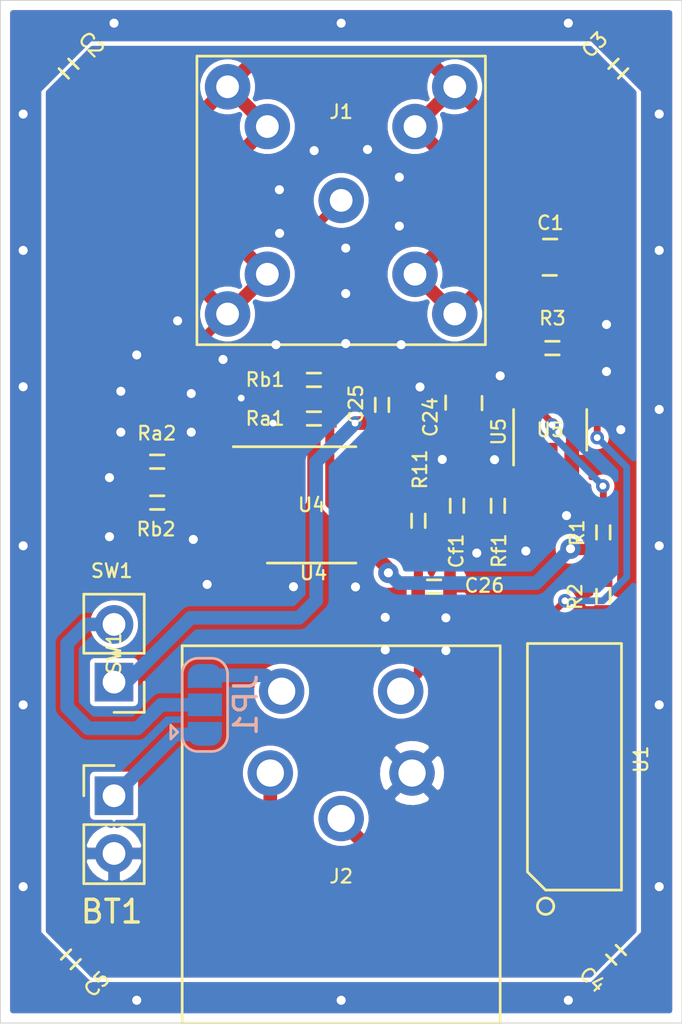
<source format=kicad_pcb>
(kicad_pcb (version 20171130) (host pcbnew 5.1.10)

  (general
    (thickness 1.6002)
    (drawings 4)
    (tracks 190)
    (zones 0)
    (modules 26)
    (nets 18)
  )

  (page A4)
  (layers
    (0 Front signal)
    (1 In1.Cu signal)
    (2 In2.Cu jumper)
    (31 Back signal)
    (34 B.Paste user)
    (35 F.Paste user)
    (36 B.SilkS user)
    (37 F.SilkS user)
    (38 B.Mask user)
    (39 F.Mask user)
    (44 Edge.Cuts user)
    (45 Margin user)
    (46 B.CrtYd user)
    (47 F.CrtYd user)
    (49 F.Fab user)
  )

  (setup
    (last_trace_width 0.127)
    (user_trace_width 0.15)
    (user_trace_width 0.2)
    (user_trace_width 0.3)
    (user_trace_width 0.4)
    (user_trace_width 0.6)
    (user_trace_width 1)
    (trace_clearance 0.127)
    (zone_clearance 0.208)
    (zone_45_only no)
    (trace_min 0.127)
    (via_size 0.6)
    (via_drill 0.3)
    (via_min_size 0.6)
    (via_min_drill 0.3)
    (user_via 0.6 0.3)
    (user_via 0.9 0.4)
    (uvia_size 0.6858)
    (uvia_drill 0.3302)
    (uvias_allowed no)
    (uvia_min_size 0.2)
    (uvia_min_drill 0.1)
    (edge_width 0.0381)
    (segment_width 0.254)
    (pcb_text_width 0.3048)
    (pcb_text_size 1.524 1.524)
    (mod_edge_width 0.1524)
    (mod_text_size 0.6128 0.6128)
    (mod_text_width 0.1524)
    (pad_size 1.524 1.524)
    (pad_drill 0.762)
    (pad_to_mask_clearance 0)
    (solder_mask_min_width 0.12)
    (aux_axis_origin 0 0)
    (visible_elements FFFDFFBF)
    (pcbplotparams
      (layerselection 0x010fc_ffffffff)
      (usegerberextensions false)
      (usegerberattributes true)
      (usegerberadvancedattributes true)
      (creategerberjobfile true)
      (excludeedgelayer true)
      (linewidth 0.100000)
      (plotframeref false)
      (viasonmask false)
      (mode 1)
      (useauxorigin false)
      (hpglpennumber 1)
      (hpglpenspeed 20)
      (hpglpendiameter 15.000000)
      (psnegative false)
      (psa4output false)
      (plotreference true)
      (plotvalue true)
      (plotinvisibletext false)
      (padsonsilk false)
      (subtractmaskfromsilk false)
      (outputformat 1)
      (mirror false)
      (drillshape 1)
      (scaleselection 1)
      (outputdirectory ""))
  )

  (net 0 "")
  (net 1 GNDA)
  (net 2 +3V0)
  (net 3 P_SIGNAL)
  (net 4 /AOP_OUTB)
  (net 5 "Net-(Cf1-Pad2)")
  (net 6 /CHARGE+)
  (net 7 /CHARGE-)
  (net 8 RESET-)
  (net 9 RESET)
  (net 10 "Net-(Ra2-Pad1)")
  (net 11 /AOP_OUTA)
  (net 12 RESET+)
  (net 13 Earth)
  (net 14 VCC)
  (net 15 5VDC)
  (net 16 HALF_VCC)
  (net 17 "Net-(JP1-Pad2)")

  (net_class Default "This is the default net class."
    (clearance 0.127)
    (trace_width 0.127)
    (via_dia 0.6)
    (via_drill 0.3)
    (uvia_dia 0.6858)
    (uvia_drill 0.3302)
    (diff_pair_width 0.1524)
    (diff_pair_gap 0.254)
    (add_net +3V0)
    (add_net /AOP_OUTA)
    (add_net /AOP_OUTB)
    (add_net /CHARGE+)
    (add_net /CHARGE-)
    (add_net 5VDC)
    (add_net Earth)
    (add_net GNDA)
    (add_net HALF_VCC)
    (add_net "Net-(Cf1-Pad2)")
    (add_net "Net-(JP1-Pad2)")
    (add_net "Net-(Ra2-Pad1)")
    (add_net P_SIGNAL)
    (add_net RESET)
    (add_net RESET+)
    (add_net RESET-)
    (add_net VCC)
  )

  (module Connector_PinHeader_2.54mm:PinHeader_1x02_P2.54mm_Vertical (layer Front) (tedit 59FED5CC) (tstamp 6152D311)
    (at 105 100)
    (descr "Through hole straight pin header, 1x02, 2.54mm pitch, single row")
    (tags "Through hole pin header THT 1x02 2.54mm single row")
    (path /6153B68D)
    (fp_text reference BT1 (at -0.1 5.1) (layer F.SilkS)
      (effects (font (size 1 1) (thickness 0.15)))
    )
    (fp_text value Battery_Cell (at 0 4.87) (layer F.Fab)
      (effects (font (size 1 1) (thickness 0.15)))
    )
    (fp_line (start 1.8 -1.8) (end -1.8 -1.8) (layer F.CrtYd) (width 0.05))
    (fp_line (start 1.8 4.35) (end 1.8 -1.8) (layer F.CrtYd) (width 0.05))
    (fp_line (start -1.8 4.35) (end 1.8 4.35) (layer F.CrtYd) (width 0.05))
    (fp_line (start -1.8 -1.8) (end -1.8 4.35) (layer F.CrtYd) (width 0.05))
    (fp_line (start -1.33 -1.33) (end 0 -1.33) (layer F.SilkS) (width 0.12))
    (fp_line (start -1.33 0) (end -1.33 -1.33) (layer F.SilkS) (width 0.12))
    (fp_line (start -1.33 1.27) (end 1.33 1.27) (layer F.SilkS) (width 0.12))
    (fp_line (start 1.33 1.27) (end 1.33 3.87) (layer F.SilkS) (width 0.12))
    (fp_line (start -1.33 1.27) (end -1.33 3.87) (layer F.SilkS) (width 0.12))
    (fp_line (start -1.33 3.87) (end 1.33 3.87) (layer F.SilkS) (width 0.12))
    (fp_line (start -1.27 -0.635) (end -0.635 -1.27) (layer F.Fab) (width 0.1))
    (fp_line (start -1.27 3.81) (end -1.27 -0.635) (layer F.Fab) (width 0.1))
    (fp_line (start 1.27 3.81) (end -1.27 3.81) (layer F.Fab) (width 0.1))
    (fp_line (start 1.27 -1.27) (end 1.27 3.81) (layer F.Fab) (width 0.1))
    (fp_line (start -0.635 -1.27) (end 1.27 -1.27) (layer F.Fab) (width 0.1))
    (fp_text user %R (at 0 1.27 90) (layer F.Fab)
      (effects (font (size 1 1) (thickness 0.15)))
    )
    (pad 2 thru_hole oval (at 0 2.54) (size 1.7 1.7) (drill 1) (layers *.Cu *.Mask)
      (net 1 GNDA))
    (pad 1 thru_hole rect (at 0 0) (size 1.7 1.7) (drill 1) (layers *.Cu *.Mask)
      (net 2 +3V0))
    (model ${KISYS3DMOD}/Connector_PinHeader_2.54mm.3dshapes/PinHeader_1x02_P2.54mm_Vertical.wrl
      (at (xyz 0 0 0))
      (scale (xyz 1 1 1))
      (rotate (xyz 0 0 0))
    )
  )

  (module Jumper:SolderJumper-3_P1.3mm_Open_RoundedPad1.0x1.5mm (layer Back) (tedit 5B391EB7) (tstamp 6152C768)
    (at 109 96 90)
    (descr "SMD Solder 3-pad Jumper, 1x1.5mm rounded Pads, 0.3mm gap, open")
    (tags "solder jumper open")
    (path /61537E83)
    (attr virtual)
    (fp_text reference JP1 (at 0 1.8 90) (layer B.SilkS)
      (effects (font (size 1 1) (thickness 0.15)) (justify mirror))
    )
    (fp_text value SolderJumper_3_Open (at 0 -1.9 90) (layer B.Fab)
      (effects (font (size 1 1) (thickness 0.15)) (justify mirror))
    )
    (fp_line (start 2.3 -1.25) (end -2.3 -1.25) (layer B.CrtYd) (width 0.05))
    (fp_line (start 2.3 -1.25) (end 2.3 1.25) (layer B.CrtYd) (width 0.05))
    (fp_line (start -2.3 1.25) (end -2.3 -1.25) (layer B.CrtYd) (width 0.05))
    (fp_line (start -2.3 1.25) (end 2.3 1.25) (layer B.CrtYd) (width 0.05))
    (fp_line (start -1.4 1) (end 1.4 1) (layer B.SilkS) (width 0.12))
    (fp_line (start 2.05 0.3) (end 2.05 -0.3) (layer B.SilkS) (width 0.12))
    (fp_line (start 1.4 -1) (end -1.4 -1) (layer B.SilkS) (width 0.12))
    (fp_line (start -2.05 -0.3) (end -2.05 0.3) (layer B.SilkS) (width 0.12))
    (fp_line (start -1.2 -1.2) (end -1.5 -1.5) (layer B.SilkS) (width 0.12))
    (fp_line (start -1.5 -1.5) (end -0.9 -1.5) (layer B.SilkS) (width 0.12))
    (fp_line (start -1.2 -1.2) (end -0.9 -1.5) (layer B.SilkS) (width 0.12))
    (fp_arc (start -1.35 0.3) (end -1.35 1) (angle 90) (layer B.SilkS) (width 0.12))
    (fp_arc (start -1.35 -0.3) (end -2.05 -0.3) (angle 90) (layer B.SilkS) (width 0.12))
    (fp_arc (start 1.35 -0.3) (end 1.35 -1) (angle 90) (layer B.SilkS) (width 0.12))
    (fp_arc (start 1.35 0.3) (end 2.05 0.3) (angle 90) (layer B.SilkS) (width 0.12))
    (pad 2 smd rect (at 0 0 90) (size 1 1.5) (layers Back B.Mask)
      (net 17 "Net-(JP1-Pad2)"))
    (pad 3 smd custom (at 1.3 0 90) (size 1 0.5) (layers Back B.Mask)
      (net 15 5VDC) (zone_connect 2)
      (options (clearance outline) (anchor rect))
      (primitives
        (gr_circle (center 0 -0.25) (end 0.5 -0.25) (width 0))
        (gr_circle (center 0 0.25) (end 0.5 0.25) (width 0))
        (gr_poly (pts
           (xy -0.55 0.75) (xy 0 0.75) (xy 0 -0.75) (xy -0.55 -0.75)) (width 0))
      ))
    (pad 1 smd custom (at -1.3 0 90) (size 1 0.5) (layers Back B.Mask)
      (net 2 +3V0) (zone_connect 2)
      (options (clearance outline) (anchor rect))
      (primitives
        (gr_circle (center 0 -0.25) (end 0.5 -0.25) (width 0))
        (gr_circle (center 0 0.25) (end 0.5 0.25) (width 0))
        (gr_poly (pts
           (xy 0.55 0.75) (xy 0 0.75) (xy 0 -0.75) (xy 0.55 -0.75)) (width 0))
      ))
  )

  (module comp-lib:BNC_Header (layer Front) (tedit 614FB9BB) (tstamp 61500CBA)
    (at 115 73.8)
    (path /614B6C9C)
    (fp_text reference J1 (at 0 -3.9) (layer F.SilkS)
      (effects (font (size 0.6 0.6) (thickness 0.1)))
    )
    (fp_text value Conn_Coaxial (at 0.1 2.5) (layer F.SilkS) hide
      (effects (font (size 0.6 0.6) (thickness 0.1)))
    )
    (fp_line (start -6.35 6.35) (end -6.35 -6.35) (layer F.SilkS) (width 0.12))
    (fp_line (start 6.35 6.35) (end -6.35 6.35) (layer F.SilkS) (width 0.12))
    (fp_line (start 6.35 -6.35) (end 6.35 6.35) (layer F.SilkS) (width 0.12))
    (fp_line (start -6.35 -6.35) (end 6.35 -6.35) (layer F.SilkS) (width 0.12))
    (pad 2 thru_hole circle (at -3.25 -3.25) (size 2 2) (drill 1) (layers *.Cu *.Mask)
      (net 7 /CHARGE-))
    (pad 2 thru_hole circle (at 3.25 -3.25) (size 2 2) (drill 1) (layers *.Cu *.Mask)
      (net 7 /CHARGE-))
    (pad 2 thru_hole circle (at 3.25 3.25) (size 2 2) (drill 1) (layers *.Cu *.Mask)
      (net 7 /CHARGE-))
    (pad 2 thru_hole circle (at -3.25 3.25) (size 2 2) (drill 1) (layers *.Cu *.Mask)
      (net 7 /CHARGE-))
    (pad 1 thru_hole circle (at 0 0) (size 2 2) (drill 1) (layers *.Cu *.Mask)
      (net 6 /CHARGE+))
    (pad 2 thru_hole circle (at 5 -5) (size 2 2) (drill 1) (layers *.Cu *.Mask)
      (net 7 /CHARGE-))
    (pad 2 thru_hole circle (at -5 -5) (size 2 2) (drill 1) (layers *.Cu *.Mask)
      (net 7 /CHARGE-))
    (pad 2 thru_hole circle (at -5 5) (size 2 2) (drill 1) (layers *.Cu *.Mask)
      (net 7 /CHARGE-))
    (pad 2 thru_hole circle (at 5 5) (size 2 2) (drill 1) (layers *.Cu *.Mask)
      (net 7 /CHARGE-))
    (model /home/chicoliebl/UFPR/TCC/Circuitos/comp-lib/BNC7T-J-P-HN-RA-BH1.stp
      (offset (xyz 0 0 6.5))
      (scale (xyz 0.6 0.6 0.6))
      (rotate (xyz 0 180 0))
    )
  )

  (module digikey-footprints:0603 (layer Front) (tedit 5D288D2B) (tstamp 6150433E)
    (at 103.1 107.2 45)
    (path /6167787A)
    (attr smd)
    (fp_text reference C5 (at 0.035355 1.59099 45) (layer F.SilkS)
      (effects (font (size 0.6 0.6) (thickness 0.1)))
    )
    (fp_text value 100nF (at 0 1.9 45) (layer F.SilkS) hide
      (effects (font (size 0.6 0.6) (thickness 0.1)))
    )
    (fp_line (start 1.11 0.71) (end 1.25 0.71) (layer F.CrtYd) (width 0.05))
    (fp_line (start 1.11 -0.71) (end 1.25 -0.71) (layer F.CrtYd) (width 0.05))
    (fp_line (start -1.11 -0.71) (end -1.25 -0.71) (layer F.CrtYd) (width 0.05))
    (fp_line (start -1.11 0.71) (end -1.25 0.71) (layer F.CrtYd) (width 0.05))
    (fp_line (start -1.11 -0.71) (end 1.11 -0.71) (layer F.CrtYd) (width 0.05))
    (fp_line (start 1.25 -0.71) (end 1.25 0.71) (layer F.CrtYd) (width 0.05))
    (fp_line (start 1.11 0.71) (end -1.11 0.71) (layer F.CrtYd) (width 0.05))
    (fp_line (start -1.25 0.71) (end -1.25 -0.71) (layer F.CrtYd) (width 0.05))
    (fp_line (start -0.3 0.3) (end 0.3 0.3) (layer F.SilkS) (width 0.12))
    (fp_line (start -0.3 -0.3) (end 0.3 -0.3) (layer F.SilkS) (width 0.12))
    (fp_line (start -0.8 -0.4) (end -0.8 0.4) (layer F.Fab) (width 0.12))
    (fp_line (start -0.8 0.4) (end 0.8 0.4) (layer F.Fab) (width 0.12))
    (fp_line (start 0.8 0.4) (end 0.8 -0.4) (layer F.Fab) (width 0.12))
    (fp_line (start 0.8 -0.4) (end -0.8 -0.4) (layer F.Fab) (width 0.12))
    (pad 1 smd rect (at -0.7 0 45) (size 0.6 0.8) (layers Front F.Paste F.Mask)
      (net 13 Earth))
    (pad 2 smd rect (at 0.7 0 45) (size 0.6 0.8) (layers Front F.Paste F.Mask)
      (net 1 GNDA))
    (model ${KISYS3DMOD}/Capacitor_SMD.3dshapes/C_0603_1608Metric.wrl
      (at (xyz 0 0 0))
      (scale (xyz 1 1 1))
      (rotate (xyz 0 0 0))
    )
  )

  (module digikey-footprints:0603 (layer Front) (tedit 5D288D2B) (tstamp 6150432A)
    (at 127.1 107 135)
    (path /61677880)
    (attr smd)
    (fp_text reference C4 (at -0.028284 -1.513209 135) (layer F.SilkS)
      (effects (font (size 0.6 0.6) (thickness 0.1)))
    )
    (fp_text value 100nF (at 0 1.9 135) (layer F.SilkS) hide
      (effects (font (size 0.6 0.6) (thickness 0.1)))
    )
    (fp_line (start 1.11 0.71) (end 1.25 0.71) (layer F.CrtYd) (width 0.05))
    (fp_line (start 1.11 -0.71) (end 1.25 -0.71) (layer F.CrtYd) (width 0.05))
    (fp_line (start -1.11 -0.71) (end -1.25 -0.71) (layer F.CrtYd) (width 0.05))
    (fp_line (start -1.11 0.71) (end -1.25 0.71) (layer F.CrtYd) (width 0.05))
    (fp_line (start -1.11 -0.71) (end 1.11 -0.71) (layer F.CrtYd) (width 0.05))
    (fp_line (start 1.25 -0.71) (end 1.25 0.71) (layer F.CrtYd) (width 0.05))
    (fp_line (start 1.11 0.71) (end -1.11 0.71) (layer F.CrtYd) (width 0.05))
    (fp_line (start -1.25 0.71) (end -1.25 -0.71) (layer F.CrtYd) (width 0.05))
    (fp_line (start -0.3 0.3) (end 0.3 0.3) (layer F.SilkS) (width 0.12))
    (fp_line (start -0.3 -0.3) (end 0.3 -0.3) (layer F.SilkS) (width 0.12))
    (fp_line (start -0.8 -0.4) (end -0.8 0.4) (layer F.Fab) (width 0.12))
    (fp_line (start -0.8 0.4) (end 0.8 0.4) (layer F.Fab) (width 0.12))
    (fp_line (start 0.8 0.4) (end 0.8 -0.4) (layer F.Fab) (width 0.12))
    (fp_line (start 0.8 -0.4) (end -0.8 -0.4) (layer F.Fab) (width 0.12))
    (pad 1 smd rect (at -0.7 0 135) (size 0.6 0.8) (layers Front F.Paste F.Mask)
      (net 13 Earth))
    (pad 2 smd rect (at 0.7 0 135) (size 0.6 0.8) (layers Front F.Paste F.Mask)
      (net 1 GNDA))
    (model ${KISYS3DMOD}/Capacitor_SMD.3dshapes/C_0603_1608Metric.wrl
      (at (xyz 0 0 0))
      (scale (xyz 1 1 1))
      (rotate (xyz 0 0 0))
    )
  )

  (module digikey-footprints:0603 (layer Front) (tedit 5D288D2B) (tstamp 615049F1)
    (at 127.2 68 225)
    (path /61666130)
    (attr smd)
    (fp_text reference C3 (at 0 1.470782 45) (layer F.SilkS)
      (effects (font (size 0.6 0.6) (thickness 0.1)))
    )
    (fp_text value 100nF (at 0 1.9 45) (layer F.SilkS) hide
      (effects (font (size 0.6 0.6) (thickness 0.1)))
    )
    (fp_line (start 1.11 0.71) (end 1.25 0.71) (layer F.CrtYd) (width 0.05))
    (fp_line (start 1.11 -0.71) (end 1.25 -0.71) (layer F.CrtYd) (width 0.05))
    (fp_line (start -1.11 -0.71) (end -1.25 -0.71) (layer F.CrtYd) (width 0.05))
    (fp_line (start -1.11 0.71) (end -1.25 0.71) (layer F.CrtYd) (width 0.05))
    (fp_line (start -1.11 -0.71) (end 1.11 -0.71) (layer F.CrtYd) (width 0.05))
    (fp_line (start 1.25 -0.71) (end 1.25 0.71) (layer F.CrtYd) (width 0.05))
    (fp_line (start 1.11 0.71) (end -1.11 0.71) (layer F.CrtYd) (width 0.05))
    (fp_line (start -1.25 0.71) (end -1.25 -0.71) (layer F.CrtYd) (width 0.05))
    (fp_line (start -0.3 0.3) (end 0.3 0.3) (layer F.SilkS) (width 0.12))
    (fp_line (start -0.3 -0.3) (end 0.3 -0.3) (layer F.SilkS) (width 0.12))
    (fp_line (start -0.8 -0.4) (end -0.8 0.4) (layer F.Fab) (width 0.12))
    (fp_line (start -0.8 0.4) (end 0.8 0.4) (layer F.Fab) (width 0.12))
    (fp_line (start 0.8 0.4) (end 0.8 -0.4) (layer F.Fab) (width 0.12))
    (fp_line (start 0.8 -0.4) (end -0.8 -0.4) (layer F.Fab) (width 0.12))
    (pad 1 smd rect (at -0.7 0 225) (size 0.6 0.8) (layers Front F.Paste F.Mask)
      (net 13 Earth))
    (pad 2 smd rect (at 0.7 0 225) (size 0.6 0.8) (layers Front F.Paste F.Mask)
      (net 1 GNDA))
    (model ${KISYS3DMOD}/Capacitor_SMD.3dshapes/C_0603_1608Metric.wrl
      (at (xyz 0 0 0))
      (scale (xyz 1 1 1))
      (rotate (xyz 0 0 0))
    )
  )

  (module digikey-footprints:0603 (layer Front) (tedit 5D288D2B) (tstamp 615035F8)
    (at 103 68 315)
    (path /61666786)
    (attr smd)
    (fp_text reference C2 (at -0.042426 -1.45664 315) (layer F.SilkS)
      (effects (font (size 0.6 0.6) (thickness 0.1)))
    )
    (fp_text value 100nF (at 0 1.9 135) (layer F.SilkS) hide
      (effects (font (size 0.6 0.6) (thickness 0.1)))
    )
    (fp_line (start 1.11 0.71) (end 1.25 0.71) (layer F.CrtYd) (width 0.05))
    (fp_line (start 1.11 -0.71) (end 1.25 -0.71) (layer F.CrtYd) (width 0.05))
    (fp_line (start -1.11 -0.71) (end -1.25 -0.71) (layer F.CrtYd) (width 0.05))
    (fp_line (start -1.11 0.71) (end -1.25 0.71) (layer F.CrtYd) (width 0.05))
    (fp_line (start -1.11 -0.71) (end 1.11 -0.71) (layer F.CrtYd) (width 0.05))
    (fp_line (start 1.25 -0.71) (end 1.25 0.71) (layer F.CrtYd) (width 0.05))
    (fp_line (start 1.11 0.71) (end -1.11 0.71) (layer F.CrtYd) (width 0.05))
    (fp_line (start -1.25 0.71) (end -1.25 -0.71) (layer F.CrtYd) (width 0.05))
    (fp_line (start -0.3 0.3) (end 0.3 0.3) (layer F.SilkS) (width 0.12))
    (fp_line (start -0.3 -0.3) (end 0.3 -0.3) (layer F.SilkS) (width 0.12))
    (fp_line (start -0.8 -0.4) (end -0.8 0.4) (layer F.Fab) (width 0.12))
    (fp_line (start -0.8 0.4) (end 0.8 0.4) (layer F.Fab) (width 0.12))
    (fp_line (start 0.8 0.4) (end 0.8 -0.4) (layer F.Fab) (width 0.12))
    (fp_line (start 0.8 -0.4) (end -0.8 -0.4) (layer F.Fab) (width 0.12))
    (pad 1 smd rect (at -0.7 0 315) (size 0.6 0.8) (layers Front F.Paste F.Mask)
      (net 13 Earth))
    (pad 2 smd rect (at 0.7 0 315) (size 0.6 0.8) (layers Front F.Paste F.Mask)
      (net 1 GNDA))
    (model ${KISYS3DMOD}/Capacitor_SMD.3dshapes/C_0603_1608Metric.wrl
      (at (xyz 0 0 0))
      (scale (xyz 1 1 1))
      (rotate (xyz 0 0 0))
    )
  )

  (module comp-lib:PC817 (layer Front) (tedit 614FA383) (tstamp 61500DA9)
    (at 125.3 98.7 90)
    (path /615232EA)
    (attr smd)
    (fp_text reference U1 (at 0.3 2.9 90) (layer F.SilkS)
      (effects (font (size 0.6 0.6) (thickness 0.1)))
    )
    (fp_text value PC817 (at 0 3.3 90) (layer F.SilkS) hide
      (effects (font (size 0.6 0.6) (thickness 0.1)))
    )
    (fp_line (start -5.45 -1.3) (end -4.65 -2.1) (layer F.SilkS) (width 0.12))
    (fp_line (start -4.65 -2.1) (end 5.4 -2.1) (layer F.SilkS) (width 0.12))
    (fp_line (start 5.4 -2.1) (end 5.4 2.04) (layer F.SilkS) (width 0.12))
    (fp_line (start 5.4 2.04) (end -5.45 2.04) (layer F.SilkS) (width 0.12))
    (fp_line (start -5.45 2.04) (end -5.45 -1.3) (layer F.SilkS) (width 0.12))
    (fp_line (start 5.2 -1.85) (end 5.2 1.79) (layer F.CrtYd) (width 0.05))
    (fp_line (start 5.2 1.79) (end -5.2 1.79) (layer F.CrtYd) (width 0.05))
    (fp_line (start -5.2 1.79) (end -5.2 -1.85) (layer F.CrtYd) (width 0.05))
    (fp_line (start -5.2 -1.85) (end 5.2 -1.85) (layer F.CrtYd) (width 0.05))
    (fp_circle (center -6.160555 -1.3) (end -5.860555 -1.1) (layer F.SilkS) (width 0.12))
    (pad 2 smd rect (at -4.15 1.24) (size 0.6 1.8) (layers Front F.Paste F.Mask)
      (net 8 RESET-))
    (pad 3 smd rect (at 4.15 1.24) (size 0.6 1.8) (layers Front F.Paste F.Mask)
      (net 1 GNDA))
    (pad 1 smd rect (at -4.15 -1.3) (size 0.6 1.8) (layers Front F.Paste F.Mask)
      (net 12 RESET+))
    (pad 4 smd rect (at 4.15 -1.3) (size 0.6 1.8) (layers Front F.Paste F.Mask)
      (net 9 RESET))
    (model ${KISYS3DMOD}/Package_SO.3dshapes/SO-4_7.6x3.6mm_P2.54mm.wrl
      (at (xyz 0 0 0))
      (scale (xyz 1 1 1))
      (rotate (xyz 0 0 0))
    )
  )

  (module Package_TO_SOT_SMD:SOT-23-5_HandSoldering (layer Front) (tedit 5A0AB76C) (tstamp 61500DD8)
    (at 124.2 83.9 90)
    (descr "5-pin SOT23 package")
    (tags "SOT-23-5 hand-soldering")
    (path /614B6BFA)
    (attr smd)
    (fp_text reference U5 (at -0.08 -2.27 90) (layer F.SilkS)
      (effects (font (size 0.6 0.6) (thickness 0.1)))
    )
    (fp_text value TMUX1102D (at 0 2.9 90) (layer F.SilkS) hide
      (effects (font (size 0.6 0.6) (thickness 0.1)))
    )
    (fp_line (start -0.9 1.61) (end 0.9 1.61) (layer F.SilkS) (width 0.12))
    (fp_line (start 0.9 -1.61) (end -1.55 -1.61) (layer F.SilkS) (width 0.12))
    (fp_line (start -0.9 -0.9) (end -0.25 -1.55) (layer F.Fab) (width 0.1))
    (fp_line (start 0.9 -1.55) (end -0.25 -1.55) (layer F.Fab) (width 0.1))
    (fp_line (start -0.9 -0.9) (end -0.9 1.55) (layer F.Fab) (width 0.1))
    (fp_line (start 0.9 1.55) (end -0.9 1.55) (layer F.Fab) (width 0.1))
    (fp_line (start 0.9 -1.55) (end 0.9 1.55) (layer F.Fab) (width 0.1))
    (fp_line (start -2.38 -1.8) (end 2.38 -1.8) (layer F.CrtYd) (width 0.05))
    (fp_line (start -2.38 -1.8) (end -2.38 1.8) (layer F.CrtYd) (width 0.05))
    (fp_line (start 2.38 1.8) (end 2.38 -1.8) (layer F.CrtYd) (width 0.05))
    (fp_line (start 2.38 1.8) (end -2.38 1.8) (layer F.CrtYd) (width 0.05))
    (fp_text user %R (at 0 0) (layer F.SilkS)
      (effects (font (size 0.6 0.6) (thickness 0.1)))
    )
    (pad 5 smd rect (at 1.35 -0.95 90) (size 1.56 0.65) (layers Front F.Paste F.Mask)
      (net 14 VCC))
    (pad 4 smd rect (at 1.35 0.95 90) (size 1.56 0.65) (layers Front F.Paste F.Mask)
      (net 9 RESET))
    (pad 3 smd rect (at -1.35 0.95 90) (size 1.56 0.65) (layers Front F.Paste F.Mask)
      (net 1 GNDA))
    (pad 2 smd rect (at -1.35 0 90) (size 1.56 0.65) (layers Front F.Paste F.Mask)
      (net 5 "Net-(Cf1-Pad2)"))
    (pad 1 smd rect (at -1.35 -0.95 90) (size 1.56 0.65) (layers Front F.Paste F.Mask)
      (net 4 /AOP_OUTB))
    (model ${KISYS3DMOD}/Package_TO_SOT_SMD.3dshapes/SOT-23-5.wrl
      (at (xyz 0 0 0))
      (scale (xyz 1 1 1))
      (rotate (xyz 0 0 0))
    )
  )

  (module Package_SO:SOIC-8_3.9x4.9mm_P1.27mm (layer Front) (tedit 5D9F72B1) (tstamp 61500DC3)
    (at 113.7 87.2)
    (descr "SOIC, 8 Pin (JEDEC MS-012AA, https://www.analog.com/media/en/package-pcb-resources/package/pkg_pdf/soic_narrow-r/r_8.pdf), generated with kicad-footprint-generator ipc_gullwing_generator.py")
    (tags "SOIC SO")
    (path /614B6CBD)
    (attr smd)
    (fp_text reference U4 (at 0.08 3) (layer F.SilkS)
      (effects (font (size 0.6 0.6) (thickness 0.1)))
    )
    (fp_text value AD8606ARZ (at 0 3.4) (layer F.SilkS) hide
      (effects (font (size 0.6 0.6) (thickness 0.1)))
    )
    (fp_line (start 0 2.56) (end 1.95 2.56) (layer F.SilkS) (width 0.12))
    (fp_line (start 0 2.56) (end -1.95 2.56) (layer F.SilkS) (width 0.12))
    (fp_line (start 0 -2.56) (end 1.95 -2.56) (layer F.SilkS) (width 0.12))
    (fp_line (start 0 -2.56) (end -3.45 -2.56) (layer F.SilkS) (width 0.12))
    (fp_line (start -0.975 -2.45) (end 1.95 -2.45) (layer F.Fab) (width 0.1))
    (fp_line (start 1.95 -2.45) (end 1.95 2.45) (layer F.Fab) (width 0.1))
    (fp_line (start 1.95 2.45) (end -1.95 2.45) (layer F.Fab) (width 0.1))
    (fp_line (start -1.95 2.45) (end -1.95 -1.475) (layer F.Fab) (width 0.1))
    (fp_line (start -1.95 -1.475) (end -0.975 -2.45) (layer F.Fab) (width 0.1))
    (fp_line (start -3.7 -2.7) (end -3.7 2.7) (layer F.CrtYd) (width 0.05))
    (fp_line (start -3.7 2.7) (end 3.7 2.7) (layer F.CrtYd) (width 0.05))
    (fp_line (start 3.7 2.7) (end 3.7 -2.7) (layer F.CrtYd) (width 0.05))
    (fp_line (start 3.7 -2.7) (end -3.7 -2.7) (layer F.CrtYd) (width 0.05))
    (fp_text user %R (at 0 0) (layer F.SilkS)
      (effects (font (size 0.6 0.6) (thickness 0.1)))
    )
    (pad 8 smd roundrect (at 2.475 -1.905) (size 1.95 0.6) (layers Front F.Paste F.Mask) (roundrect_rratio 0.25)
      (net 14 VCC))
    (pad 7 smd roundrect (at 2.475 -0.635) (size 1.95 0.6) (layers Front F.Paste F.Mask) (roundrect_rratio 0.25)
      (net 4 /AOP_OUTB))
    (pad 6 smd roundrect (at 2.475 0.635) (size 1.95 0.6) (layers Front F.Paste F.Mask) (roundrect_rratio 0.25)
      (net 5 "Net-(Cf1-Pad2)"))
    (pad 5 smd roundrect (at 2.475 1.905) (size 1.95 0.6) (layers Front F.Paste F.Mask) (roundrect_rratio 0.25)
      (net 16 HALF_VCC))
    (pad 4 smd roundrect (at -2.475 1.905) (size 1.95 0.6) (layers Front F.Paste F.Mask) (roundrect_rratio 0.25)
      (net 1 GNDA))
    (pad 3 smd roundrect (at -2.475 0.635) (size 1.95 0.6) (layers Front F.Paste F.Mask) (roundrect_rratio 0.25)
      (net 6 /CHARGE+))
    (pad 2 smd roundrect (at -2.475 -0.635) (size 1.95 0.6) (layers Front F.Paste F.Mask) (roundrect_rratio 0.25)
      (net 7 /CHARGE-))
    (pad 1 smd roundrect (at -2.475 -1.905) (size 1.95 0.6) (layers Front F.Paste F.Mask) (roundrect_rratio 0.25)
      (net 11 /AOP_OUTA))
    (model ${KISYS3DMOD}/Package_SO.3dshapes/SOIC-8_3.9x4.9mm_P1.27mm.wrl
      (at (xyz 0 0 0))
      (scale (xyz 1 1 1))
      (rotate (xyz 0 0 0))
    )
  )

  (module Connector_PinHeader_2.54mm:PinHeader_1x02_P2.54mm_Vertical (layer Front) (tedit 59FED5CC) (tstamp 61500D91)
    (at 105 95 180)
    (descr "Through hole straight pin header, 1x02, 2.54mm pitch, single row")
    (tags "Through hole pin header THT 1x02 2.54mm single row")
    (path /6159FAAF)
    (fp_text reference SW1 (at 0.1 4.9) (layer F.SilkS)
      (effects (font (size 0.6 0.6) (thickness 0.1)))
    )
    (fp_text value SW_DIP_x01 (at 0 4.87) (layer F.SilkS) hide
      (effects (font (size 0.6 0.6) (thickness 0.1)))
    )
    (fp_line (start -0.635 -1.27) (end 1.27 -1.27) (layer F.Fab) (width 0.1))
    (fp_line (start 1.27 -1.27) (end 1.27 3.81) (layer F.Fab) (width 0.1))
    (fp_line (start 1.27 3.81) (end -1.27 3.81) (layer F.Fab) (width 0.1))
    (fp_line (start -1.27 3.81) (end -1.27 -0.635) (layer F.Fab) (width 0.1))
    (fp_line (start -1.27 -0.635) (end -0.635 -1.27) (layer F.Fab) (width 0.1))
    (fp_line (start -1.33 3.87) (end 1.33 3.87) (layer F.SilkS) (width 0.12))
    (fp_line (start -1.33 1.27) (end -1.33 3.87) (layer F.SilkS) (width 0.12))
    (fp_line (start 1.33 1.27) (end 1.33 3.87) (layer F.SilkS) (width 0.12))
    (fp_line (start -1.33 1.27) (end 1.33 1.27) (layer F.SilkS) (width 0.12))
    (fp_line (start -1.33 0) (end -1.33 -1.33) (layer F.SilkS) (width 0.12))
    (fp_line (start -1.33 -1.33) (end 0 -1.33) (layer F.SilkS) (width 0.12))
    (fp_line (start -1.8 -1.8) (end -1.8 4.35) (layer F.CrtYd) (width 0.05))
    (fp_line (start -1.8 4.35) (end 1.8 4.35) (layer F.CrtYd) (width 0.05))
    (fp_line (start 1.8 4.35) (end 1.8 -1.8) (layer F.CrtYd) (width 0.05))
    (fp_line (start 1.8 -1.8) (end -1.8 -1.8) (layer F.CrtYd) (width 0.05))
    (fp_text user %R (at 0 1.27 90) (layer F.SilkS)
      (effects (font (size 0.6 0.6) (thickness 0.1)))
    )
    (pad 2 thru_hole oval (at 0 2.54 180) (size 1.7 1.7) (drill 1) (layers *.Cu *.Mask)
      (net 17 "Net-(JP1-Pad2)"))
    (pad 1 thru_hole rect (at 0 0 180) (size 1.7 1.7) (drill 1) (layers *.Cu *.Mask)
      (net 14 VCC))
    (model ${KISYS3DMOD}/Connector_PinHeader_2.54mm.3dshapes/PinHeader_1x02_P2.54mm_Vertical.wrl
      (at (xyz 0 0 0))
      (scale (xyz 1 1 1))
      (rotate (xyz 0 0 0))
    )
  )

  (module digikey-footprints:0603 (layer Front) (tedit 5D288D2B) (tstamp 61500D7B)
    (at 121.9 87.24 270)
    (path /614B6C51)
    (attr smd)
    (fp_text reference Rf1 (at 1.98 -0.05 90) (layer F.SilkS)
      (effects (font (size 0.6 0.6) (thickness 0.1)))
    )
    (fp_text value 12M (at 0 1.9 90) (layer F.SilkS) hide
      (effects (font (size 0.6 0.6) (thickness 0.1)))
    )
    (fp_line (start 1.11 0.71) (end 1.25 0.71) (layer F.CrtYd) (width 0.05))
    (fp_line (start 1.11 -0.71) (end 1.25 -0.71) (layer F.CrtYd) (width 0.05))
    (fp_line (start -1.11 -0.71) (end -1.25 -0.71) (layer F.CrtYd) (width 0.05))
    (fp_line (start -1.11 0.71) (end -1.25 0.71) (layer F.CrtYd) (width 0.05))
    (fp_line (start -1.11 -0.71) (end 1.11 -0.71) (layer F.CrtYd) (width 0.05))
    (fp_line (start 1.25 -0.71) (end 1.25 0.71) (layer F.CrtYd) (width 0.05))
    (fp_line (start 1.11 0.71) (end -1.11 0.71) (layer F.CrtYd) (width 0.05))
    (fp_line (start -1.25 0.71) (end -1.25 -0.71) (layer F.CrtYd) (width 0.05))
    (fp_line (start -0.3 0.3) (end 0.3 0.3) (layer F.SilkS) (width 0.12))
    (fp_line (start -0.3 -0.3) (end 0.3 -0.3) (layer F.SilkS) (width 0.12))
    (fp_line (start -0.8 -0.4) (end -0.8 0.4) (layer F.Fab) (width 0.12))
    (fp_line (start -0.8 0.4) (end 0.8 0.4) (layer F.Fab) (width 0.12))
    (fp_line (start 0.8 0.4) (end 0.8 -0.4) (layer F.Fab) (width 0.12))
    (fp_line (start 0.8 -0.4) (end -0.8 -0.4) (layer F.Fab) (width 0.12))
    (pad 1 smd rect (at -0.7 0 270) (size 0.6 0.8) (layers Front F.Paste F.Mask)
      (net 4 /AOP_OUTB))
    (pad 2 smd rect (at 0.7 0 270) (size 0.6 0.8) (layers Front F.Paste F.Mask)
      (net 5 "Net-(Cf1-Pad2)"))
    (model ${KISYS3DMOD}/Resistor_SMD.3dshapes/R_0603_1608Metric.step
      (at (xyz 0 0 0))
      (scale (xyz 1 1 1))
      (rotate (xyz 0 0 0))
    )
  )

  (module digikey-footprints:0603 (layer Front) (tedit 5D288D2B) (tstamp 61500D67)
    (at 106.9 85.3 180)
    (path /614B6CA8)
    (attr smd)
    (fp_text reference Rb2 (at 0.05 -2.97) (layer F.SilkS)
      (effects (font (size 0.6 0.6) (thickness 0.1)))
    )
    (fp_text value 100k (at 0 1.9) (layer F.SilkS) hide
      (effects (font (size 0.6 0.6) (thickness 0.1)))
    )
    (fp_line (start 1.11 0.71) (end 1.25 0.71) (layer F.CrtYd) (width 0.05))
    (fp_line (start 1.11 -0.71) (end 1.25 -0.71) (layer F.CrtYd) (width 0.05))
    (fp_line (start -1.11 -0.71) (end -1.25 -0.71) (layer F.CrtYd) (width 0.05))
    (fp_line (start -1.11 0.71) (end -1.25 0.71) (layer F.CrtYd) (width 0.05))
    (fp_line (start -1.11 -0.71) (end 1.11 -0.71) (layer F.CrtYd) (width 0.05))
    (fp_line (start 1.25 -0.71) (end 1.25 0.71) (layer F.CrtYd) (width 0.05))
    (fp_line (start 1.11 0.71) (end -1.11 0.71) (layer F.CrtYd) (width 0.05))
    (fp_line (start -1.25 0.71) (end -1.25 -0.71) (layer F.CrtYd) (width 0.05))
    (fp_line (start -0.3 0.3) (end 0.3 0.3) (layer F.SilkS) (width 0.12))
    (fp_line (start -0.3 -0.3) (end 0.3 -0.3) (layer F.SilkS) (width 0.12))
    (fp_line (start -0.8 -0.4) (end -0.8 0.4) (layer F.Fab) (width 0.12))
    (fp_line (start -0.8 0.4) (end 0.8 0.4) (layer F.Fab) (width 0.12))
    (fp_line (start 0.8 0.4) (end 0.8 -0.4) (layer F.Fab) (width 0.12))
    (fp_line (start 0.8 -0.4) (end -0.8 -0.4) (layer F.Fab) (width 0.12))
    (pad 1 smd rect (at -0.7 0 180) (size 0.6 0.8) (layers Front F.Paste F.Mask)
      (net 11 /AOP_OUTA))
    (pad 2 smd rect (at 0.7 0 180) (size 0.6 0.8) (layers Front F.Paste F.Mask)
      (net 10 "Net-(Ra2-Pad1)"))
    (model ${KISYS3DMOD}/Resistor_SMD.3dshapes/R_0603_1608Metric.step
      (at (xyz 0 0 0))
      (scale (xyz 1 1 1))
      (rotate (xyz 0 0 0))
    )
  )

  (module digikey-footprints:0603 (layer Front) (tedit 5D288D2B) (tstamp 61500D53)
    (at 113.8 81.7)
    (path /614B6CA2)
    (attr smd)
    (fp_text reference Rb1 (at -2.15 -0.01) (layer F.SilkS)
      (effects (font (size 0.6 0.6) (thickness 0.1)))
    )
    (fp_text value 100k (at 0 1.9) (layer F.SilkS) hide
      (effects (font (size 0.6 0.6) (thickness 0.1)))
    )
    (fp_line (start 1.11 0.71) (end 1.25 0.71) (layer F.CrtYd) (width 0.05))
    (fp_line (start 1.11 -0.71) (end 1.25 -0.71) (layer F.CrtYd) (width 0.05))
    (fp_line (start -1.11 -0.71) (end -1.25 -0.71) (layer F.CrtYd) (width 0.05))
    (fp_line (start -1.11 0.71) (end -1.25 0.71) (layer F.CrtYd) (width 0.05))
    (fp_line (start -1.11 -0.71) (end 1.11 -0.71) (layer F.CrtYd) (width 0.05))
    (fp_line (start 1.25 -0.71) (end 1.25 0.71) (layer F.CrtYd) (width 0.05))
    (fp_line (start 1.11 0.71) (end -1.11 0.71) (layer F.CrtYd) (width 0.05))
    (fp_line (start -1.25 0.71) (end -1.25 -0.71) (layer F.CrtYd) (width 0.05))
    (fp_line (start -0.3 0.3) (end 0.3 0.3) (layer F.SilkS) (width 0.12))
    (fp_line (start -0.3 -0.3) (end 0.3 -0.3) (layer F.SilkS) (width 0.12))
    (fp_line (start -0.8 -0.4) (end -0.8 0.4) (layer F.Fab) (width 0.12))
    (fp_line (start -0.8 0.4) (end 0.8 0.4) (layer F.Fab) (width 0.12))
    (fp_line (start 0.8 0.4) (end 0.8 -0.4) (layer F.Fab) (width 0.12))
    (fp_line (start 0.8 -0.4) (end -0.8 -0.4) (layer F.Fab) (width 0.12))
    (pad 1 smd rect (at -0.7 0) (size 0.6 0.8) (layers Front F.Paste F.Mask)
      (net 11 /AOP_OUTA))
    (pad 2 smd rect (at 0.7 0) (size 0.6 0.8) (layers Front F.Paste F.Mask)
      (net 5 "Net-(Cf1-Pad2)"))
    (model ${KISYS3DMOD}/Resistor_SMD.3dshapes/R_0603_1608Metric.step
      (at (xyz 0 0 0))
      (scale (xyz 1 1 1))
      (rotate (xyz 0 0 0))
    )
  )

  (module digikey-footprints:0603 (layer Front) (tedit 5D288D2B) (tstamp 61500D3F)
    (at 106.9 87.1)
    (path /614B6CB4)
    (attr smd)
    (fp_text reference Ra2 (at -0.02 -3.05) (layer F.SilkS)
      (effects (font (size 0.6 0.6) (thickness 0.1)))
    )
    (fp_text value 1k (at 0 1.9) (layer F.SilkS) hide
      (effects (font (size 0.6 0.6) (thickness 0.1)))
    )
    (fp_line (start 1.11 0.71) (end 1.25 0.71) (layer F.CrtYd) (width 0.05))
    (fp_line (start 1.11 -0.71) (end 1.25 -0.71) (layer F.CrtYd) (width 0.05))
    (fp_line (start -1.11 -0.71) (end -1.25 -0.71) (layer F.CrtYd) (width 0.05))
    (fp_line (start -1.11 0.71) (end -1.25 0.71) (layer F.CrtYd) (width 0.05))
    (fp_line (start -1.11 -0.71) (end 1.11 -0.71) (layer F.CrtYd) (width 0.05))
    (fp_line (start 1.25 -0.71) (end 1.25 0.71) (layer F.CrtYd) (width 0.05))
    (fp_line (start 1.11 0.71) (end -1.11 0.71) (layer F.CrtYd) (width 0.05))
    (fp_line (start -1.25 0.71) (end -1.25 -0.71) (layer F.CrtYd) (width 0.05))
    (fp_line (start -0.3 0.3) (end 0.3 0.3) (layer F.SilkS) (width 0.12))
    (fp_line (start -0.3 -0.3) (end 0.3 -0.3) (layer F.SilkS) (width 0.12))
    (fp_line (start -0.8 -0.4) (end -0.8 0.4) (layer F.Fab) (width 0.12))
    (fp_line (start -0.8 0.4) (end 0.8 0.4) (layer F.Fab) (width 0.12))
    (fp_line (start 0.8 0.4) (end 0.8 -0.4) (layer F.Fab) (width 0.12))
    (fp_line (start 0.8 -0.4) (end -0.8 -0.4) (layer F.Fab) (width 0.12))
    (pad 1 smd rect (at -0.7 0) (size 0.6 0.8) (layers Front F.Paste F.Mask)
      (net 10 "Net-(Ra2-Pad1)"))
    (pad 2 smd rect (at 0.7 0) (size 0.6 0.8) (layers Front F.Paste F.Mask)
      (net 7 /CHARGE-))
    (model ${KISYS3DMOD}/Resistor_SMD.3dshapes/R_0603_1608Metric.step
      (at (xyz 0 0 0))
      (scale (xyz 1 1 1))
      (rotate (xyz 0 0 0))
    )
  )

  (module digikey-footprints:0603 (layer Front) (tedit 5D288D2B) (tstamp 61500D2B)
    (at 113.8 83.4 180)
    (path /614B6CAE)
    (attr smd)
    (fp_text reference Ra1 (at 2.15 0) (layer F.SilkS)
      (effects (font (size 0.6 0.6) (thickness 0.1)))
    )
    (fp_text value 1k (at 0 1.9) (layer F.SilkS) hide
      (effects (font (size 0.6 0.6) (thickness 0.1)))
    )
    (fp_line (start 1.11 0.71) (end 1.25 0.71) (layer F.CrtYd) (width 0.05))
    (fp_line (start 1.11 -0.71) (end 1.25 -0.71) (layer F.CrtYd) (width 0.05))
    (fp_line (start -1.11 -0.71) (end -1.25 -0.71) (layer F.CrtYd) (width 0.05))
    (fp_line (start -1.11 0.71) (end -1.25 0.71) (layer F.CrtYd) (width 0.05))
    (fp_line (start -1.11 -0.71) (end 1.11 -0.71) (layer F.CrtYd) (width 0.05))
    (fp_line (start 1.25 -0.71) (end 1.25 0.71) (layer F.CrtYd) (width 0.05))
    (fp_line (start 1.11 0.71) (end -1.11 0.71) (layer F.CrtYd) (width 0.05))
    (fp_line (start -1.25 0.71) (end -1.25 -0.71) (layer F.CrtYd) (width 0.05))
    (fp_line (start -0.3 0.3) (end 0.3 0.3) (layer F.SilkS) (width 0.12))
    (fp_line (start -0.3 -0.3) (end 0.3 -0.3) (layer F.SilkS) (width 0.12))
    (fp_line (start -0.8 -0.4) (end -0.8 0.4) (layer F.Fab) (width 0.12))
    (fp_line (start -0.8 0.4) (end 0.8 0.4) (layer F.Fab) (width 0.12))
    (fp_line (start 0.8 0.4) (end 0.8 -0.4) (layer F.Fab) (width 0.12))
    (fp_line (start 0.8 -0.4) (end -0.8 -0.4) (layer F.Fab) (width 0.12))
    (pad 1 smd rect (at -0.7 0 180) (size 0.6 0.8) (layers Front F.Paste F.Mask)
      (net 5 "Net-(Cf1-Pad2)"))
    (pad 2 smd rect (at 0.7 0 180) (size 0.6 0.8) (layers Front F.Paste F.Mask)
      (net 6 /CHARGE+))
    (model ${KISYS3DMOD}/Resistor_SMD.3dshapes/R_0603_1608Metric.step
      (at (xyz 0 0 0))
      (scale (xyz 1 1 1))
      (rotate (xyz 0 0 0))
    )
  )

  (module digikey-footprints:0603 (layer Front) (tedit 5D288D2B) (tstamp 61500D17)
    (at 118.4 87.9 90)
    (path /61759948)
    (attr smd)
    (fp_text reference R11 (at 2.26 0.07 90) (layer F.SilkS)
      (effects (font (size 0.6 0.6) (thickness 0.1)))
    )
    (fp_text value 33R (at 0 1.9 90) (layer F.SilkS) hide
      (effects (font (size 0.6 0.6) (thickness 0.1)))
    )
    (fp_line (start 1.11 0.71) (end 1.25 0.71) (layer F.CrtYd) (width 0.05))
    (fp_line (start 1.11 -0.71) (end 1.25 -0.71) (layer F.CrtYd) (width 0.05))
    (fp_line (start -1.11 -0.71) (end -1.25 -0.71) (layer F.CrtYd) (width 0.05))
    (fp_line (start -1.11 0.71) (end -1.25 0.71) (layer F.CrtYd) (width 0.05))
    (fp_line (start -1.11 -0.71) (end 1.11 -0.71) (layer F.CrtYd) (width 0.05))
    (fp_line (start 1.25 -0.71) (end 1.25 0.71) (layer F.CrtYd) (width 0.05))
    (fp_line (start 1.11 0.71) (end -1.11 0.71) (layer F.CrtYd) (width 0.05))
    (fp_line (start -1.25 0.71) (end -1.25 -0.71) (layer F.CrtYd) (width 0.05))
    (fp_line (start -0.3 0.3) (end 0.3 0.3) (layer F.SilkS) (width 0.12))
    (fp_line (start -0.3 -0.3) (end 0.3 -0.3) (layer F.SilkS) (width 0.12))
    (fp_line (start -0.8 -0.4) (end -0.8 0.4) (layer F.Fab) (width 0.12))
    (fp_line (start -0.8 0.4) (end 0.8 0.4) (layer F.Fab) (width 0.12))
    (fp_line (start 0.8 0.4) (end 0.8 -0.4) (layer F.Fab) (width 0.12))
    (fp_line (start 0.8 -0.4) (end -0.8 -0.4) (layer F.Fab) (width 0.12))
    (pad 1 smd rect (at -0.7 0 90) (size 0.6 0.8) (layers Front F.Paste F.Mask)
      (net 3 P_SIGNAL))
    (pad 2 smd rect (at 0.7 0 90) (size 0.6 0.8) (layers Front F.Paste F.Mask)
      (net 4 /AOP_OUTB))
    (model ${KISYS3DMOD}/Resistor_SMD.3dshapes/R_0603_1608Metric.step
      (at (xyz 0 0 0))
      (scale (xyz 1 1 1))
      (rotate (xyz 0 0 0))
    )
  )

  (module digikey-footprints:0603 (layer Front) (tedit 5D288D2B) (tstamp 61500D03)
    (at 124.3 80.3)
    (path /61563B6B)
    (attr smd)
    (fp_text reference R3 (at 0 -1.31) (layer F.SilkS)
      (effects (font (size 0.6 0.6) (thickness 0.1)))
    )
    (fp_text value 10k (at 0 1.9) (layer F.SilkS) hide
      (effects (font (size 0.6 0.6) (thickness 0.1)))
    )
    (fp_line (start 1.11 0.71) (end 1.25 0.71) (layer F.CrtYd) (width 0.05))
    (fp_line (start 1.11 -0.71) (end 1.25 -0.71) (layer F.CrtYd) (width 0.05))
    (fp_line (start -1.11 -0.71) (end -1.25 -0.71) (layer F.CrtYd) (width 0.05))
    (fp_line (start -1.11 0.71) (end -1.25 0.71) (layer F.CrtYd) (width 0.05))
    (fp_line (start -1.11 -0.71) (end 1.11 -0.71) (layer F.CrtYd) (width 0.05))
    (fp_line (start 1.25 -0.71) (end 1.25 0.71) (layer F.CrtYd) (width 0.05))
    (fp_line (start 1.11 0.71) (end -1.11 0.71) (layer F.CrtYd) (width 0.05))
    (fp_line (start -1.25 0.71) (end -1.25 -0.71) (layer F.CrtYd) (width 0.05))
    (fp_line (start -0.3 0.3) (end 0.3 0.3) (layer F.SilkS) (width 0.12))
    (fp_line (start -0.3 -0.3) (end 0.3 -0.3) (layer F.SilkS) (width 0.12))
    (fp_line (start -0.8 -0.4) (end -0.8 0.4) (layer F.Fab) (width 0.12))
    (fp_line (start -0.8 0.4) (end 0.8 0.4) (layer F.Fab) (width 0.12))
    (fp_line (start 0.8 0.4) (end 0.8 -0.4) (layer F.Fab) (width 0.12))
    (fp_line (start 0.8 -0.4) (end -0.8 -0.4) (layer F.Fab) (width 0.12))
    (pad 1 smd rect (at -0.7 0) (size 0.6 0.8) (layers Front F.Paste F.Mask)
      (net 14 VCC))
    (pad 2 smd rect (at 0.7 0) (size 0.6 0.8) (layers Front F.Paste F.Mask)
      (net 9 RESET))
    (model ${KISYS3DMOD}/Resistor_SMD.3dshapes/R_0603_1608Metric.step
      (at (xyz 0 0 0))
      (scale (xyz 1 1 1))
      (rotate (xyz 0 0 0))
    )
  )

  (module digikey-footprints:0603 (layer Front) (tedit 5D288D2B) (tstamp 61500CEF)
    (at 126.54 91.21 270)
    (path /614B6C78)
    (attr smd)
    (fp_text reference R2 (at 0.03 1.24 90) (layer F.SilkS)
      (effects (font (size 0.6 0.6) (thickness 0.1)))
    )
    (fp_text value R (at 0 1.9 90) (layer F.SilkS) hide
      (effects (font (size 0.6 0.6) (thickness 0.1)))
    )
    (fp_line (start 1.11 0.71) (end 1.25 0.71) (layer F.CrtYd) (width 0.05))
    (fp_line (start 1.11 -0.71) (end 1.25 -0.71) (layer F.CrtYd) (width 0.05))
    (fp_line (start -1.11 -0.71) (end -1.25 -0.71) (layer F.CrtYd) (width 0.05))
    (fp_line (start -1.11 0.71) (end -1.25 0.71) (layer F.CrtYd) (width 0.05))
    (fp_line (start -1.11 -0.71) (end 1.11 -0.71) (layer F.CrtYd) (width 0.05))
    (fp_line (start 1.25 -0.71) (end 1.25 0.71) (layer F.CrtYd) (width 0.05))
    (fp_line (start 1.11 0.71) (end -1.11 0.71) (layer F.CrtYd) (width 0.05))
    (fp_line (start -1.25 0.71) (end -1.25 -0.71) (layer F.CrtYd) (width 0.05))
    (fp_line (start -0.3 0.3) (end 0.3 0.3) (layer F.SilkS) (width 0.12))
    (fp_line (start -0.3 -0.3) (end 0.3 -0.3) (layer F.SilkS) (width 0.12))
    (fp_line (start -0.8 -0.4) (end -0.8 0.4) (layer F.Fab) (width 0.12))
    (fp_line (start -0.8 0.4) (end 0.8 0.4) (layer F.Fab) (width 0.12))
    (fp_line (start 0.8 0.4) (end 0.8 -0.4) (layer F.Fab) (width 0.12))
    (fp_line (start 0.8 -0.4) (end -0.8 -0.4) (layer F.Fab) (width 0.12))
    (pad 1 smd rect (at -0.7 0 270) (size 0.6 0.8) (layers Front F.Paste F.Mask)
      (net 16 HALF_VCC))
    (pad 2 smd rect (at 0.7 0 270) (size 0.6 0.8) (layers Front F.Paste F.Mask)
      (net 1 GNDA))
    (model ${KISYS3DMOD}/Resistor_SMD.3dshapes/R_0603_1608Metric.step
      (at (xyz 0 0 0))
      (scale (xyz 1 1 1))
      (rotate (xyz 0 0 0))
    )
  )

  (module digikey-footprints:0603 (layer Front) (tedit 5D288D2B) (tstamp 61500CDB)
    (at 126.54 88.41 270)
    (path /614B6C7E)
    (attr smd)
    (fp_text reference R1 (at 0.02 1.15 90) (layer F.SilkS)
      (effects (font (size 0.6 0.6) (thickness 0.1)))
    )
    (fp_text value R (at 0 1.9 90) (layer F.SilkS) hide
      (effects (font (size 0.6 0.6) (thickness 0.1)))
    )
    (fp_line (start 1.11 0.71) (end 1.25 0.71) (layer F.CrtYd) (width 0.05))
    (fp_line (start 1.11 -0.71) (end 1.25 -0.71) (layer F.CrtYd) (width 0.05))
    (fp_line (start -1.11 -0.71) (end -1.25 -0.71) (layer F.CrtYd) (width 0.05))
    (fp_line (start -1.11 0.71) (end -1.25 0.71) (layer F.CrtYd) (width 0.05))
    (fp_line (start -1.11 -0.71) (end 1.11 -0.71) (layer F.CrtYd) (width 0.05))
    (fp_line (start 1.25 -0.71) (end 1.25 0.71) (layer F.CrtYd) (width 0.05))
    (fp_line (start 1.11 0.71) (end -1.11 0.71) (layer F.CrtYd) (width 0.05))
    (fp_line (start -1.25 0.71) (end -1.25 -0.71) (layer F.CrtYd) (width 0.05))
    (fp_line (start -0.3 0.3) (end 0.3 0.3) (layer F.SilkS) (width 0.12))
    (fp_line (start -0.3 -0.3) (end 0.3 -0.3) (layer F.SilkS) (width 0.12))
    (fp_line (start -0.8 -0.4) (end -0.8 0.4) (layer F.Fab) (width 0.12))
    (fp_line (start -0.8 0.4) (end 0.8 0.4) (layer F.Fab) (width 0.12))
    (fp_line (start 0.8 0.4) (end 0.8 -0.4) (layer F.Fab) (width 0.12))
    (fp_line (start 0.8 -0.4) (end -0.8 -0.4) (layer F.Fab) (width 0.12))
    (pad 1 smd rect (at -0.7 0 270) (size 0.6 0.8) (layers Front F.Paste F.Mask)
      (net 14 VCC))
    (pad 2 smd rect (at 0.7 0 270) (size 0.6 0.8) (layers Front F.Paste F.Mask)
      (net 16 HALF_VCC))
    (model ${KISYS3DMOD}/Resistor_SMD.3dshapes/R_0603_1608Metric.step
      (at (xyz 0 0 0))
      (scale (xyz 1 1 1))
      (rotate (xyz 0 0 0))
    )
  )

  (module comp-lib:GX16-5P (layer Front) (tedit 614F636E) (tstamp 61500CC7)
    (at 115 99 180)
    (path /615F0E1B)
    (fp_text reference J2 (at 0 -4.545) (layer F.SilkS)
      (effects (font (size 0.6 0.6) (thickness 0.1)))
    )
    (fp_text value GX16-5P (at -0.1 -10.1) (layer F.SilkS) hide
      (effects (font (size 0.6 0.6) (thickness 0.1)))
    )
    (fp_line (start -7 -11) (end 7 -11) (layer F.SilkS) (width 0.12))
    (fp_line (start -7 -11) (end -7 5.6) (layer F.SilkS) (width 0.12))
    (fp_line (start -7 5.6) (end 7 5.6) (layer F.SilkS) (width 0.12))
    (fp_line (start 7 5.6) (end 7 -11) (layer F.SilkS) (width 0.12))
    (pad 5 thru_hole circle (at -3.12 0 180) (size 2 2) (drill 1.2) (layers *.Cu *.Mask)
      (net 1 GNDA))
    (pad 4 thru_hole circle (at -2.62 3.6 180) (size 2 2) (drill 1.2) (layers *.Cu *.Mask)
      (net 3 P_SIGNAL))
    (pad 3 thru_hole circle (at 2.62 3.6 180) (size 2 2) (drill 1.2) (layers *.Cu *.Mask)
      (net 15 5VDC))
    (pad 2 thru_hole circle (at 3.12 0 180) (size 2 2) (drill 1.2) (layers *.Cu *.Mask)
      (net 8 RESET-))
    (pad 1 thru_hole circle (at 0 -2 180) (size 2 2) (drill 1.2) (layers *.Cu *.Mask)
      (net 12 RESET+))
  )

  (module digikey-footprints:0603 (layer Front) (tedit 5D288D2B) (tstamp 61500CAD)
    (at 120.1 87.24 270)
    (path /614B6C4B)
    (attr smd)
    (fp_text reference Cf1 (at 1.99 0.03 90) (layer F.SilkS)
      (effects (font (size 0.6 0.6) (thickness 0.1)))
    )
    (fp_text value 3.3n (at 0 1.9 90) (layer F.SilkS) hide
      (effects (font (size 0.6 0.6) (thickness 0.1)))
    )
    (fp_line (start 1.11 0.71) (end 1.25 0.71) (layer F.CrtYd) (width 0.05))
    (fp_line (start 1.11 -0.71) (end 1.25 -0.71) (layer F.CrtYd) (width 0.05))
    (fp_line (start -1.11 -0.71) (end -1.25 -0.71) (layer F.CrtYd) (width 0.05))
    (fp_line (start -1.11 0.71) (end -1.25 0.71) (layer F.CrtYd) (width 0.05))
    (fp_line (start -1.11 -0.71) (end 1.11 -0.71) (layer F.CrtYd) (width 0.05))
    (fp_line (start 1.25 -0.71) (end 1.25 0.71) (layer F.CrtYd) (width 0.05))
    (fp_line (start 1.11 0.71) (end -1.11 0.71) (layer F.CrtYd) (width 0.05))
    (fp_line (start -1.25 0.71) (end -1.25 -0.71) (layer F.CrtYd) (width 0.05))
    (fp_line (start -0.3 0.3) (end 0.3 0.3) (layer F.SilkS) (width 0.12))
    (fp_line (start -0.3 -0.3) (end 0.3 -0.3) (layer F.SilkS) (width 0.12))
    (fp_line (start -0.8 -0.4) (end -0.8 0.4) (layer F.Fab) (width 0.12))
    (fp_line (start -0.8 0.4) (end 0.8 0.4) (layer F.Fab) (width 0.12))
    (fp_line (start 0.8 0.4) (end 0.8 -0.4) (layer F.Fab) (width 0.12))
    (fp_line (start 0.8 -0.4) (end -0.8 -0.4) (layer F.Fab) (width 0.12))
    (pad 1 smd rect (at -0.7 0 270) (size 0.6 0.8) (layers Front F.Paste F.Mask)
      (net 4 /AOP_OUTB))
    (pad 2 smd rect (at 0.7 0 270) (size 0.6 0.8) (layers Front F.Paste F.Mask)
      (net 5 "Net-(Cf1-Pad2)"))
    (model ${KISYS3DMOD}/Capacitor_SMD.3dshapes/C_0603_1608Metric.wrl
      (at (xyz 0 0 0))
      (scale (xyz 1 1 1))
      (rotate (xyz 0 0 0))
    )
  )

  (module digikey-footprints:0603 (layer Front) (tedit 5D288D2B) (tstamp 61500C99)
    (at 119.09 90.8)
    (path /61772AB3)
    (attr smd)
    (fp_text reference C26 (at 2.22 -0.05) (layer F.SilkS)
      (effects (font (size 0.6 0.6) (thickness 0.1)))
    )
    (fp_text value 100nF (at 0 1.9) (layer F.SilkS) hide
      (effects (font (size 0.6 0.6) (thickness 0.1)))
    )
    (fp_line (start 1.11 0.71) (end 1.25 0.71) (layer F.CrtYd) (width 0.05))
    (fp_line (start 1.11 -0.71) (end 1.25 -0.71) (layer F.CrtYd) (width 0.05))
    (fp_line (start -1.11 -0.71) (end -1.25 -0.71) (layer F.CrtYd) (width 0.05))
    (fp_line (start -1.11 0.71) (end -1.25 0.71) (layer F.CrtYd) (width 0.05))
    (fp_line (start -1.11 -0.71) (end 1.11 -0.71) (layer F.CrtYd) (width 0.05))
    (fp_line (start 1.25 -0.71) (end 1.25 0.71) (layer F.CrtYd) (width 0.05))
    (fp_line (start 1.11 0.71) (end -1.11 0.71) (layer F.CrtYd) (width 0.05))
    (fp_line (start -1.25 0.71) (end -1.25 -0.71) (layer F.CrtYd) (width 0.05))
    (fp_line (start -0.3 0.3) (end 0.3 0.3) (layer F.SilkS) (width 0.12))
    (fp_line (start -0.3 -0.3) (end 0.3 -0.3) (layer F.SilkS) (width 0.12))
    (fp_line (start -0.8 -0.4) (end -0.8 0.4) (layer F.Fab) (width 0.12))
    (fp_line (start -0.8 0.4) (end 0.8 0.4) (layer F.Fab) (width 0.12))
    (fp_line (start 0.8 0.4) (end 0.8 -0.4) (layer F.Fab) (width 0.12))
    (fp_line (start 0.8 -0.4) (end -0.8 -0.4) (layer F.Fab) (width 0.12))
    (pad 1 smd rect (at -0.7 0) (size 0.6 0.8) (layers Front F.Paste F.Mask)
      (net 3 P_SIGNAL))
    (pad 2 smd rect (at 0.7 0) (size 0.6 0.8) (layers Front F.Paste F.Mask)
      (net 1 GNDA))
    (model ${KISYS3DMOD}/Capacitor_SMD.3dshapes/C_0603_1608Metric.wrl
      (at (xyz 0 0 0))
      (scale (xyz 1 1 1))
      (rotate (xyz 0 0 0))
    )
  )

  (module digikey-footprints:0603 (layer Front) (tedit 5D288D2B) (tstamp 61500C85)
    (at 116.8 82.8 90)
    (path /614B6C0E)
    (attr smd)
    (fp_text reference C25 (at 0.03 -1.15 90) (layer F.SilkS)
      (effects (font (size 0.6 0.6) (thickness 0.1)))
    )
    (fp_text value 100nF (at 0 1.9 90) (layer F.SilkS) hide
      (effects (font (size 0.6 0.6) (thickness 0.1)))
    )
    (fp_line (start 1.11 0.71) (end 1.25 0.71) (layer F.CrtYd) (width 0.05))
    (fp_line (start 1.11 -0.71) (end 1.25 -0.71) (layer F.CrtYd) (width 0.05))
    (fp_line (start -1.11 -0.71) (end -1.25 -0.71) (layer F.CrtYd) (width 0.05))
    (fp_line (start -1.11 0.71) (end -1.25 0.71) (layer F.CrtYd) (width 0.05))
    (fp_line (start -1.11 -0.71) (end 1.11 -0.71) (layer F.CrtYd) (width 0.05))
    (fp_line (start 1.25 -0.71) (end 1.25 0.71) (layer F.CrtYd) (width 0.05))
    (fp_line (start 1.11 0.71) (end -1.11 0.71) (layer F.CrtYd) (width 0.05))
    (fp_line (start -1.25 0.71) (end -1.25 -0.71) (layer F.CrtYd) (width 0.05))
    (fp_line (start -0.3 0.3) (end 0.3 0.3) (layer F.SilkS) (width 0.12))
    (fp_line (start -0.3 -0.3) (end 0.3 -0.3) (layer F.SilkS) (width 0.12))
    (fp_line (start -0.8 -0.4) (end -0.8 0.4) (layer F.Fab) (width 0.12))
    (fp_line (start -0.8 0.4) (end 0.8 0.4) (layer F.Fab) (width 0.12))
    (fp_line (start 0.8 0.4) (end 0.8 -0.4) (layer F.Fab) (width 0.12))
    (fp_line (start 0.8 -0.4) (end -0.8 -0.4) (layer F.Fab) (width 0.12))
    (pad 1 smd rect (at -0.7 0 90) (size 0.6 0.8) (layers Front F.Paste F.Mask)
      (net 14 VCC))
    (pad 2 smd rect (at 0.7 0 90) (size 0.6 0.8) (layers Front F.Paste F.Mask)
      (net 1 GNDA))
    (model ${KISYS3DMOD}/Capacitor_SMD.3dshapes/C_0603_1608Metric.wrl
      (at (xyz 0 0 0))
      (scale (xyz 1 1 1))
      (rotate (xyz 0 0 0))
    )
  )

  (module digikey-footprints:0805 (layer Front) (tedit 5D288D36) (tstamp 61500C71)
    (at 120.4 82.7 90)
    (path /614B6C1A)
    (attr smd)
    (fp_text reference C24 (at -0.64 -1.47 90) (layer F.SilkS)
      (effects (font (size 0.6 0.6) (thickness 0.1)))
    )
    (fp_text value 1uF (at 0 1.95 90) (layer F.SilkS) hide
      (effects (font (size 0.6 0.6) (thickness 0.1)))
    )
    (fp_line (start -1.9 0.93) (end 1.9 0.93) (layer F.CrtYd) (width 0.05))
    (fp_line (start -1.9 -0.93) (end 1.9 -0.93) (layer F.CrtYd) (width 0.05))
    (fp_line (start 1.9 0.93) (end 1.9 -0.93) (layer F.CrtYd) (width 0.05))
    (fp_line (start -1.9 0.93) (end -1.9 -0.93) (layer F.CrtYd) (width 0.05))
    (fp_line (start -0.32 0.8) (end 0.28 0.8) (layer F.SilkS) (width 0.12))
    (fp_line (start -0.3 -0.8) (end 0.3 -0.8) (layer F.SilkS) (width 0.12))
    (fp_line (start -0.95 0.68) (end 0.95 0.68) (layer F.Fab) (width 0.12))
    (fp_line (start -0.95 -0.68) (end 0.95 -0.68) (layer F.Fab) (width 0.12))
    (fp_line (start 0.95 -0.675) (end 0.95 0.675) (layer F.Fab) (width 0.12))
    (fp_line (start -0.95 -0.675) (end -0.95 0.675) (layer F.Fab) (width 0.12))
    (pad 1 smd rect (at -1.05 0 90) (size 1.2 1.2) (layers Front F.Paste F.Mask)
      (net 14 VCC))
    (pad 2 smd rect (at 1.05 0 90) (size 1.2 1.2) (layers Front F.Paste F.Mask)
      (net 1 GNDA))
    (model ${KISYS3DMOD}/Capacitor_SMD.3dshapes/C_0805_2012Metric.wrl
      (at (xyz 0 0 0))
      (scale (xyz 1 1 1))
      (rotate (xyz 0 0 0))
    )
  )

  (module digikey-footprints:0805 (layer Front) (tedit 5D288D36) (tstamp 61500C61)
    (at 124.2 76.3)
    (path /61559CE7)
    (attr smd)
    (fp_text reference C1 (at 0.01 -1.51) (layer F.SilkS)
      (effects (font (size 0.6 0.6) (thickness 0.1)))
    )
    (fp_text value 10uF (at 0 1.95) (layer F.SilkS) hide
      (effects (font (size 0.6 0.6) (thickness 0.1)))
    )
    (fp_line (start -1.9 0.93) (end 1.9 0.93) (layer F.CrtYd) (width 0.05))
    (fp_line (start -1.9 -0.93) (end 1.9 -0.93) (layer F.CrtYd) (width 0.05))
    (fp_line (start 1.9 0.93) (end 1.9 -0.93) (layer F.CrtYd) (width 0.05))
    (fp_line (start -1.9 0.93) (end -1.9 -0.93) (layer F.CrtYd) (width 0.05))
    (fp_line (start -0.32 0.8) (end 0.28 0.8) (layer F.SilkS) (width 0.12))
    (fp_line (start -0.3 -0.8) (end 0.3 -0.8) (layer F.SilkS) (width 0.12))
    (fp_line (start -0.95 0.68) (end 0.95 0.68) (layer F.Fab) (width 0.12))
    (fp_line (start -0.95 -0.68) (end 0.95 -0.68) (layer F.Fab) (width 0.12))
    (fp_line (start 0.95 -0.675) (end 0.95 0.675) (layer F.Fab) (width 0.12))
    (fp_line (start -0.95 -0.675) (end -0.95 0.675) (layer F.Fab) (width 0.12))
    (pad 1 smd rect (at -1.05 0) (size 1.2 1.2) (layers Front F.Paste F.Mask)
      (net 14 VCC))
    (pad 2 smd rect (at 1.05 0) (size 1.2 1.2) (layers Front F.Paste F.Mask)
      (net 1 GNDA))
    (model ${KISYS3DMOD}/Capacitor_SMD.3dshapes/C_0805_2012Metric.wrl
      (at (xyz 0 0 0))
      (scale (xyz 1 1 1))
      (rotate (xyz 0 0 0))
    )
  )

  (gr_line (start 130 110) (end 100 110) (layer Edge.Cuts) (width 0.0381) (tstamp 6150116C))
  (gr_line (start 130 65) (end 130 110) (layer Edge.Cuts) (width 0.0381))
  (gr_line (start 100 65) (end 130 65) (layer Edge.Cuts) (width 0.0381))
  (gr_line (start 100 110) (end 100 65) (layer Edge.Cuts) (width 0.0381))

  (via (at 112.28 73.33) (size 0.9) (drill 0.4) (layers Front Back) (net 1))
  (via (at 112.29 75.25) (size 0.9) (drill 0.4) (layers Front Back) (net 1))
  (via (at 112.13 80.15) (size 0.9) (drill 0.4) (layers Front Back) (net 1))
  (via (at 115.2 80.1) (size 0.9) (drill 0.4) (layers Front Back) (net 1))
  (via (at 115.2 77.9) (size 0.9) (drill 0.4) (layers Front Back) (net 1))
  (via (at 115.2 75.9) (size 0.9) (drill 0.4) (layers Front Back) (net 1))
  (via (at 107.8 79.1) (size 0.9) (drill 0.4) (layers Front Back) (net 1))
  (via (at 106 80.6) (size 0.9) (drill 0.4) (layers Front Back) (net 1))
  (via (at 105.3 82.2) (size 0.9) (drill 0.4) (layers Front Back) (net 1))
  (via (at 105.3 84) (size 0.9) (drill 0.4) (layers Front Back) (net 1))
  (via (at 108.4 84) (size 0.9) (drill 0.4) (layers Front Back) (net 1))
  (via (at 108.4 82.3) (size 0.9) (drill 0.4) (layers Front Back) (net 1))
  (via (at 109.8 80.8) (size 0.9) (drill 0.4) (layers Front Back) (net 1))
  (via (at 104.8 86) (size 0.9) (drill 0.4) (layers Front Back) (net 1))
  (via (at 104.8 88.6) (size 0.9) (drill 0.4) (layers Front Back) (net 1))
  (via (at 108.49 88.72) (size 0.9) (drill 0.4) (layers Front Back) (net 1))
  (via (at 109.1 90.7) (size 0.9) (drill 0.4) (layers Front Back) (net 1))
  (via (at 112.9 90.8) (size 0.9) (drill 0.4) (layers Front Back) (net 1))
  (via (at 115.63 90.81) (size 0.9) (drill 0.4) (layers Front Back) (net 1))
  (via (at 116.94 92.15) (size 0.9) (drill 0.4) (layers Front Back) (net 1))
  (via (at 119.61 92.17) (size 0.9) (drill 0.4) (layers Front Back) (net 1))
  (via (at 116.94 93.58) (size 0.9) (drill 0.4) (layers Front Back) (net 1))
  (via (at 119.61 93.61) (size 0.9) (drill 0.4) (layers Front Back) (net 1))
  (via (at 120.97 89.32) (size 0.9) (drill 0.4) (layers Front Back) (net 1))
  (via (at 123.13 89.23) (size 0.9) (drill 0.4) (layers Front Back) (net 1))
  (via (at 124.92 87.67) (size 0.9) (drill 0.4) (layers Front Back) (net 1))
  (via (at 121.75 85.21) (size 0.9) (drill 0.4) (layers Front Back) (net 1))
  (via (at 119.45 85.2) (size 0.9) (drill 0.4) (layers Front Back) (net 1))
  (via (at 117.64 80.15) (size 0.9) (drill 0.4) (layers Front Back) (net 1))
  (via (at 118.47 82.01) (size 0.9) (drill 0.4) (layers Front Back) (net 1))
  (via (at 122 81.52) (size 0.9) (drill 0.4) (layers Front Back) (net 1))
  (via (at 127.31 83.89) (size 0.9) (drill 0.4) (layers Front Back) (net 1))
  (via (at 126.68 81.33) (size 0.9) (drill 0.4) (layers Front Back) (net 1))
  (via (at 126.68 79.26) (size 0.9) (drill 0.4) (layers Front Back) (net 1))
  (via (at 113.81 71.61) (size 0.9) (drill 0.4) (layers Front Back) (net 1))
  (via (at 116.16 71.56) (size 0.9) (drill 0.4) (layers Front Back) (net 1))
  (via (at 117.56 72.78) (size 0.9) (drill 0.4) (layers Front Back) (net 1))
  (via (at 117.56 74.93) (size 0.9) (drill 0.4) (layers Front Back) (net 1))
  (via (at 112 83.6) (size 0.6) (drill 0.3) (layers Front Back) (net 1))
  (via (at 110.6 82.5) (size 0.6) (drill 0.3) (layers Front Back) (net 1))
  (segment (start 107.7 97.3) (end 105 100) (width 0.6) (layer Back) (net 2))
  (segment (start 109 97.3) (end 107.7 97.3) (width 0.6) (layer Back) (net 2))
  (segment (start 118.4 94.62) (end 117.62 95.4) (width 0.4) (layer Front) (net 3))
  (segment (start 118.4 88.6) (end 118.4 94.62) (width 0.4) (layer Front) (net 3))
  (segment (start 118.4 86.8) (end 118.165 86.565) (width 0.4) (layer Front) (net 4))
  (segment (start 118.4 87.2) (end 118.4 86.8) (width 0.4) (layer Front) (net 4))
  (segment (start 116.175 86.565) (end 118.165 86.565) (width 0.4) (layer Front) (net 4))
  (segment (start 122.73 86.57) (end 123.25 86.05) (width 0.4) (layer Front) (net 4))
  (segment (start 119.04 86.57) (end 122.73 86.57) (width 0.4) (layer Front) (net 4))
  (segment (start 123.25 86.05) (end 123.25 85.25) (width 0.4) (layer Front) (net 4))
  (segment (start 119.035 86.565) (end 119.04 86.57) (width 0.4) (layer Front) (net 4))
  (segment (start 118.4 86.94) (end 118.775 86.565) (width 0.4) (layer Front) (net 4))
  (segment (start 118.4 87.2) (end 118.4 86.94) (width 0.4) (layer Front) (net 4))
  (segment (start 118.775 86.565) (end 119.035 86.565) (width 0.4) (layer Front) (net 4))
  (segment (start 118.165 86.565) (end 118.775 86.565) (width 0.4) (layer Front) (net 4))
  (segment (start 119.1 87.9) (end 121.1 87.9) (width 0.4) (layer Front) (net 5))
  (segment (start 116.24 87.9) (end 116.175 87.835) (width 0.4) (layer Front) (net 5))
  (segment (start 119.1 87.9) (end 116.24 87.9) (width 0.4) (layer Front) (net 5))
  (segment (start 115.2 87.835) (end 116.175 87.835) (width 0.4) (layer Front) (net 5))
  (segment (start 114.5 87.135) (end 115.2 87.835) (width 0.4) (layer Front) (net 5))
  (segment (start 114.5 83.4) (end 114.5 87.135) (width 0.4) (layer Front) (net 5))
  (segment (start 114.5 81.7) (end 114.5 83.4) (width 0.4) (layer Front) (net 5))
  (segment (start 122.73 87.9) (end 121.1 87.9) (width 0.4) (layer Front) (net 5))
  (segment (start 124.2 86.43) (end 122.73 87.9) (width 0.4) (layer Front) (net 5))
  (segment (start 124.2 85.25) (end 124.2 86.43) (width 0.4) (layer Front) (net 5))
  (segment (start 113.1 86.935) (end 113.1 83.4) (width 0.4) (layer Front) (net 6))
  (segment (start 112.2 87.835) (end 113.1 86.935) (width 0.4) (layer Front) (net 6))
  (segment (start 111.225 87.835) (end 112.2 87.835) (width 0.4) (layer Front) (net 6))
  (segment (start 113.8 75) (end 113.8 82.7) (width 0.4) (layer Front) (net 6))
  (segment (start 113.8 82.7) (end 113.1 83.4) (width 0.4) (layer Front) (net 6))
  (segment (start 115 73.8) (end 113.8 75) (width 0.4) (layer Front) (net 6))
  (segment (start 109.435 86.565) (end 111.225 86.565) (width 0.4) (layer Front) (net 7))
  (segment (start 108.9 87.1) (end 109.435 86.565) (width 0.4) (layer Front) (net 7))
  (segment (start 107.6 87.1) (end 108.9 87.1) (width 0.4) (layer Front) (net 7))
  (segment (start 106.91 86.41) (end 107.6 87.1) (width 0.4) (layer Front) (net 7))
  (segment (start 106.91 81.89) (end 106.91 86.41) (width 0.4) (layer Front) (net 7))
  (segment (start 110 78.8) (end 106.91 81.89) (width 0.4) (layer Front) (net 7))
  (segment (start 110 78.8) (end 111.75 77.05) (width 0.6) (layer Front) (net 7))
  (segment (start 110.750001 71.549999) (end 111.75 70.55) (width 0.6) (layer Front) (net 7))
  (segment (start 110.750001 76.050001) (end 110.750001 71.549999) (width 0.6) (layer Front) (net 7))
  (segment (start 111.75 77.05) (end 110.750001 76.050001) (width 0.6) (layer Front) (net 7))
  (segment (start 111.75 70.55) (end 110 68.8) (width 0.6) (layer Front) (net 7))
  (segment (start 118.25 70.55) (end 120 68.8) (width 0.6) (layer Front) (net 7))
  (segment (start 118.25 77.05) (end 120 78.8) (width 0.6) (layer Front) (net 7))
  (segment (start 119.32 71.62) (end 118.25 70.55) (width 0.6) (layer Front) (net 7))
  (segment (start 119.32 75.98) (end 119.32 71.62) (width 0.6) (layer Front) (net 7))
  (segment (start 118.25 77.05) (end 119.32 75.98) (width 0.6) (layer Front) (net 7))
  (segment (start 108.84 69.96) (end 110 68.8) (width 0.6) (layer Front) (net 7))
  (segment (start 108.84 77.64) (end 108.84 69.96) (width 0.6) (layer Front) (net 7))
  (segment (start 110 78.8) (end 108.84 77.64) (width 0.6) (layer Front) (net 7))
  (segment (start 121.07 77.73) (end 120 78.8) (width 0.6) (layer Front) (net 7))
  (segment (start 121.07 69.87) (end 121.07 77.73) (width 0.6) (layer Front) (net 7))
  (segment (start 120 68.8) (end 121.07 69.87) (width 0.6) (layer Front) (net 7))
  (segment (start 118.99 67.79) (end 120 68.8) (width 0.6) (layer Front) (net 7))
  (segment (start 111.01 67.79) (end 118.99 67.79) (width 0.6) (layer Front) (net 7))
  (segment (start 110 68.8) (end 111.01 67.79) (width 0.6) (layer Front) (net 7))
  (segment (start 111.88 101.28) (end 111.88 99) (width 0.6) (layer Front) (net 8))
  (segment (start 126.54 102.85) (end 126.54 103.56) (width 0.6) (layer Front) (net 8))
  (segment (start 126.54 103.56) (end 125.4 104.7) (width 0.6) (layer Front) (net 8))
  (segment (start 125.4 104.7) (end 115.3 104.7) (width 0.6) (layer Front) (net 8))
  (segment (start 115.3 104.7) (end 111.88 101.28) (width 0.6) (layer Front) (net 8))
  (segment (start 125.15 80.45) (end 125 80.3) (width 0.3) (layer Front) (net 9))
  (segment (start 125.15 82.55) (end 125.15 80.45) (width 0.3) (layer Front) (net 9))
  (via (at 124.85 91.42) (size 0.6) (drill 0.3) (layers Front Back) (net 9))
  (segment (start 124 94.55) (end 124 92.27) (width 0.3) (layer Front) (net 9))
  (segment (start 124 92.27) (end 124.85 91.42) (width 0.3) (layer Front) (net 9))
  (via (at 126.27 84.24) (size 0.6) (drill 0.3) (layers Front Back) (net 9))
  (segment (start 126.27 83.67) (end 126.27 84.24) (width 0.3) (layer Front) (net 9))
  (segment (start 125.15 82.55) (end 126.27 83.67) (width 0.3) (layer Front) (net 9))
  (segment (start 127.57 90.37) (end 127.57 85.54) (width 0.3) (layer Back) (net 9))
  (segment (start 126.52 91.42) (end 127.57 90.37) (width 0.3) (layer Back) (net 9))
  (segment (start 127.57 85.54) (end 126.27 84.24) (width 0.3) (layer Back) (net 9))
  (segment (start 124.85 91.42) (end 126.52 91.42) (width 0.3) (layer Back) (net 9))
  (segment (start 106.2 87.1) (end 106.2 85.3) (width 0.4) (layer Front) (net 10))
  (segment (start 111.22 85.3) (end 111.225 85.295) (width 0.4) (layer Front) (net 11))
  (segment (start 107.6 85.3) (end 111.22 85.3) (width 0.4) (layer Front) (net 11))
  (segment (start 112.58 81.7) (end 113.1 81.7) (width 0.4) (layer Front) (net 11))
  (segment (start 111.225 83.055) (end 112.58 81.7) (width 0.4) (layer Front) (net 11))
  (segment (start 111.225 85.295) (end 111.225 83.055) (width 0.4) (layer Front) (net 11))
  (segment (start 115 101) (end 115 101.1) (width 0.6) (layer Front) (net 12))
  (segment (start 115 101.1) (end 116.75 102.85) (width 0.6) (layer Front) (net 12))
  (segment (start 116.75 102.85) (end 124 102.85) (width 0.6) (layer Front) (net 12))
  (via (at 101 70) (size 0.9) (drill 0.4) (layers Front Back) (net 13))
  (via (at 101 76) (size 0.9) (drill 0.4) (layers Front Back) (net 13))
  (via (at 101 82) (size 0.9) (drill 0.4) (layers Front Back) (net 13))
  (via (at 101 89) (size 0.9) (drill 0.4) (layers Front Back) (net 13))
  (via (at 101 96) (size 0.9) (drill 0.4) (layers Front Back) (net 13))
  (via (at 101 104) (size 0.9) (drill 0.4) (layers Front Back) (net 13))
  (via (at 106 109) (size 0.9) (drill 0.4) (layers Front Back) (net 13))
  (via (at 115 109) (size 0.9) (drill 0.4) (layers Front Back) (net 13))
  (via (at 125 109) (size 0.9) (drill 0.4) (layers Front Back) (net 13))
  (via (at 129 104) (size 0.9) (drill 0.4) (layers Front Back) (net 13))
  (via (at 129 96) (size 0.9) (drill 0.4) (layers Front Back) (net 13))
  (via (at 129 89) (size 0.9) (drill 0.4) (layers Front Back) (net 13))
  (via (at 129 83) (size 0.9) (drill 0.4) (layers Front Back) (net 13))
  (via (at 129 76) (size 0.9) (drill 0.4) (layers Front Back) (net 13))
  (via (at 129 70) (size 0.9) (drill 0.4) (layers Front Back) (net 13))
  (via (at 115 66) (size 0.9) (drill 0.4) (layers Front Back) (net 13))
  (via (at 105 66) (size 0.9) (drill 0.4) (layers Front Back) (net 13))
  (via (at 125 66) (size 0.9) (drill 0.4) (layers Front Back) (net 13))
  (segment (start 116.8 84.13) (end 116.8 83.5) (width 0.4) (layer Front) (net 14))
  (segment (start 116.175 84.755) (end 116.8 84.13) (width 0.4) (layer Front) (net 14))
  (segment (start 116.175 85.295) (end 116.175 84.755) (width 0.4) (layer Front) (net 14))
  (segment (start 123.58 76.73) (end 123.15 76.3) (width 0.6) (layer Front) (net 14))
  (segment (start 123.58 80.28) (end 123.58 76.73) (width 0.6) (layer Front) (net 14))
  (segment (start 123.6 80.3) (end 123.58 80.28) (width 0.6) (layer Front) (net 14))
  (via (at 115.61 83.6) (size 0.6) (drill 0.3) (layers Front Back) (net 14))
  (segment (start 116.7 83.6) (end 116.8 83.5) (width 0.6) (layer Front) (net 14))
  (segment (start 115.61 83.6) (end 116.7 83.6) (width 0.6) (layer Front) (net 14))
  (segment (start 117.05 83.75) (end 120.4 83.75) (width 0.6) (layer Front) (net 14))
  (segment (start 116.8 83.5) (end 117.05 83.75) (width 0.6) (layer Front) (net 14))
  (segment (start 122.05 83.75) (end 123.25 82.55) (width 0.6) (layer Front) (net 14))
  (segment (start 120.4 83.75) (end 122.05 83.75) (width 0.6) (layer Front) (net 14))
  (via (at 126.52 86.37) (size 0.6) (drill 0.3) (layers Front Back) (net 14))
  (segment (start 126.54 87.71) (end 126.54 86.39) (width 0.3) (layer Front) (net 14))
  (segment (start 126.54 86.39) (end 126.52 86.37) (width 0.3) (layer Front) (net 14))
  (via (at 124.28 83.68) (size 0.6) (drill 0.3) (layers Front Back) (net 14))
  (segment (start 123.25 82.55) (end 124.28 83.58) (width 0.3) (layer Front) (net 14))
  (segment (start 124.28 83.58) (end 124.28 83.68) (width 0.3) (layer Front) (net 14))
  (segment (start 124.28 84.12) (end 124.28 83.68) (width 0.3) (layer Back) (net 14))
  (segment (start 126.52 86.36) (end 124.28 84.12) (width 0.3) (layer Back) (net 14))
  (segment (start 126.52 86.37) (end 126.52 86.36) (width 0.3) (layer Back) (net 14))
  (segment (start 123.6 82.2) (end 123.6 80.3) (width 0.6) (layer Front) (net 14))
  (segment (start 123.25 82.55) (end 123.6 82.2) (width 0.6) (layer Front) (net 14))
  (segment (start 113.9 85.31) (end 115.61 83.6) (width 0.6) (layer Back) (net 14))
  (segment (start 113.9 91.41) (end 113.9 85.31) (width 0.6) (layer Back) (net 14))
  (segment (start 113.14 92.17) (end 113.9 91.41) (width 0.6) (layer Back) (net 14))
  (segment (start 108.37 92.17) (end 113.14 92.17) (width 0.6) (layer Back) (net 14))
  (segment (start 105.54 95) (end 108.37 92.17) (width 0.6) (layer Back) (net 14))
  (segment (start 105 95) (end 105.54 95) (width 0.6) (layer Back) (net 14))
  (segment (start 111.68 94.7) (end 109 94.7) (width 0.6) (layer Back) (net 15))
  (segment (start 112.38 95.4) (end 111.68 94.7) (width 0.6) (layer Back) (net 15))
  (segment (start 126.54 90.51) (end 126.54 89.11) (width 0.4) (layer Front) (net 16))
  (segment (start 116.18 89.11) (end 116.175 89.105) (width 0.4) (layer Front) (net 16))
  (via (at 117.08 90.19) (size 0.9) (drill 0.4) (layers Front Back) (net 16))
  (segment (start 117.08 90.01) (end 116.175 89.105) (width 0.6) (layer Front) (net 16))
  (segment (start 117.08 90.19) (end 117.08 90.01) (width 0.6) (layer Front) (net 16))
  (segment (start 125.114012 89.11) (end 125.095989 89.128023) (width 0.6) (layer Front) (net 16))
  (via (at 125.095989 89.128023) (size 0.9) (drill 0.4) (layers Front Back) (net 16))
  (segment (start 126.54 89.11) (end 125.114012 89.11) (width 0.6) (layer Front) (net 16))
  (segment (start 117.08 90.19) (end 117.529999 90.639999) (width 0.6) (layer Back) (net 16))
  (segment (start 117.529999 90.639999) (end 123.584013 90.639999) (width 0.6) (layer Back) (net 16))
  (segment (start 123.584013 90.639999) (end 125.095989 89.128023) (width 0.6) (layer Back) (net 16))
  (segment (start 103.78 92.46) (end 105 92.46) (width 0.6) (layer Back) (net 17))
  (segment (start 103.86 97.03) (end 102.94 96.11) (width 0.6) (layer Back) (net 17))
  (segment (start 102.94 93.3) (end 103.78 92.46) (width 0.6) (layer Back) (net 17))
  (segment (start 106.04 97.03) (end 103.86 97.03) (width 0.6) (layer Back) (net 17))
  (segment (start 102.94 96.11) (end 102.94 93.3) (width 0.6) (layer Back) (net 17))
  (segment (start 107.07 96) (end 106.04 97.03) (width 0.6) (layer Back) (net 17))
  (segment (start 109 96) (end 107.07 96) (width 0.6) (layer Back) (net 17))

  (zone (net 1) (net_name GNDA) (layer Front) (tstamp 0) (hatch edge 0.508)
    (connect_pads (clearance 0.208))
    (min_thickness 0.254)
    (fill yes (arc_segments 32) (thermal_gap 0.408) (thermal_bridge_width 0.508))
    (polygon
      (pts
        (xy 128 69) (xy 128 106) (xy 126 108) (xy 104 108) (xy 102 106)
        (xy 102 69) (xy 104 67) (xy 126 67)
      )
    )
    (filled_polygon
      (pts
        (xy 126.360253 67.539859) (xy 126.335646 67.553012) (xy 126.254181 67.619867) (xy 126.228258 67.649452) (xy 126.228258 67.838603)
        (xy 126.705025 68.31537) (xy 126.719168 68.301228) (xy 126.898773 68.480833) (xy 126.88463 68.494975) (xy 127.361397 68.971742)
        (xy 127.550548 68.971742) (xy 127.580133 68.945819) (xy 127.646988 68.864354) (xy 127.660141 68.839747) (xy 127.873 69.052606)
        (xy 127.873 105.947394) (xy 127.594974 106.22542) (xy 127.546988 106.135646) (xy 127.480133 106.054181) (xy 127.450548 106.028258)
        (xy 127.261397 106.028258) (xy 126.78463 106.505025) (xy 126.798773 106.519168) (xy 126.619168 106.698773) (xy 126.605025 106.68463)
        (xy 126.128258 107.161397) (xy 126.128258 107.350548) (xy 126.154181 107.380133) (xy 126.235646 107.446988) (xy 126.32542 107.494974)
        (xy 125.947394 107.873) (xy 104.052606 107.873) (xy 103.87458 107.694974) (xy 103.964354 107.646988) (xy 104.045819 107.580133)
        (xy 104.071742 107.550548) (xy 104.071742 107.361397) (xy 103.594975 106.88463) (xy 103.580833 106.898773) (xy 103.401228 106.719168)
        (xy 103.41537 106.705025) (xy 103.77458 106.705025) (xy 104.251347 107.181792) (xy 104.440498 107.181792) (xy 104.470083 107.155869)
        (xy 104.536938 107.074404) (xy 104.586617 106.981462) (xy 104.617209 106.880614) (xy 104.627539 106.775736) (xy 104.617209 106.670857)
        (xy 104.588355 106.575736) (xy 125.572461 106.575736) (xy 125.582791 106.680614) (xy 125.613383 106.781462) (xy 125.663062 106.874404)
        (xy 125.729917 106.955869) (xy 125.759502 106.981792) (xy 125.948653 106.981792) (xy 126.42542 106.505025) (xy 126.019364 106.098969)
        (xy 125.830213 106.098969) (xy 125.729917 106.195603) (xy 125.663062 106.277067) (xy 125.613383 106.370009) (xy 125.582791 106.470857)
        (xy 125.572461 106.575736) (xy 104.588355 106.575736) (xy 104.586617 106.570009) (xy 104.536938 106.477067) (xy 104.470083 106.395603)
        (xy 104.369787 106.298969) (xy 104.180636 106.298969) (xy 103.77458 106.705025) (xy 103.41537 106.705025) (xy 102.938603 106.228258)
        (xy 102.749452 106.228258) (xy 102.719867 106.254181) (xy 102.653012 106.335646) (xy 102.605026 106.42542) (xy 102.127 105.947394)
        (xy 102.127 105.859502) (xy 103.118208 105.859502) (xy 103.118208 106.048653) (xy 103.594975 106.52542) (xy 104.001031 106.119364)
        (xy 104.001031 105.930213) (xy 103.904397 105.829917) (xy 103.822933 105.763062) (xy 103.761478 105.730213) (xy 126.198969 105.730213)
        (xy 126.198969 105.919364) (xy 126.605025 106.32542) (xy 127.081792 105.848653) (xy 127.081792 105.659502) (xy 127.055869 105.629917)
        (xy 126.974404 105.563062) (xy 126.881462 105.513383) (xy 126.780614 105.482791) (xy 126.675736 105.472461) (xy 126.570857 105.482791)
        (xy 126.470009 105.513383) (xy 126.377067 105.563062) (xy 126.295603 105.629917) (xy 126.198969 105.730213) (xy 103.761478 105.730213)
        (xy 103.729991 105.713383) (xy 103.629143 105.682791) (xy 103.524264 105.672461) (xy 103.419386 105.682791) (xy 103.318538 105.713383)
        (xy 103.225596 105.763062) (xy 103.144131 105.829917) (xy 103.118208 105.859502) (xy 102.127 105.859502) (xy 102.127 102.881185)
        (xy 103.657682 102.881185) (xy 103.694347 103.00207) (xy 103.80958 103.247912) (xy 103.97056 103.466549) (xy 104.171101 103.649579)
        (xy 104.403496 103.789969) (xy 104.658814 103.882323) (xy 104.873 103.78542) (xy 104.873 102.667) (xy 105.127 102.667)
        (xy 105.127 103.78542) (xy 105.341186 103.882323) (xy 105.596504 103.789969) (xy 105.828899 103.649579) (xy 106.02944 103.466549)
        (xy 106.19042 103.247912) (xy 106.305653 103.00207) (xy 106.342318 102.881185) (xy 106.244788 102.667) (xy 105.127 102.667)
        (xy 104.873 102.667) (xy 103.755212 102.667) (xy 103.657682 102.881185) (xy 102.127 102.881185) (xy 102.127 102.198815)
        (xy 103.657682 102.198815) (xy 103.755212 102.413) (xy 104.873 102.413) (xy 104.873 102.393) (xy 105.127 102.393)
        (xy 105.127 102.413) (xy 106.244788 102.413) (xy 106.342318 102.198815) (xy 106.305653 102.07793) (xy 106.19042 101.832088)
        (xy 106.02944 101.613451) (xy 105.828899 101.430421) (xy 105.596504 101.290031) (xy 105.341186 101.197677) (xy 105.127002 101.294579)
        (xy 105.127002 101.18662) (xy 105.85 101.18662) (xy 105.915671 101.180152) (xy 105.978819 101.160996) (xy 106.037016 101.129889)
        (xy 106.088026 101.088026) (xy 106.129889 101.037016) (xy 106.160996 100.978819) (xy 106.180152 100.915671) (xy 106.18662 100.85)
        (xy 106.18662 99.15) (xy 106.180152 99.084329) (xy 106.160996 99.021181) (xy 106.129889 98.962984) (xy 106.088026 98.911974)
        (xy 106.037016 98.870111) (xy 106.034029 98.868514) (xy 110.545 98.868514) (xy 110.545 99.131486) (xy 110.596304 99.389405)
        (xy 110.696939 99.632359) (xy 110.843038 99.851013) (xy 111.028987 100.036962) (xy 111.245 100.181297) (xy 111.245 101.248819)
        (xy 111.241929 101.28) (xy 111.245 101.311181) (xy 111.245 101.311191) (xy 111.254188 101.404481) (xy 111.290498 101.524179)
        (xy 111.349463 101.634493) (xy 111.428815 101.731185) (xy 111.45305 101.751074) (xy 114.828935 105.126961) (xy 114.848815 105.151185)
        (xy 114.873039 105.171065) (xy 114.873042 105.171068) (xy 114.945505 105.230537) (xy 114.983931 105.251076) (xy 115.05582 105.289502)
        (xy 115.175518 105.325812) (xy 115.268808 105.335) (xy 115.268818 105.335) (xy 115.299999 105.338071) (xy 115.33118 105.335)
        (xy 125.368819 105.335) (xy 125.4 105.338071) (xy 125.431181 105.335) (xy 125.431192 105.335) (xy 125.524482 105.325812)
        (xy 125.64418 105.289502) (xy 125.754494 105.230537) (xy 125.851185 105.151185) (xy 125.871074 105.12695) (xy 126.923187 104.074838)
        (xy 126.968819 104.060996) (xy 127.027016 104.029889) (xy 127.078026 103.988026) (xy 127.119889 103.937016) (xy 127.150996 103.878819)
        (xy 127.170152 103.815671) (xy 127.17662 103.75) (xy 127.17662 103.574734) (xy 127.178071 103.560001) (xy 127.17662 103.545268)
        (xy 127.17662 101.95) (xy 127.170152 101.884329) (xy 127.150996 101.821181) (xy 127.119889 101.762984) (xy 127.078026 101.711974)
        (xy 127.027016 101.670111) (xy 126.968819 101.639004) (xy 126.905671 101.619848) (xy 126.84 101.61338) (xy 126.24 101.61338)
        (xy 126.174329 101.619848) (xy 126.111181 101.639004) (xy 126.052984 101.670111) (xy 126.001974 101.711974) (xy 125.960111 101.762984)
        (xy 125.929004 101.821181) (xy 125.909848 101.884329) (xy 125.90338 101.95) (xy 125.90338 103.298594) (xy 125.136976 104.065)
        (xy 124.41562 104.065) (xy 124.428819 104.060996) (xy 124.487016 104.029889) (xy 124.538026 103.988026) (xy 124.579889 103.937016)
        (xy 124.610996 103.878819) (xy 124.630152 103.815671) (xy 124.63662 103.75) (xy 124.63662 102.864743) (xy 124.638072 102.85)
        (xy 124.63662 102.835257) (xy 124.63662 101.95) (xy 124.630152 101.884329) (xy 124.610996 101.821181) (xy 124.579889 101.762984)
        (xy 124.538026 101.711974) (xy 124.487016 101.670111) (xy 124.428819 101.639004) (xy 124.365671 101.619848) (xy 124.3 101.61338)
        (xy 123.7 101.61338) (xy 123.634329 101.619848) (xy 123.571181 101.639004) (xy 123.512984 101.670111) (xy 123.461974 101.711974)
        (xy 123.420111 101.762984) (xy 123.389004 101.821181) (xy 123.369848 101.884329) (xy 123.36338 101.95) (xy 123.36338 102.215)
        (xy 117.013026 102.215) (xy 116.2555 101.457475) (xy 116.283696 101.389405) (xy 116.335 101.131486) (xy 116.335 100.868514)
        (xy 116.283696 100.610595) (xy 116.183061 100.367641) (xy 116.036962 100.148987) (xy 115.969806 100.081831) (xy 117.217774 100.081831)
        (xy 117.319208 100.318261) (xy 117.591775 100.449158) (xy 117.884642 100.524365) (xy 118.186553 100.540991) (xy 118.485907 100.498397)
        (xy 118.771199 100.398222) (xy 118.920792 100.318261) (xy 119.022226 100.081831) (xy 118.12 99.179605) (xy 117.217774 100.081831)
        (xy 115.969806 100.081831) (xy 115.851013 99.963038) (xy 115.632359 99.816939) (xy 115.389405 99.716304) (xy 115.131486 99.665)
        (xy 114.868514 99.665) (xy 114.610595 99.716304) (xy 114.367641 99.816939) (xy 114.148987 99.963038) (xy 113.963038 100.148987)
        (xy 113.816939 100.367641) (xy 113.716304 100.610595) (xy 113.665 100.868514) (xy 113.665 101.131486) (xy 113.716304 101.389405)
        (xy 113.816939 101.632359) (xy 113.963038 101.851013) (xy 114.148987 102.036962) (xy 114.367641 102.183061) (xy 114.610595 102.283696)
        (xy 114.868514 102.335) (xy 115.131486 102.335) (xy 115.302882 102.300907) (xy 116.278934 103.27696) (xy 116.298815 103.301185)
        (xy 116.323039 103.321065) (xy 116.323043 103.321069) (xy 116.395506 103.380538) (xy 116.49837 103.43552) (xy 116.50582 103.439502)
        (xy 116.625518 103.475812) (xy 116.718808 103.485) (xy 116.718811 103.485) (xy 116.75 103.488072) (xy 116.781189 103.485)
        (xy 123.36338 103.485) (xy 123.36338 103.75) (xy 123.369848 103.815671) (xy 123.389004 103.878819) (xy 123.420111 103.937016)
        (xy 123.461974 103.988026) (xy 123.512984 104.029889) (xy 123.571181 104.060996) (xy 123.58438 104.065) (xy 115.563026 104.065)
        (xy 112.515 101.016976) (xy 112.515 100.181296) (xy 112.731013 100.036962) (xy 112.916962 99.851013) (xy 113.063061 99.632359)
        (xy 113.163696 99.389405) (xy 113.215 99.131486) (xy 113.215 99.066553) (xy 116.579009 99.066553) (xy 116.621603 99.365907)
        (xy 116.721778 99.651199) (xy 116.801739 99.800792) (xy 117.038169 99.902226) (xy 117.940395 99) (xy 118.299605 99)
        (xy 119.201831 99.902226) (xy 119.438261 99.800792) (xy 119.569158 99.528225) (xy 119.644365 99.235358) (xy 119.660991 98.933447)
        (xy 119.618397 98.634093) (xy 119.518222 98.348801) (xy 119.438261 98.199208) (xy 119.201831 98.097774) (xy 118.299605 99)
        (xy 117.940395 99) (xy 117.038169 98.097774) (xy 116.801739 98.199208) (xy 116.670842 98.471775) (xy 116.595635 98.764642)
        (xy 116.579009 99.066553) (xy 113.215 99.066553) (xy 113.215 98.868514) (xy 113.163696 98.610595) (xy 113.063061 98.367641)
        (xy 112.916962 98.148987) (xy 112.731013 97.963038) (xy 112.663862 97.918169) (xy 117.217774 97.918169) (xy 118.12 98.820395)
        (xy 119.022226 97.918169) (xy 118.920792 97.681739) (xy 118.648225 97.550842) (xy 118.355358 97.475635) (xy 118.053447 97.459009)
        (xy 117.754093 97.501603) (xy 117.468801 97.601778) (xy 117.319208 97.681739) (xy 117.217774 97.918169) (xy 112.663862 97.918169)
        (xy 112.512359 97.816939) (xy 112.269405 97.716304) (xy 112.011486 97.665) (xy 111.748514 97.665) (xy 111.490595 97.716304)
        (xy 111.247641 97.816939) (xy 111.028987 97.963038) (xy 110.843038 98.148987) (xy 110.696939 98.367641) (xy 110.596304 98.610595)
        (xy 110.545 98.868514) (xy 106.034029 98.868514) (xy 105.978819 98.839004) (xy 105.915671 98.819848) (xy 105.85 98.81338)
        (xy 104.15 98.81338) (xy 104.084329 98.819848) (xy 104.021181 98.839004) (xy 103.962984 98.870111) (xy 103.911974 98.911974)
        (xy 103.870111 98.962984) (xy 103.839004 99.021181) (xy 103.819848 99.084329) (xy 103.81338 99.15) (xy 103.81338 100.85)
        (xy 103.819848 100.915671) (xy 103.839004 100.978819) (xy 103.870111 101.037016) (xy 103.911974 101.088026) (xy 103.962984 101.129889)
        (xy 104.021181 101.160996) (xy 104.084329 101.180152) (xy 104.15 101.18662) (xy 104.872998 101.18662) (xy 104.872998 101.294579)
        (xy 104.658814 101.197677) (xy 104.403496 101.290031) (xy 104.171101 101.430421) (xy 103.97056 101.613451) (xy 103.80958 101.832088)
        (xy 103.694347 102.07793) (xy 103.657682 102.198815) (xy 102.127 102.198815) (xy 102.127 94.15) (xy 103.81338 94.15)
        (xy 103.81338 95.85) (xy 103.819848 95.915671) (xy 103.839004 95.978819) (xy 103.870111 96.037016) (xy 103.911974 96.088026)
        (xy 103.962984 96.129889) (xy 104.021181 96.160996) (xy 104.084329 96.180152) (xy 104.15 96.18662) (xy 105.85 96.18662)
        (xy 105.915671 96.180152) (xy 105.978819 96.160996) (xy 106.037016 96.129889) (xy 106.088026 96.088026) (xy 106.129889 96.037016)
        (xy 106.160996 95.978819) (xy 106.180152 95.915671) (xy 106.18662 95.85) (xy 106.18662 95.268514) (xy 111.045 95.268514)
        (xy 111.045 95.531486) (xy 111.096304 95.789405) (xy 111.196939 96.032359) (xy 111.343038 96.251013) (xy 111.528987 96.436962)
        (xy 111.747641 96.583061) (xy 111.990595 96.683696) (xy 112.248514 96.735) (xy 112.511486 96.735) (xy 112.769405 96.683696)
        (xy 113.012359 96.583061) (xy 113.231013 96.436962) (xy 113.416962 96.251013) (xy 113.563061 96.032359) (xy 113.663696 95.789405)
        (xy 113.715 95.531486) (xy 113.715 95.268514) (xy 113.663696 95.010595) (xy 113.563061 94.767641) (xy 113.416962 94.548987)
        (xy 113.231013 94.363038) (xy 113.012359 94.216939) (xy 112.769405 94.116304) (xy 112.511486 94.065) (xy 112.248514 94.065)
        (xy 111.990595 94.116304) (xy 111.747641 94.216939) (xy 111.528987 94.363038) (xy 111.343038 94.548987) (xy 111.196939 94.767641)
        (xy 111.096304 95.010595) (xy 111.045 95.268514) (xy 106.18662 95.268514) (xy 106.18662 94.15) (xy 106.180152 94.084329)
        (xy 106.160996 94.021181) (xy 106.129889 93.962984) (xy 106.088026 93.911974) (xy 106.037016 93.870111) (xy 105.978819 93.839004)
        (xy 105.915671 93.819848) (xy 105.85 93.81338) (xy 104.15 93.81338) (xy 104.084329 93.819848) (xy 104.021181 93.839004)
        (xy 103.962984 93.870111) (xy 103.911974 93.911974) (xy 103.870111 93.962984) (xy 103.839004 94.021181) (xy 103.819848 94.084329)
        (xy 103.81338 94.15) (xy 102.127 94.15) (xy 102.127 92.343288) (xy 103.815 92.343288) (xy 103.815 92.576712)
        (xy 103.860539 92.805652) (xy 103.949866 93.021308) (xy 104.07955 93.215394) (xy 104.244606 93.38045) (xy 104.438692 93.510134)
        (xy 104.654348 93.599461) (xy 104.883288 93.645) (xy 105.116712 93.645) (xy 105.345652 93.599461) (xy 105.561308 93.510134)
        (xy 105.755394 93.38045) (xy 105.92045 93.215394) (xy 106.050134 93.021308) (xy 106.139461 92.805652) (xy 106.185 92.576712)
        (xy 106.185 92.343288) (xy 106.139461 92.114348) (xy 106.050134 91.898692) (xy 105.92045 91.704606) (xy 105.755394 91.53955)
        (xy 105.561308 91.409866) (xy 105.345652 91.320539) (xy 105.116712 91.275) (xy 104.883288 91.275) (xy 104.654348 91.320539)
        (xy 104.438692 91.409866) (xy 104.244606 91.53955) (xy 104.07955 91.704606) (xy 103.949866 91.898692) (xy 103.860539 92.114348)
        (xy 103.815 92.343288) (xy 102.127 92.343288) (xy 102.127 89.405) (xy 109.712411 89.405) (xy 109.722741 89.509878)
        (xy 109.753333 89.610726) (xy 109.803011 89.703668) (xy 109.869867 89.785133) (xy 109.951332 89.851989) (xy 110.044274 89.901667)
        (xy 110.145122 89.932259) (xy 110.25 89.942589) (xy 110.96425 89.94) (xy 111.098 89.80625) (xy 111.098 89.232)
        (xy 111.352 89.232) (xy 111.352 89.80625) (xy 111.48575 89.94) (xy 112.2 89.942589) (xy 112.304878 89.932259)
        (xy 112.405726 89.901667) (xy 112.498668 89.851989) (xy 112.580133 89.785133) (xy 112.646989 89.703668) (xy 112.696667 89.610726)
        (xy 112.727259 89.509878) (xy 112.737589 89.405) (xy 112.735 89.36575) (xy 112.60125 89.232) (xy 111.352 89.232)
        (xy 111.098 89.232) (xy 109.84875 89.232) (xy 109.715 89.36575) (xy 109.712411 89.405) (xy 102.127 89.405)
        (xy 102.127 84.9) (xy 105.56338 84.9) (xy 105.56338 85.7) (xy 105.569848 85.765671) (xy 105.589004 85.828819)
        (xy 105.620111 85.887016) (xy 105.661974 85.938026) (xy 105.665001 85.94051) (xy 105.665 86.45949) (xy 105.661974 86.461974)
        (xy 105.620111 86.512984) (xy 105.589004 86.571181) (xy 105.569848 86.634329) (xy 105.56338 86.7) (xy 105.56338 87.5)
        (xy 105.569848 87.565671) (xy 105.589004 87.628819) (xy 105.620111 87.687016) (xy 105.661974 87.738026) (xy 105.712984 87.779889)
        (xy 105.771181 87.810996) (xy 105.834329 87.830152) (xy 105.9 87.83662) (xy 106.5 87.83662) (xy 106.565671 87.830152)
        (xy 106.628819 87.810996) (xy 106.687016 87.779889) (xy 106.738026 87.738026) (xy 106.779889 87.687016) (xy 106.810996 87.628819)
        (xy 106.830152 87.565671) (xy 106.83662 87.5) (xy 106.83662 87.093224) (xy 106.96338 87.219984) (xy 106.96338 87.5)
        (xy 106.969848 87.565671) (xy 106.989004 87.628819) (xy 107.020111 87.687016) (xy 107.061974 87.738026) (xy 107.112984 87.779889)
        (xy 107.171181 87.810996) (xy 107.234329 87.830152) (xy 107.3 87.83662) (xy 107.9 87.83662) (xy 107.965671 87.830152)
        (xy 108.028819 87.810996) (xy 108.087016 87.779889) (xy 108.138026 87.738026) (xy 108.179889 87.687016) (xy 108.207692 87.635)
        (xy 108.873732 87.635) (xy 108.9 87.637587) (xy 108.926268 87.635) (xy 108.926275 87.635) (xy 109.004878 87.627258)
        (xy 109.105726 87.596667) (xy 109.198668 87.546988) (xy 109.280132 87.480132) (xy 109.296887 87.459717) (xy 109.656604 87.1)
        (xy 110.105754 87.1) (xy 110.129648 87.11961) (xy 110.213779 87.164578) (xy 110.305065 87.19227) (xy 110.383551 87.2)
        (xy 110.305065 87.20773) (xy 110.213779 87.235422) (xy 110.129648 87.28039) (xy 110.055908 87.340908) (xy 109.99539 87.414648)
        (xy 109.950422 87.498779) (xy 109.92273 87.590065) (xy 109.91338 87.685) (xy 109.91338 87.985) (xy 109.92273 88.079935)
        (xy 109.950422 88.171221) (xy 109.99539 88.255352) (xy 110.040519 88.31034) (xy 109.951332 88.358011) (xy 109.869867 88.424867)
        (xy 109.803011 88.506332) (xy 109.753333 88.599274) (xy 109.722741 88.700122) (xy 109.712411 88.805) (xy 109.715 88.84425)
        (xy 109.84875 88.978) (xy 111.098 88.978) (xy 111.098 88.958) (xy 111.352 88.958) (xy 111.352 88.978)
        (xy 112.60125 88.978) (xy 112.735 88.84425) (xy 112.737589 88.805) (xy 112.727259 88.700122) (xy 112.696667 88.599274)
        (xy 112.646989 88.506332) (xy 112.580133 88.424867) (xy 112.498668 88.358011) (xy 112.427553 88.32) (xy 112.498668 88.281988)
        (xy 112.580132 88.215132) (xy 112.596887 88.194716) (xy 113.459727 87.331878) (xy 113.480132 87.315132) (xy 113.496878 87.294727)
        (xy 113.496881 87.294724) (xy 113.536057 87.246987) (xy 113.546988 87.233668) (xy 113.596667 87.140726) (xy 113.62143 87.059092)
        (xy 113.627258 87.039879) (xy 113.628525 87.027016) (xy 113.635 86.961275) (xy 113.635 86.961269) (xy 113.637587 86.935001)
        (xy 113.635 86.908733) (xy 113.635 84.040509) (xy 113.638026 84.038026) (xy 113.679889 83.987016) (xy 113.710996 83.928819)
        (xy 113.730152 83.865671) (xy 113.73662 83.8) (xy 113.73662 83.519984) (xy 113.86338 83.393224) (xy 113.86338 83.8)
        (xy 113.869848 83.865671) (xy 113.889004 83.928819) (xy 113.920111 83.987016) (xy 113.961974 84.038026) (xy 113.965 84.04051)
        (xy 113.965001 87.108722) (xy 113.962413 87.135) (xy 113.972742 87.239878) (xy 113.99557 87.315132) (xy 114.003334 87.340726)
        (xy 114.053013 87.433668) (xy 114.119869 87.515132) (xy 114.140279 87.531882) (xy 114.803122 88.194726) (xy 114.819868 88.215132)
        (xy 114.840273 88.231878) (xy 114.840276 88.231881) (xy 114.859949 88.248026) (xy 114.901332 88.281988) (xy 114.994274 88.331667)
        (xy 115.017706 88.338775) (xy 115.079648 88.38961) (xy 115.163779 88.434578) (xy 115.255065 88.46227) (xy 115.333551 88.47)
        (xy 115.255065 88.47773) (xy 115.163779 88.505422) (xy 115.079648 88.55039) (xy 115.005908 88.610908) (xy 114.94539 88.684648)
        (xy 114.900422 88.768779) (xy 114.87273 88.860065) (xy 114.86338 88.955) (xy 114.86338 89.255) (xy 114.87273 89.349935)
        (xy 114.900422 89.441221) (xy 114.94539 89.525352) (xy 115.005908 89.599092) (xy 115.079648 89.65961) (xy 115.163779 89.704578)
        (xy 115.255065 89.73227) (xy 115.35 89.74162) (xy 115.913596 89.74162) (xy 116.295 90.123025) (xy 116.295 90.267316)
        (xy 116.325167 90.418976) (xy 116.384342 90.561837) (xy 116.470251 90.690408) (xy 116.579592 90.799749) (xy 116.708163 90.885658)
        (xy 116.851024 90.944833) (xy 117.002684 90.975) (xy 117.157316 90.975) (xy 117.308976 90.944833) (xy 117.451837 90.885658)
        (xy 117.580408 90.799749) (xy 117.689749 90.690408) (xy 117.75338 90.595178) (xy 117.75338 91.2) (xy 117.759848 91.265671)
        (xy 117.779004 91.328819) (xy 117.810111 91.387016) (xy 117.851974 91.438026) (xy 117.865 91.448717) (xy 117.865001 94.08758)
        (xy 117.751486 94.065) (xy 117.488514 94.065) (xy 117.230595 94.116304) (xy 116.987641 94.216939) (xy 116.768987 94.363038)
        (xy 116.583038 94.548987) (xy 116.436939 94.767641) (xy 116.336304 95.010595) (xy 116.285 95.268514) (xy 116.285 95.531486)
        (xy 116.336304 95.789405) (xy 116.436939 96.032359) (xy 116.583038 96.251013) (xy 116.768987 96.436962) (xy 116.987641 96.583061)
        (xy 117.230595 96.683696) (xy 117.488514 96.735) (xy 117.751486 96.735) (xy 118.009405 96.683696) (xy 118.252359 96.583061)
        (xy 118.471013 96.436962) (xy 118.656962 96.251013) (xy 118.803061 96.032359) (xy 118.903696 95.789405) (xy 118.955 95.531486)
        (xy 118.955 95.268514) (xy 118.903696 95.010595) (xy 118.857484 94.899031) (xy 118.879362 94.858101) (xy 118.896667 94.825727)
        (xy 118.927258 94.724878) (xy 118.937588 94.62) (xy 118.935 94.593725) (xy 118.935 93.65) (xy 123.36338 93.65)
        (xy 123.36338 95.45) (xy 123.369848 95.515671) (xy 123.389004 95.578819) (xy 123.420111 95.637016) (xy 123.461974 95.688026)
        (xy 123.512984 95.729889) (xy 123.571181 95.760996) (xy 123.634329 95.780152) (xy 123.7 95.78662) (xy 124.3 95.78662)
        (xy 124.365671 95.780152) (xy 124.428819 95.760996) (xy 124.487016 95.729889) (xy 124.538026 95.688026) (xy 124.579889 95.637016)
        (xy 124.610996 95.578819) (xy 124.630152 95.515671) (xy 124.63662 95.45) (xy 125.702411 95.45) (xy 125.712741 95.554878)
        (xy 125.743333 95.655726) (xy 125.793011 95.748668) (xy 125.859867 95.830133) (xy 125.941332 95.896989) (xy 126.034274 95.946667)
        (xy 126.135122 95.977259) (xy 126.24 95.987589) (xy 126.27925 95.985) (xy 126.413 95.85125) (xy 126.413 94.677)
        (xy 126.667 94.677) (xy 126.667 95.85125) (xy 126.80075 95.985) (xy 126.84 95.987589) (xy 126.944878 95.977259)
        (xy 127.045726 95.946667) (xy 127.138668 95.896989) (xy 127.220133 95.830133) (xy 127.286989 95.748668) (xy 127.336667 95.655726)
        (xy 127.367259 95.554878) (xy 127.377589 95.45) (xy 127.375 94.81075) (xy 127.24125 94.677) (xy 126.667 94.677)
        (xy 126.413 94.677) (xy 125.83875 94.677) (xy 125.705 94.81075) (xy 125.702411 95.45) (xy 124.63662 95.45)
        (xy 124.63662 93.65) (xy 125.702411 93.65) (xy 125.705 94.28925) (xy 125.83875 94.423) (xy 126.413 94.423)
        (xy 126.413 93.24875) (xy 126.667 93.24875) (xy 126.667 94.423) (xy 127.24125 94.423) (xy 127.375 94.28925)
        (xy 127.377589 93.65) (xy 127.367259 93.545122) (xy 127.336667 93.444274) (xy 127.286989 93.351332) (xy 127.220133 93.269867)
        (xy 127.138668 93.203011) (xy 127.045726 93.153333) (xy 126.944878 93.122741) (xy 126.84 93.112411) (xy 126.80075 93.115)
        (xy 126.667 93.24875) (xy 126.413 93.24875) (xy 126.27925 93.115) (xy 126.24 93.112411) (xy 126.135122 93.122741)
        (xy 126.034274 93.153333) (xy 125.941332 93.203011) (xy 125.859867 93.269867) (xy 125.793011 93.351332) (xy 125.743333 93.444274)
        (xy 125.712741 93.545122) (xy 125.702411 93.65) (xy 124.63662 93.65) (xy 124.630152 93.584329) (xy 124.610996 93.521181)
        (xy 124.579889 93.462984) (xy 124.538026 93.411974) (xy 124.487016 93.370111) (xy 124.485 93.369033) (xy 124.485 92.470893)
        (xy 124.745893 92.21) (xy 125.602411 92.21) (xy 125.612741 92.314878) (xy 125.643333 92.415726) (xy 125.693011 92.508668)
        (xy 125.759867 92.590133) (xy 125.841332 92.656989) (xy 125.934274 92.706667) (xy 126.035122 92.737259) (xy 126.14 92.747589)
        (xy 126.27925 92.745) (xy 126.413 92.61125) (xy 126.413 92.037) (xy 126.667 92.037) (xy 126.667 92.61125)
        (xy 126.80075 92.745) (xy 126.94 92.747589) (xy 127.044878 92.737259) (xy 127.145726 92.706667) (xy 127.238668 92.656989)
        (xy 127.320133 92.590133) (xy 127.386989 92.508668) (xy 127.436667 92.415726) (xy 127.467259 92.314878) (xy 127.477589 92.21)
        (xy 127.475 92.17075) (xy 127.34125 92.037) (xy 126.667 92.037) (xy 126.413 92.037) (xy 125.73875 92.037)
        (xy 125.605 92.17075) (xy 125.602411 92.21) (xy 124.745893 92.21) (xy 124.900894 92.055) (xy 124.912542 92.055)
        (xy 125.035223 92.030597) (xy 125.150785 91.982729) (xy 125.254789 91.913236) (xy 125.343236 91.824789) (xy 125.412729 91.720785)
        (xy 125.460597 91.605223) (xy 125.485 91.482542) (xy 125.485 91.357458) (xy 125.460597 91.234777) (xy 125.412729 91.119215)
        (xy 125.343236 91.015211) (xy 125.254789 90.926764) (xy 125.150785 90.857271) (xy 125.035223 90.809403) (xy 124.912542 90.785)
        (xy 124.787458 90.785) (xy 124.664777 90.809403) (xy 124.549215 90.857271) (xy 124.445211 90.926764) (xy 124.356764 91.015211)
        (xy 124.287271 91.119215) (xy 124.239403 91.234777) (xy 124.215 91.357458) (xy 124.215 91.369106) (xy 123.673897 91.91021)
        (xy 123.655395 91.925394) (xy 123.640211 91.943896) (xy 123.64021 91.943897) (xy 123.594787 91.999245) (xy 123.549752 92.083501)
        (xy 123.522019 92.174924) (xy 123.512654 92.27) (xy 123.515001 92.293827) (xy 123.515001 93.369033) (xy 123.512984 93.370111)
        (xy 123.461974 93.411974) (xy 123.420111 93.462984) (xy 123.389004 93.521181) (xy 123.369848 93.584329) (xy 123.36338 93.65)
        (xy 118.935 93.65) (xy 118.935 91.429528) (xy 118.969889 91.387016) (xy 118.981224 91.365809) (xy 118.993333 91.405726)
        (xy 119.043011 91.498668) (xy 119.109867 91.580133) (xy 119.191332 91.646989) (xy 119.284274 91.696667) (xy 119.385122 91.727259)
        (xy 119.49 91.737589) (xy 119.52925 91.735) (xy 119.663 91.60125) (xy 119.663 90.927) (xy 119.917 90.927)
        (xy 119.917 91.60125) (xy 120.05075 91.735) (xy 120.09 91.737589) (xy 120.194878 91.727259) (xy 120.295726 91.696667)
        (xy 120.388668 91.646989) (xy 120.470133 91.580133) (xy 120.536989 91.498668) (xy 120.586667 91.405726) (xy 120.617259 91.304878)
        (xy 120.627589 91.2) (xy 120.625 91.06075) (xy 120.49125 90.927) (xy 119.917 90.927) (xy 119.663 90.927)
        (xy 119.643 90.927) (xy 119.643 90.673) (xy 119.663 90.673) (xy 119.663 89.99875) (xy 119.917 89.99875)
        (xy 119.917 90.673) (xy 120.49125 90.673) (xy 120.625 90.53925) (xy 120.627589 90.4) (xy 120.617259 90.295122)
        (xy 120.586667 90.194274) (xy 120.536989 90.101332) (xy 120.470133 90.019867) (xy 120.388668 89.953011) (xy 120.295726 89.903333)
        (xy 120.194878 89.872741) (xy 120.09 89.862411) (xy 120.05075 89.865) (xy 119.917 89.99875) (xy 119.663 89.99875)
        (xy 119.52925 89.865) (xy 119.49 89.862411) (xy 119.385122 89.872741) (xy 119.284274 89.903333) (xy 119.191332 89.953011)
        (xy 119.109867 90.019867) (xy 119.043011 90.101332) (xy 118.993333 90.194274) (xy 118.981224 90.234191) (xy 118.969889 90.212984)
        (xy 118.935 90.170472) (xy 118.935 89.207692) (xy 118.987016 89.179889) (xy 119.038026 89.138026) (xy 119.079889 89.087016)
        (xy 119.099296 89.050707) (xy 124.310989 89.050707) (xy 124.310989 89.205339) (xy 124.341156 89.356999) (xy 124.400331 89.49986)
        (xy 124.48624 89.628431) (xy 124.595581 89.737772) (xy 124.724152 89.823681) (xy 124.867013 89.882856) (xy 125.018673 89.913023)
        (xy 125.173305 89.913023) (xy 125.324965 89.882856) (xy 125.467826 89.823681) (xy 125.58558 89.745) (xy 126.005001 89.745)
        (xy 126.005 89.902308) (xy 125.952984 89.930111) (xy 125.901974 89.971974) (xy 125.860111 90.022984) (xy 125.829004 90.081181)
        (xy 125.809848 90.144329) (xy 125.80338 90.21) (xy 125.80338 90.81) (xy 125.809848 90.875671) (xy 125.829004 90.938819)
        (xy 125.860111 90.997016) (xy 125.901974 91.048026) (xy 125.952984 91.089889) (xy 125.974191 91.101224) (xy 125.934274 91.113333)
        (xy 125.841332 91.163011) (xy 125.759867 91.229867) (xy 125.693011 91.311332) (xy 125.643333 91.404274) (xy 125.612741 91.505122)
        (xy 125.602411 91.61) (xy 125.605 91.64925) (xy 125.73875 91.783) (xy 126.413 91.783) (xy 126.413 91.763)
        (xy 126.667 91.763) (xy 126.667 91.783) (xy 127.34125 91.783) (xy 127.475 91.64925) (xy 127.477589 91.61)
        (xy 127.467259 91.505122) (xy 127.436667 91.404274) (xy 127.386989 91.311332) (xy 127.320133 91.229867) (xy 127.238668 91.163011)
        (xy 127.145726 91.113333) (xy 127.105809 91.101224) (xy 127.127016 91.089889) (xy 127.178026 91.048026) (xy 127.219889 90.997016)
        (xy 127.250996 90.938819) (xy 127.270152 90.875671) (xy 127.27662 90.81) (xy 127.27662 90.21) (xy 127.270152 90.144329)
        (xy 127.250996 90.081181) (xy 127.219889 90.022984) (xy 127.178026 89.971974) (xy 127.127016 89.930111) (xy 127.075 89.902308)
        (xy 127.075 89.717692) (xy 127.127016 89.689889) (xy 127.178026 89.648026) (xy 127.219889 89.597016) (xy 127.250996 89.538819)
        (xy 127.270152 89.475671) (xy 127.27662 89.41) (xy 127.27662 88.81) (xy 127.270152 88.744329) (xy 127.250996 88.681181)
        (xy 127.219889 88.622984) (xy 127.178026 88.571974) (xy 127.127016 88.530111) (xy 127.068819 88.499004) (xy 127.005671 88.479848)
        (xy 126.94 88.47338) (xy 126.14 88.47338) (xy 126.123552 88.475) (xy 125.531633 88.475) (xy 125.467826 88.432365)
        (xy 125.324965 88.37319) (xy 125.173305 88.343023) (xy 125.018673 88.343023) (xy 124.867013 88.37319) (xy 124.724152 88.432365)
        (xy 124.595581 88.518274) (xy 124.48624 88.627615) (xy 124.400331 88.756186) (xy 124.341156 88.899047) (xy 124.310989 89.050707)
        (xy 119.099296 89.050707) (xy 119.110996 89.028819) (xy 119.130152 88.965671) (xy 119.13662 88.9) (xy 119.13662 88.435)
        (xy 119.426663 88.435) (xy 119.461974 88.478026) (xy 119.512984 88.519889) (xy 119.571181 88.550996) (xy 119.634329 88.570152)
        (xy 119.7 88.57662) (xy 120.5 88.57662) (xy 120.565671 88.570152) (xy 120.628819 88.550996) (xy 120.687016 88.519889)
        (xy 120.738026 88.478026) (xy 120.773337 88.435) (xy 121.226663 88.435) (xy 121.261974 88.478026) (xy 121.312984 88.519889)
        (xy 121.371181 88.550996) (xy 121.434329 88.570152) (xy 121.5 88.57662) (xy 122.3 88.57662) (xy 122.365671 88.570152)
        (xy 122.428819 88.550996) (xy 122.487016 88.519889) (xy 122.538026 88.478026) (xy 122.573337 88.435) (xy 122.703732 88.435)
        (xy 122.73 88.437587) (xy 122.756268 88.435) (xy 122.756275 88.435) (xy 122.834878 88.427258) (xy 122.935726 88.396667)
        (xy 123.028668 88.346988) (xy 123.110132 88.280132) (xy 123.126887 88.259716) (xy 124.559721 86.826883) (xy 124.580132 86.810132)
        (xy 124.646988 86.728668) (xy 124.696667 86.635726) (xy 124.720459 86.557292) (xy 124.825 86.567589) (xy 124.88925 86.565)
        (xy 125.023 86.43125) (xy 125.023 85.377) (xy 125.277 85.377) (xy 125.277 86.43125) (xy 125.41075 86.565)
        (xy 125.475 86.567589) (xy 125.579878 86.557259) (xy 125.680726 86.526667) (xy 125.773668 86.476989) (xy 125.855133 86.410133)
        (xy 125.885 86.37374) (xy 125.885 86.432542) (xy 125.909403 86.555223) (xy 125.957271 86.670785) (xy 126.026764 86.774789)
        (xy 126.055001 86.803026) (xy 126.055 87.085711) (xy 126.011181 87.099004) (xy 125.952984 87.130111) (xy 125.901974 87.171974)
        (xy 125.860111 87.222984) (xy 125.829004 87.281181) (xy 125.809848 87.344329) (xy 125.80338 87.41) (xy 125.80338 88.01)
        (xy 125.809848 88.075671) (xy 125.829004 88.138819) (xy 125.860111 88.197016) (xy 125.901974 88.248026) (xy 125.952984 88.289889)
        (xy 126.011181 88.320996) (xy 126.074329 88.340152) (xy 126.14 88.34662) (xy 126.94 88.34662) (xy 127.005671 88.340152)
        (xy 127.068819 88.320996) (xy 127.127016 88.289889) (xy 127.178026 88.248026) (xy 127.219889 88.197016) (xy 127.250996 88.138819)
        (xy 127.270152 88.075671) (xy 127.27662 88.01) (xy 127.27662 87.41) (xy 127.270152 87.344329) (xy 127.250996 87.281181)
        (xy 127.219889 87.222984) (xy 127.178026 87.171974) (xy 127.127016 87.130111) (xy 127.068819 87.099004) (xy 127.025 87.085711)
        (xy 127.025 86.757183) (xy 127.082729 86.670785) (xy 127.130597 86.555223) (xy 127.155 86.432542) (xy 127.155 86.307458)
        (xy 127.130597 86.184777) (xy 127.082729 86.069215) (xy 127.013236 85.965211) (xy 126.924789 85.876764) (xy 126.820785 85.807271)
        (xy 126.705223 85.759403) (xy 126.582542 85.735) (xy 126.457458 85.735) (xy 126.334777 85.759403) (xy 126.219215 85.807271)
        (xy 126.115211 85.876764) (xy 126.026764 85.965211) (xy 126.012373 85.986748) (xy 126.01 85.51075) (xy 125.87625 85.377)
        (xy 125.277 85.377) (xy 125.023 85.377) (xy 125.003 85.377) (xy 125.003 85.123) (xy 125.023 85.123)
        (xy 125.023 84.06875) (xy 124.88925 83.935) (xy 124.862146 83.933908) (xy 124.890597 83.865223) (xy 124.915 83.742542)
        (xy 124.915 83.66662) (xy 125.475 83.66662) (xy 125.540671 83.660152) (xy 125.566441 83.652334) (xy 125.765771 83.851664)
        (xy 125.707271 83.939215) (xy 125.690889 83.978765) (xy 125.680726 83.973333) (xy 125.579878 83.942741) (xy 125.475 83.932411)
        (xy 125.41075 83.935) (xy 125.277 84.06875) (xy 125.277 85.123) (xy 125.87625 85.123) (xy 126.01 84.98925)
        (xy 126.010844 84.819973) (xy 126.084777 84.850597) (xy 126.207458 84.875) (xy 126.332542 84.875) (xy 126.455223 84.850597)
        (xy 126.570785 84.802729) (xy 126.674789 84.733236) (xy 126.763236 84.644789) (xy 126.832729 84.540785) (xy 126.880597 84.425223)
        (xy 126.905 84.302542) (xy 126.905 84.177458) (xy 126.880597 84.054777) (xy 126.832729 83.939215) (xy 126.763236 83.835211)
        (xy 126.755 83.826975) (xy 126.755 83.693816) (xy 126.757346 83.669999) (xy 126.754489 83.640996) (xy 126.747982 83.574924)
        (xy 126.720249 83.483501) (xy 126.675617 83.4) (xy 126.675213 83.399244) (xy 126.639576 83.355821) (xy 126.614606 83.325394)
        (xy 126.596099 83.310206) (xy 125.81162 82.525727) (xy 125.81162 81.77) (xy 125.805152 81.704329) (xy 125.785996 81.641181)
        (xy 125.754889 81.582984) (xy 125.713026 81.531974) (xy 125.662016 81.490111) (xy 125.635 81.475671) (xy 125.635 80.716448)
        (xy 125.63662 80.7) (xy 125.63662 80.45737) (xy 125.637346 80.449999) (xy 125.63662 80.442628) (xy 125.63662 79.9)
        (xy 125.630152 79.834329) (xy 125.610996 79.771181) (xy 125.579889 79.712984) (xy 125.538026 79.661974) (xy 125.487016 79.620111)
        (xy 125.428819 79.589004) (xy 125.365671 79.569848) (xy 125.3 79.56338) (xy 124.7 79.56338) (xy 124.634329 79.569848)
        (xy 124.571181 79.589004) (xy 124.512984 79.620111) (xy 124.461974 79.661974) (xy 124.420111 79.712984) (xy 124.389004 79.771181)
        (xy 124.369848 79.834329) (xy 124.36338 79.9) (xy 124.36338 80.7) (xy 124.369848 80.765671) (xy 124.389004 80.828819)
        (xy 124.420111 80.887016) (xy 124.461974 80.938026) (xy 124.512984 80.979889) (xy 124.571181 81.010996) (xy 124.634329 81.030152)
        (xy 124.665001 81.033173) (xy 124.665001 81.47567) (xy 124.637984 81.490111) (xy 124.586974 81.531974) (xy 124.545111 81.582984)
        (xy 124.514004 81.641181) (xy 124.494848 81.704329) (xy 124.48838 81.77) (xy 124.48838 83.078995) (xy 124.465223 83.069403)
        (xy 124.452832 83.066938) (xy 124.043437 82.657544) (xy 124.051185 82.651185) (xy 124.114677 82.57382) (xy 124.130538 82.554493)
        (xy 124.189502 82.44418) (xy 124.195163 82.425519) (xy 124.225812 82.324482) (xy 124.235 82.231192) (xy 124.235 82.231189)
        (xy 124.238072 82.2) (xy 124.235 82.168811) (xy 124.235 80.716448) (xy 124.23662 80.7) (xy 124.23662 80.314732)
        (xy 124.238071 80.299999) (xy 124.23662 80.285266) (xy 124.23662 79.9) (xy 124.230152 79.834329) (xy 124.215 79.78438)
        (xy 124.215 77.213277) (xy 124.269867 77.280133) (xy 124.351332 77.346989) (xy 124.444274 77.396667) (xy 124.545122 77.427259)
        (xy 124.65 77.437589) (xy 124.98925 77.435) (xy 125.123 77.30125) (xy 125.123 76.427) (xy 125.377 76.427)
        (xy 125.377 77.30125) (xy 125.51075 77.435) (xy 125.85 77.437589) (xy 125.954878 77.427259) (xy 126.055726 77.396667)
        (xy 126.148668 77.346989) (xy 126.230133 77.280133) (xy 126.296989 77.198668) (xy 126.346667 77.105726) (xy 126.377259 77.004878)
        (xy 126.387589 76.9) (xy 126.385 76.56075) (xy 126.25125 76.427) (xy 125.377 76.427) (xy 125.123 76.427)
        (xy 124.24875 76.427) (xy 124.174257 76.501493) (xy 124.169502 76.48582) (xy 124.138062 76.427) (xy 124.110538 76.375506)
        (xy 124.08662 76.346362) (xy 124.08662 75.7) (xy 124.112411 75.7) (xy 124.115 76.03925) (xy 124.24875 76.173)
        (xy 125.123 76.173) (xy 125.123 75.29875) (xy 125.377 75.29875) (xy 125.377 76.173) (xy 126.25125 76.173)
        (xy 126.385 76.03925) (xy 126.387589 75.7) (xy 126.377259 75.595122) (xy 126.346667 75.494274) (xy 126.296989 75.401332)
        (xy 126.230133 75.319867) (xy 126.148668 75.253011) (xy 126.055726 75.203333) (xy 125.954878 75.172741) (xy 125.85 75.162411)
        (xy 125.51075 75.165) (xy 125.377 75.29875) (xy 125.123 75.29875) (xy 124.98925 75.165) (xy 124.65 75.162411)
        (xy 124.545122 75.172741) (xy 124.444274 75.203333) (xy 124.351332 75.253011) (xy 124.269867 75.319867) (xy 124.203011 75.401332)
        (xy 124.153333 75.494274) (xy 124.122741 75.595122) (xy 124.112411 75.7) (xy 124.08662 75.7) (xy 124.080152 75.634329)
        (xy 124.060996 75.571181) (xy 124.029889 75.512984) (xy 123.988026 75.461974) (xy 123.937016 75.420111) (xy 123.878819 75.389004)
        (xy 123.815671 75.369848) (xy 123.75 75.36338) (xy 122.55 75.36338) (xy 122.484329 75.369848) (xy 122.421181 75.389004)
        (xy 122.362984 75.420111) (xy 122.311974 75.461974) (xy 122.270111 75.512984) (xy 122.239004 75.571181) (xy 122.219848 75.634329)
        (xy 122.21338 75.7) (xy 122.21338 76.9) (xy 122.219848 76.965671) (xy 122.239004 77.028819) (xy 122.270111 77.087016)
        (xy 122.311974 77.138026) (xy 122.362984 77.179889) (xy 122.421181 77.210996) (xy 122.484329 77.230152) (xy 122.55 77.23662)
        (xy 122.945001 77.23662) (xy 122.945 80.248819) (xy 122.941929 80.28) (xy 122.945 80.311181) (xy 122.945 80.311191)
        (xy 122.954188 80.404481) (xy 122.96338 80.434783) (xy 122.96338 80.7) (xy 122.965001 80.716456) (xy 122.965 81.43338)
        (xy 122.925 81.43338) (xy 122.859329 81.439848) (xy 122.796181 81.459004) (xy 122.737984 81.490111) (xy 122.686974 81.531974)
        (xy 122.645111 81.582984) (xy 122.614004 81.641181) (xy 122.594848 81.704329) (xy 122.58838 81.77) (xy 122.58838 82.313595)
        (xy 121.786976 83.115) (xy 121.333173 83.115) (xy 121.330152 83.084329) (xy 121.310996 83.021181) (xy 121.279889 82.962984)
        (xy 121.238026 82.911974) (xy 121.187016 82.870111) (xy 121.128819 82.839004) (xy 121.065671 82.819848) (xy 121 82.81338)
        (xy 119.8 82.81338) (xy 119.734329 82.819848) (xy 119.671181 82.839004) (xy 119.612984 82.870111) (xy 119.561974 82.911974)
        (xy 119.520111 82.962984) (xy 119.489004 83.021181) (xy 119.469848 83.084329) (xy 119.466827 83.115) (xy 117.524289 83.115)
        (xy 117.510996 83.071181) (xy 117.479889 83.012984) (xy 117.438026 82.961974) (xy 117.387016 82.920111) (xy 117.365809 82.908776)
        (xy 117.405726 82.896667) (xy 117.498668 82.846989) (xy 117.580133 82.780133) (xy 117.646989 82.698668) (xy 117.696667 82.605726)
        (xy 117.727259 82.504878) (xy 117.737589 82.4) (xy 117.735 82.36075) (xy 117.62425 82.25) (xy 119.262411 82.25)
        (xy 119.272741 82.354878) (xy 119.303333 82.455726) (xy 119.353011 82.548668) (xy 119.419867 82.630133) (xy 119.501332 82.696989)
        (xy 119.594274 82.746667) (xy 119.695122 82.777259) (xy 119.8 82.787589) (xy 120.13925 82.785) (xy 120.273 82.65125)
        (xy 120.273 81.777) (xy 120.527 81.777) (xy 120.527 82.65125) (xy 120.66075 82.785) (xy 121 82.787589)
        (xy 121.104878 82.777259) (xy 121.205726 82.746667) (xy 121.298668 82.696989) (xy 121.380133 82.630133) (xy 121.446989 82.548668)
        (xy 121.496667 82.455726) (xy 121.527259 82.354878) (xy 121.537589 82.25) (xy 121.535 81.91075) (xy 121.40125 81.777)
        (xy 120.527 81.777) (xy 120.273 81.777) (xy 119.39875 81.777) (xy 119.265 81.91075) (xy 119.262411 82.25)
        (xy 117.62425 82.25) (xy 117.60125 82.227) (xy 116.927 82.227) (xy 116.927 82.247) (xy 116.673 82.247)
        (xy 116.673 82.227) (xy 115.99875 82.227) (xy 115.865 82.36075) (xy 115.862411 82.4) (xy 115.872741 82.504878)
        (xy 115.903333 82.605726) (xy 115.953011 82.698668) (xy 116.019867 82.780133) (xy 116.101332 82.846989) (xy 116.194274 82.896667)
        (xy 116.234191 82.908776) (xy 116.212984 82.920111) (xy 116.161974 82.961974) (xy 116.159491 82.965) (xy 115.547458 82.965)
        (xy 115.516713 82.971116) (xy 115.485518 82.974188) (xy 115.45552 82.983288) (xy 115.424777 82.989403) (xy 115.39582 83.001398)
        (xy 115.36582 83.010498) (xy 115.338172 83.025277) (xy 115.309215 83.037271) (xy 115.283152 83.054686) (xy 115.255506 83.069463)
        (xy 115.231276 83.089348) (xy 115.205211 83.106764) (xy 115.183045 83.12893) (xy 115.158815 83.148815) (xy 115.138931 83.173044)
        (xy 115.13662 83.175355) (xy 115.13662 83) (xy 115.130152 82.934329) (xy 115.110996 82.871181) (xy 115.079889 82.812984)
        (xy 115.038026 82.761974) (xy 115.035 82.759491) (xy 115.035 82.340509) (xy 115.038026 82.338026) (xy 115.079889 82.287016)
        (xy 115.110996 82.228819) (xy 115.130152 82.165671) (xy 115.13662 82.1) (xy 115.13662 81.8) (xy 115.862411 81.8)
        (xy 115.865 81.83925) (xy 115.99875 81.973) (xy 116.673 81.973) (xy 116.673 81.39875) (xy 116.927 81.39875)
        (xy 116.927 81.973) (xy 117.60125 81.973) (xy 117.735 81.83925) (xy 117.737589 81.8) (xy 117.727259 81.695122)
        (xy 117.696667 81.594274) (xy 117.646989 81.501332) (xy 117.580133 81.419867) (xy 117.498668 81.353011) (xy 117.405726 81.303333)
        (xy 117.304878 81.272741) (xy 117.2 81.262411) (xy 117.06075 81.265) (xy 116.927 81.39875) (xy 116.673 81.39875)
        (xy 116.53925 81.265) (xy 116.4 81.262411) (xy 116.295122 81.272741) (xy 116.194274 81.303333) (xy 116.101332 81.353011)
        (xy 116.019867 81.419867) (xy 115.953011 81.501332) (xy 115.903333 81.594274) (xy 115.872741 81.695122) (xy 115.862411 81.8)
        (xy 115.13662 81.8) (xy 115.13662 81.3) (xy 115.130152 81.234329) (xy 115.110996 81.171181) (xy 115.079889 81.112984)
        (xy 115.038026 81.061974) (xy 115.023436 81.05) (xy 119.262411 81.05) (xy 119.265 81.38925) (xy 119.39875 81.523)
        (xy 120.273 81.523) (xy 120.273 80.64875) (xy 120.527 80.64875) (xy 120.527 81.523) (xy 121.40125 81.523)
        (xy 121.535 81.38925) (xy 121.537589 81.05) (xy 121.527259 80.945122) (xy 121.496667 80.844274) (xy 121.446989 80.751332)
        (xy 121.380133 80.669867) (xy 121.298668 80.603011) (xy 121.205726 80.553333) (xy 121.104878 80.522741) (xy 121 80.512411)
        (xy 120.66075 80.515) (xy 120.527 80.64875) (xy 120.273 80.64875) (xy 120.13925 80.515) (xy 119.8 80.512411)
        (xy 119.695122 80.522741) (xy 119.594274 80.553333) (xy 119.501332 80.603011) (xy 119.419867 80.669867) (xy 119.353011 80.751332)
        (xy 119.303333 80.844274) (xy 119.272741 80.945122) (xy 119.262411 81.05) (xy 115.023436 81.05) (xy 114.987016 81.020111)
        (xy 114.928819 80.989004) (xy 114.865671 80.969848) (xy 114.8 80.96338) (xy 114.335 80.96338) (xy 114.335 75.221603)
        (xy 114.513235 75.043368) (xy 114.610595 75.083696) (xy 114.868514 75.135) (xy 115.131486 75.135) (xy 115.389405 75.083696)
        (xy 115.632359 74.983061) (xy 115.851013 74.836962) (xy 116.036962 74.651013) (xy 116.183061 74.432359) (xy 116.283696 74.189405)
        (xy 116.335 73.931486) (xy 116.335 73.668514) (xy 116.283696 73.410595) (xy 116.183061 73.167641) (xy 116.036962 72.948987)
        (xy 115.851013 72.763038) (xy 115.632359 72.616939) (xy 115.389405 72.516304) (xy 115.131486 72.465) (xy 114.868514 72.465)
        (xy 114.610595 72.516304) (xy 114.367641 72.616939) (xy 114.148987 72.763038) (xy 113.963038 72.948987) (xy 113.816939 73.167641)
        (xy 113.716304 73.410595) (xy 113.665 73.668514) (xy 113.665 73.931486) (xy 113.716304 74.189405) (xy 113.756632 74.286765)
        (xy 113.440284 74.603113) (xy 113.419868 74.619868) (xy 113.353012 74.701332) (xy 113.303333 74.794275) (xy 113.272742 74.895123)
        (xy 113.265 74.973726) (xy 113.265 74.973732) (xy 113.262413 75) (xy 113.265 75.026268) (xy 113.265001 80.96338)
        (xy 112.8 80.96338) (xy 112.734329 80.969848) (xy 112.671181 80.989004) (xy 112.612984 81.020111) (xy 112.561974 81.061974)
        (xy 112.520111 81.112984) (xy 112.489004 81.171181) (xy 112.488943 81.171381) (xy 112.475121 81.172742) (xy 112.44453 81.182022)
        (xy 112.374274 81.203333) (xy 112.281332 81.253012) (xy 112.28133 81.253013) (xy 112.281331 81.253013) (xy 112.220276 81.303119)
        (xy 112.220273 81.303122) (xy 112.199868 81.319868) (xy 112.183122 81.340273) (xy 110.865279 82.658118) (xy 110.844869 82.674868)
        (xy 110.778013 82.756332) (xy 110.729555 82.846989) (xy 110.728334 82.849274) (xy 110.697742 82.950122) (xy 110.687413 83.055)
        (xy 110.690001 83.081278) (xy 110.69 84.65838) (xy 110.4 84.65838) (xy 110.305065 84.66773) (xy 110.213779 84.695422)
        (xy 110.129648 84.74039) (xy 110.099661 84.765) (xy 108.207692 84.765) (xy 108.179889 84.712984) (xy 108.138026 84.661974)
        (xy 108.087016 84.620111) (xy 108.028819 84.589004) (xy 107.965671 84.569848) (xy 107.9 84.56338) (xy 107.445 84.56338)
        (xy 107.445 82.111603) (xy 109.513235 80.043368) (xy 109.610595 80.083696) (xy 109.868514 80.135) (xy 110.131486 80.135)
        (xy 110.389405 80.083696) (xy 110.632359 79.983061) (xy 110.851013 79.836962) (xy 111.036962 79.651013) (xy 111.183061 79.432359)
        (xy 111.283696 79.189405) (xy 111.335 78.931486) (xy 111.335 78.668514) (xy 111.284316 78.413709) (xy 111.36371 78.334316)
        (xy 111.618514 78.385) (xy 111.881486 78.385) (xy 112.139405 78.333696) (xy 112.382359 78.233061) (xy 112.601013 78.086962)
        (xy 112.786962 77.901013) (xy 112.933061 77.682359) (xy 113.033696 77.439405) (xy 113.085 77.181486) (xy 113.085 76.918514)
        (xy 113.033696 76.660595) (xy 112.933061 76.417641) (xy 112.786962 76.198987) (xy 112.601013 76.013038) (xy 112.382359 75.866939)
        (xy 112.139405 75.766304) (xy 111.881486 75.715) (xy 111.618514 75.715) (xy 111.385001 75.761449) (xy 111.385001 71.838551)
        (xy 111.618514 71.885) (xy 111.881486 71.885) (xy 112.139405 71.833696) (xy 112.382359 71.733061) (xy 112.601013 71.586962)
        (xy 112.786962 71.401013) (xy 112.933061 71.182359) (xy 113.033696 70.939405) (xy 113.085 70.681486) (xy 113.085 70.418514)
        (xy 113.033696 70.160595) (xy 112.933061 69.917641) (xy 112.786962 69.698987) (xy 112.601013 69.513038) (xy 112.382359 69.366939)
        (xy 112.139405 69.266304) (xy 111.881486 69.215) (xy 111.618514 69.215) (xy 111.36371 69.265684) (xy 111.284316 69.186291)
        (xy 111.335 68.931486) (xy 111.335 68.668514) (xy 111.286561 68.425) (xy 118.713439 68.425) (xy 118.665 68.668514)
        (xy 118.665 68.931486) (xy 118.715684 69.18629) (xy 118.636291 69.265684) (xy 118.381486 69.215) (xy 118.118514 69.215)
        (xy 117.860595 69.266304) (xy 117.617641 69.366939) (xy 117.398987 69.513038) (xy 117.213038 69.698987) (xy 117.066939 69.917641)
        (xy 116.966304 70.160595) (xy 116.915 70.418514) (xy 116.915 70.681486) (xy 116.966304 70.939405) (xy 117.066939 71.182359)
        (xy 117.213038 71.401013) (xy 117.398987 71.586962) (xy 117.617641 71.733061) (xy 117.860595 71.833696) (xy 118.118514 71.885)
        (xy 118.381486 71.885) (xy 118.63629 71.834316) (xy 118.685001 71.883027) (xy 118.685 75.716974) (xy 118.63629 75.765684)
        (xy 118.381486 75.715) (xy 118.118514 75.715) (xy 117.860595 75.766304) (xy 117.617641 75.866939) (xy 117.398987 76.013038)
        (xy 117.213038 76.198987) (xy 117.066939 76.417641) (xy 116.966304 76.660595) (xy 116.915 76.918514) (xy 116.915 77.181486)
        (xy 116.966304 77.439405) (xy 117.066939 77.682359) (xy 117.213038 77.901013) (xy 117.398987 78.086962) (xy 117.617641 78.233061)
        (xy 117.860595 78.333696) (xy 118.118514 78.385) (xy 118.381486 78.385) (xy 118.636291 78.334316) (xy 118.715684 78.41371)
        (xy 118.665 78.668514) (xy 118.665 78.931486) (xy 118.716304 79.189405) (xy 118.816939 79.432359) (xy 118.963038 79.651013)
        (xy 119.148987 79.836962) (xy 119.367641 79.983061) (xy 119.610595 80.083696) (xy 119.868514 80.135) (xy 120.131486 80.135)
        (xy 120.389405 80.083696) (xy 120.632359 79.983061) (xy 120.851013 79.836962) (xy 121.036962 79.651013) (xy 121.183061 79.432359)
        (xy 121.283696 79.189405) (xy 121.335 78.931486) (xy 121.335 78.668514) (xy 121.284316 78.41371) (xy 121.49696 78.201066)
        (xy 121.521185 78.181185) (xy 121.541065 78.156961) (xy 121.541069 78.156957) (xy 121.600538 78.084494) (xy 121.659502 77.97418)
        (xy 121.667144 77.948987) (xy 121.695812 77.854482) (xy 121.705 77.761192) (xy 121.705 77.761189) (xy 121.708072 77.73)
        (xy 121.705 77.698811) (xy 121.705 69.901189) (xy 121.708072 69.87) (xy 121.704676 69.835518) (xy 121.695812 69.745518)
        (xy 121.659502 69.62582) (xy 121.648644 69.605506) (xy 121.600538 69.515506) (xy 121.541069 69.443043) (xy 121.541065 69.443039)
        (xy 121.521185 69.418815) (xy 121.496961 69.398935) (xy 121.284316 69.18629) (xy 121.305332 69.080636) (xy 126.298969 69.080636)
        (xy 126.298969 69.269787) (xy 126.395603 69.370083) (xy 126.477067 69.436938) (xy 126.570009 69.486617) (xy 126.670857 69.517209)
        (xy 126.775736 69.527539) (xy 126.880614 69.517209) (xy 126.981462 69.486617) (xy 127.074404 69.436938) (xy 127.155869 69.370083)
        (xy 127.181792 69.340498) (xy 127.181792 69.151347) (xy 126.705025 68.67458) (xy 126.298969 69.080636) (xy 121.305332 69.080636)
        (xy 121.335 68.931486) (xy 121.335 68.668514) (xy 121.286415 68.424264) (xy 125.672461 68.424264) (xy 125.682791 68.529143)
        (xy 125.713383 68.629991) (xy 125.763062 68.722933) (xy 125.829917 68.804397) (xy 125.930213 68.901031) (xy 126.119364 68.901031)
        (xy 126.52542 68.494975) (xy 126.048653 68.018208) (xy 125.859502 68.018208) (xy 125.829917 68.044131) (xy 125.763062 68.125596)
        (xy 125.713383 68.218538) (xy 125.682791 68.319386) (xy 125.672461 68.424264) (xy 121.286415 68.424264) (xy 121.283696 68.410595)
        (xy 121.183061 68.167641) (xy 121.036962 67.948987) (xy 120.851013 67.763038) (xy 120.632359 67.616939) (xy 120.389405 67.516304)
        (xy 120.131486 67.465) (xy 119.868514 67.465) (xy 119.613709 67.515685) (xy 119.461074 67.36305) (xy 119.441185 67.338815)
        (xy 119.344494 67.259463) (xy 119.23418 67.200498) (xy 119.114482 67.164188) (xy 119.021192 67.155) (xy 119.021181 67.155)
        (xy 118.99 67.151929) (xy 118.958819 67.155) (xy 111.041189 67.155) (xy 111.01 67.151928) (xy 110.978811 67.155)
        (xy 110.978808 67.155) (xy 110.885518 67.164188) (xy 110.779699 67.196288) (xy 110.76582 67.200498) (xy 110.655506 67.259462)
        (xy 110.583043 67.318931) (xy 110.583039 67.318935) (xy 110.558815 67.338815) (xy 110.538934 67.36304) (xy 110.38629 67.515684)
        (xy 110.131486 67.465) (xy 109.868514 67.465) (xy 109.610595 67.516304) (xy 109.367641 67.616939) (xy 109.148987 67.763038)
        (xy 108.963038 67.948987) (xy 108.816939 68.167641) (xy 108.716304 68.410595) (xy 108.665 68.668514) (xy 108.665 68.931486)
        (xy 108.715685 69.186291) (xy 108.413046 69.48893) (xy 108.388816 69.508815) (xy 108.368932 69.533044) (xy 108.309463 69.605507)
        (xy 108.250498 69.715821) (xy 108.214189 69.835519) (xy 108.201929 69.96) (xy 108.205001 69.991191) (xy 108.205 77.608819)
        (xy 108.201929 77.64) (xy 108.205 77.671181) (xy 108.205 77.671191) (xy 108.214188 77.764481) (xy 108.250498 77.884179)
        (xy 108.309463 77.994493) (xy 108.388815 78.091185) (xy 108.41305 78.111074) (xy 108.715685 78.413709) (xy 108.665 78.668514)
        (xy 108.665 78.931486) (xy 108.716304 79.189405) (xy 108.756632 79.286765) (xy 106.550284 81.493113) (xy 106.529868 81.509868)
        (xy 106.463012 81.591332) (xy 106.413333 81.684275) (xy 106.382742 81.785123) (xy 106.375 81.863726) (xy 106.375 81.863732)
        (xy 106.372413 81.89) (xy 106.375 81.916268) (xy 106.375001 84.56338) (xy 105.9 84.56338) (xy 105.834329 84.569848)
        (xy 105.771181 84.589004) (xy 105.712984 84.620111) (xy 105.661974 84.661974) (xy 105.620111 84.712984) (xy 105.589004 84.771181)
        (xy 105.569848 84.834329) (xy 105.56338 84.9) (xy 102.127 84.9) (xy 102.127 69.151347) (xy 103.018208 69.151347)
        (xy 103.018208 69.340498) (xy 103.044131 69.370083) (xy 103.125596 69.436938) (xy 103.218538 69.486617) (xy 103.319386 69.517209)
        (xy 103.424264 69.527539) (xy 103.529143 69.517209) (xy 103.629991 69.486617) (xy 103.722933 69.436938) (xy 103.804397 69.370083)
        (xy 103.901031 69.269787) (xy 103.901031 69.080636) (xy 103.494975 68.67458) (xy 103.018208 69.151347) (xy 102.127 69.151347)
        (xy 102.127 69.052606) (xy 102.48119 68.698416) (xy 102.503333 68.771412) (xy 102.553012 68.864354) (xy 102.619867 68.945819)
        (xy 102.649452 68.971742) (xy 102.838603 68.971742) (xy 103.31537 68.494975) (xy 103.67458 68.494975) (xy 104.080636 68.901031)
        (xy 104.269787 68.901031) (xy 104.370083 68.804397) (xy 104.436938 68.722933) (xy 104.486617 68.629991) (xy 104.517209 68.529143)
        (xy 104.527539 68.424264) (xy 104.517209 68.319386) (xy 104.486617 68.218538) (xy 104.436938 68.125596) (xy 104.370083 68.044131)
        (xy 104.340498 68.018208) (xy 104.151347 68.018208) (xy 103.67458 68.494975) (xy 103.31537 68.494975) (xy 103.301228 68.480833)
        (xy 103.480833 68.301228) (xy 103.494975 68.31537) (xy 103.971742 67.838603) (xy 103.971742 67.649452) (xy 103.945819 67.619867)
        (xy 103.864354 67.553012) (xy 103.771412 67.503333) (xy 103.698416 67.48119) (xy 104.052606 67.127) (xy 125.947394 67.127)
      )
    )
    (filled_polygon
      (pts
        (xy 123.645 83.742542) (xy 123.669403 83.865223) (xy 123.717271 83.980785) (xy 123.786764 84.084789) (xy 123.83891 84.136935)
        (xy 123.809329 84.139848) (xy 123.746181 84.159004) (xy 123.725 84.170326) (xy 123.703819 84.159004) (xy 123.640671 84.139848)
        (xy 123.575 84.13338) (xy 122.925 84.13338) (xy 122.859329 84.139848) (xy 122.796181 84.159004) (xy 122.737984 84.190111)
        (xy 122.686974 84.231974) (xy 122.645111 84.282984) (xy 122.614004 84.341181) (xy 122.594848 84.404329) (xy 122.58838 84.47)
        (xy 122.58838 85.955017) (xy 122.539557 86.00384) (xy 122.538026 86.001974) (xy 122.487016 85.960111) (xy 122.428819 85.929004)
        (xy 122.365671 85.909848) (xy 122.3 85.90338) (xy 121.5 85.90338) (xy 121.434329 85.909848) (xy 121.371181 85.929004)
        (xy 121.312984 85.960111) (xy 121.261974 86.001974) (xy 121.23487 86.035) (xy 120.76513 86.035) (xy 120.738026 86.001974)
        (xy 120.687016 85.960111) (xy 120.628819 85.929004) (xy 120.565671 85.909848) (xy 120.5 85.90338) (xy 119.7 85.90338)
        (xy 119.634329 85.909848) (xy 119.571181 85.929004) (xy 119.512984 85.960111) (xy 119.461974 86.001974) (xy 119.43487 86.035)
        (xy 119.112039 86.035) (xy 119.061275 86.03) (xy 119.061268 86.03) (xy 119.035 86.027413) (xy 119.008732 86.03)
        (xy 118.801267 86.03) (xy 118.774999 86.027413) (xy 118.748731 86.03) (xy 118.191268 86.03) (xy 118.165 86.027413)
        (xy 118.138732 86.03) (xy 117.294246 86.03) (xy 117.270352 86.01039) (xy 117.186221 85.965422) (xy 117.094935 85.93773)
        (xy 117.016449 85.93) (xy 117.094935 85.92227) (xy 117.186221 85.894578) (xy 117.270352 85.84961) (xy 117.344092 85.789092)
        (xy 117.40461 85.715352) (xy 117.449578 85.631221) (xy 117.47727 85.539935) (xy 117.48662 85.445) (xy 117.48662 85.145)
        (xy 117.47727 85.050065) (xy 117.449578 84.958779) (xy 117.40461 84.874648) (xy 117.344092 84.800908) (xy 117.270352 84.74039)
        (xy 117.186221 84.695422) (xy 117.094935 84.66773) (xy 117.025694 84.660911) (xy 117.159726 84.526879) (xy 117.180132 84.510132)
        (xy 117.196878 84.489727) (xy 117.196881 84.489724) (xy 117.246987 84.428669) (xy 117.253935 84.415671) (xy 117.270329 84.385)
        (xy 119.466827 84.385) (xy 119.469848 84.415671) (xy 119.489004 84.478819) (xy 119.520111 84.537016) (xy 119.561974 84.588026)
        (xy 119.612984 84.629889) (xy 119.671181 84.660996) (xy 119.734329 84.680152) (xy 119.8 84.68662) (xy 121 84.68662)
        (xy 121.065671 84.680152) (xy 121.128819 84.660996) (xy 121.187016 84.629889) (xy 121.238026 84.588026) (xy 121.279889 84.537016)
        (xy 121.310996 84.478819) (xy 121.330152 84.415671) (xy 121.333173 84.385) (xy 122.018819 84.385) (xy 122.05 84.388071)
        (xy 122.081181 84.385) (xy 122.081192 84.385) (xy 122.174482 84.375812) (xy 122.29418 84.339502) (xy 122.404494 84.280537)
        (xy 122.501185 84.201185) (xy 122.521074 84.17695) (xy 123.031404 83.66662) (xy 123.575 83.66662) (xy 123.640671 83.660152)
        (xy 123.645 83.658839)
      )
    )
  )
  (zone (net 13) (net_name Earth) (layer Front) (tstamp 615048AA) (hatch edge 0.508)
    (connect_pads (clearance 0.408))
    (min_thickness 0.254)
    (fill yes (arc_segments 32) (thermal_gap 0.408) (thermal_bridge_width 0.508))
    (polygon
      (pts
        (xy 130 110) (xy 100 110) (xy 100 65) (xy 130 65)
      )
    )
    (polygon
      (pts
        (xy 104 66.8) (xy 101.8 69) (xy 101.8 106) (xy 104 108.2) (xy 126 108.2)
        (xy 128.2 106) (xy 128.2 69) (xy 126 66.8)
      )
    )
    (filled_polygon
      (pts
        (xy 129.445951 109.44595) (xy 100.55405 109.44595) (xy 100.55405 108.280636) (xy 102.198969 108.280636) (xy 102.198969 108.469787)
        (xy 102.295603 108.570083) (xy 102.377067 108.636938) (xy 102.470009 108.686617) (xy 102.570857 108.717209) (xy 102.675736 108.727539)
        (xy 102.780614 108.717209) (xy 102.881462 108.686617) (xy 102.974404 108.636938) (xy 103.055869 108.570083) (xy 103.081792 108.540498)
        (xy 103.081792 108.351347) (xy 102.605025 107.87458) (xy 102.198969 108.280636) (xy 100.55405 108.280636) (xy 100.55405 107.624264)
        (xy 101.572461 107.624264) (xy 101.582791 107.729143) (xy 101.613383 107.829991) (xy 101.663062 107.922933) (xy 101.729917 108.004397)
        (xy 101.830213 108.101031) (xy 102.019364 108.101031) (xy 102.42542 107.694975) (xy 101.948653 107.218208) (xy 101.759502 107.218208)
        (xy 101.729917 107.244131) (xy 101.663062 107.325596) (xy 101.613383 107.418538) (xy 101.582791 107.519386) (xy 101.572461 107.624264)
        (xy 100.55405 107.624264) (xy 100.55405 69) (xy 101.673 69) (xy 101.673 106) (xy 101.67544 106.024776)
        (xy 101.682667 106.048601) (xy 101.694403 106.070557) (xy 101.710197 106.089803) (xy 102.32542 106.705026) (xy 102.235646 106.753012)
        (xy 102.154181 106.819867) (xy 102.128258 106.849452) (xy 102.128258 107.038603) (xy 102.605025 107.51537) (xy 102.619168 107.501228)
        (xy 102.798773 107.680833) (xy 102.78463 107.694975) (xy 103.261397 108.171742) (xy 103.450548 108.171742) (xy 103.480133 108.145819)
        (xy 103.546988 108.064354) (xy 103.594974 107.97458) (xy 103.910197 108.289803) (xy 103.929443 108.305597) (xy 103.951399 108.317333)
        (xy 103.975224 108.32456) (xy 104 108.327) (xy 126 108.327) (xy 126.024776 108.32456) (xy 126.048601 108.317333)
        (xy 126.070557 108.305597) (xy 126.089803 108.289803) (xy 126.228259 108.151347) (xy 127.118208 108.151347) (xy 127.118208 108.340498)
        (xy 127.144131 108.370083) (xy 127.225596 108.436938) (xy 127.318538 108.486617) (xy 127.419386 108.517209) (xy 127.524264 108.527539)
        (xy 127.629143 108.517209) (xy 127.729991 108.486617) (xy 127.822933 108.436938) (xy 127.904397 108.370083) (xy 128.001031 108.269787)
        (xy 128.001031 108.080636) (xy 127.594975 107.67458) (xy 127.118208 108.151347) (xy 126.228259 108.151347) (xy 126.605026 107.77458)
        (xy 126.653012 107.864354) (xy 126.719867 107.945819) (xy 126.749452 107.971742) (xy 126.938603 107.971742) (xy 127.41537 107.494975)
        (xy 127.77458 107.494975) (xy 128.180636 107.901031) (xy 128.369787 107.901031) (xy 128.470083 107.804397) (xy 128.536938 107.722933)
        (xy 128.586617 107.629991) (xy 128.617209 107.529143) (xy 128.627539 107.424264) (xy 128.617209 107.319386) (xy 128.586617 107.218538)
        (xy 128.536938 107.125596) (xy 128.470083 107.044131) (xy 128.440498 107.018208) (xy 128.251347 107.018208) (xy 127.77458 107.494975)
        (xy 127.41537 107.494975) (xy 127.401228 107.480833) (xy 127.580833 107.301228) (xy 127.594975 107.31537) (xy 128.071742 106.838603)
        (xy 128.071742 106.649452) (xy 128.045819 106.619867) (xy 127.964354 106.553012) (xy 127.87458 106.505026) (xy 128.289803 106.089803)
        (xy 128.305597 106.070557) (xy 128.317333 106.048601) (xy 128.32456 106.024776) (xy 128.327 106) (xy 128.327 69)
        (xy 128.32456 68.975224) (xy 128.317333 68.951399) (xy 128.305597 68.929443) (xy 128.289803 68.910197) (xy 127.898416 68.51881)
        (xy 127.971412 68.496667) (xy 128.064354 68.446988) (xy 128.145819 68.380133) (xy 128.171742 68.350548) (xy 128.171742 68.161397)
        (xy 127.694975 67.68463) (xy 127.680833 67.698773) (xy 127.501228 67.519168) (xy 127.51537 67.505025) (xy 127.87458 67.505025)
        (xy 128.351347 67.981792) (xy 128.540498 67.981792) (xy 128.570083 67.955869) (xy 128.636938 67.874404) (xy 128.686617 67.781462)
        (xy 128.717209 67.680614) (xy 128.727539 67.575736) (xy 128.717209 67.470857) (xy 128.686617 67.370009) (xy 128.636938 67.277067)
        (xy 128.570083 67.195603) (xy 128.469787 67.098969) (xy 128.280636 67.098969) (xy 127.87458 67.505025) (xy 127.51537 67.505025)
        (xy 127.038603 67.028258) (xy 126.849452 67.028258) (xy 126.819867 67.054181) (xy 126.753012 67.135646) (xy 126.703333 67.228588)
        (xy 126.68119 67.301584) (xy 126.089803 66.710197) (xy 126.070557 66.694403) (xy 126.048601 66.682667) (xy 126.024776 66.67544)
        (xy 126 66.673) (xy 104 66.673) (xy 103.975224 66.67544) (xy 103.951399 66.682667) (xy 103.929443 66.694403)
        (xy 103.910197 66.710197) (xy 103.460141 67.160253) (xy 103.446988 67.135646) (xy 103.380133 67.054181) (xy 103.350548 67.028258)
        (xy 103.161397 67.028258) (xy 102.68463 67.505025) (xy 102.698773 67.519168) (xy 102.519168 67.698773) (xy 102.505025 67.68463)
        (xy 102.028258 68.161397) (xy 102.028258 68.350548) (xy 102.054181 68.380133) (xy 102.135646 68.446988) (xy 102.160253 68.460141)
        (xy 101.710197 68.910197) (xy 101.694403 68.929443) (xy 101.682667 68.951399) (xy 101.67544 68.975224) (xy 101.673 69)
        (xy 100.55405 69) (xy 100.55405 67.575736) (xy 101.472461 67.575736) (xy 101.482791 67.680614) (xy 101.513383 67.781462)
        (xy 101.563062 67.874404) (xy 101.629917 67.955869) (xy 101.659502 67.981792) (xy 101.848653 67.981792) (xy 102.32542 67.505025)
        (xy 101.919364 67.098969) (xy 101.730213 67.098969) (xy 101.629917 67.195603) (xy 101.563062 67.277067) (xy 101.513383 67.370009)
        (xy 101.482791 67.470857) (xy 101.472461 67.575736) (xy 100.55405 67.575736) (xy 100.55405 66.730213) (xy 102.098969 66.730213)
        (xy 102.098969 66.919364) (xy 102.505025 67.32542) (xy 102.981792 66.848653) (xy 102.981792 66.659502) (xy 127.218208 66.659502)
        (xy 127.218208 66.848653) (xy 127.694975 67.32542) (xy 128.101031 66.919364) (xy 128.101031 66.730213) (xy 128.004397 66.629917)
        (xy 127.922933 66.563062) (xy 127.829991 66.513383) (xy 127.729143 66.482791) (xy 127.624264 66.472461) (xy 127.519386 66.482791)
        (xy 127.418538 66.513383) (xy 127.325596 66.563062) (xy 127.244131 66.629917) (xy 127.218208 66.659502) (xy 102.981792 66.659502)
        (xy 102.955869 66.629917) (xy 102.874404 66.563062) (xy 102.781462 66.513383) (xy 102.680614 66.482791) (xy 102.575736 66.472461)
        (xy 102.470857 66.482791) (xy 102.370009 66.513383) (xy 102.277067 66.563062) (xy 102.195603 66.629917) (xy 102.098969 66.730213)
        (xy 100.55405 66.730213) (xy 100.55405 65.55405) (xy 129.44595 65.55405)
      )
    )
  )
  (zone (net 1) (net_name GNDA) (layer Back) (tstamp 6150560F) (hatch edge 0.508)
    (connect_pads (clearance 0.208))
    (min_thickness 0.254)
    (fill yes (arc_segments 32) (thermal_gap 0.408) (thermal_bridge_width 0.508))
    (polygon
      (pts
        (xy 128 69) (xy 128 106) (xy 126 108) (xy 104 108) (xy 102 106)
        (xy 102 69) (xy 104 67) (xy 126 67)
      )
    )
    (filled_polygon
      (pts
        (xy 127.873 69.052606) (xy 127.873 85.157106) (xy 126.905 84.189107) (xy 126.905 84.177458) (xy 126.880597 84.054777)
        (xy 126.832729 83.939215) (xy 126.763236 83.835211) (xy 126.674789 83.746764) (xy 126.570785 83.677271) (xy 126.455223 83.629403)
        (xy 126.332542 83.605) (xy 126.207458 83.605) (xy 126.084777 83.629403) (xy 125.969215 83.677271) (xy 125.865211 83.746764)
        (xy 125.776764 83.835211) (xy 125.707271 83.939215) (xy 125.659403 84.054777) (xy 125.635 84.177458) (xy 125.635 84.302542)
        (xy 125.659403 84.425223) (xy 125.707271 84.540785) (xy 125.776764 84.644789) (xy 125.865211 84.733236) (xy 125.969215 84.802729)
        (xy 126.084777 84.850597) (xy 126.207458 84.875) (xy 126.219107 84.875) (xy 127.085001 85.740895) (xy 127.085001 86.0747)
        (xy 127.082729 86.069215) (xy 127.013236 85.965211) (xy 126.924789 85.876764) (xy 126.820785 85.807271) (xy 126.705223 85.759403)
        (xy 126.582542 85.735) (xy 126.580893 85.735) (xy 124.8363 83.990407) (xy 124.842729 83.980785) (xy 124.890597 83.865223)
        (xy 124.915 83.742542) (xy 124.915 83.617458) (xy 124.890597 83.494777) (xy 124.842729 83.379215) (xy 124.773236 83.275211)
        (xy 124.684789 83.186764) (xy 124.580785 83.117271) (xy 124.465223 83.069403) (xy 124.342542 83.045) (xy 124.217458 83.045)
        (xy 124.094777 83.069403) (xy 123.979215 83.117271) (xy 123.875211 83.186764) (xy 123.786764 83.275211) (xy 123.717271 83.379215)
        (xy 123.669403 83.494777) (xy 123.645 83.617458) (xy 123.645 83.742542) (xy 123.669403 83.865223) (xy 123.717271 83.980785)
        (xy 123.786764 84.084789) (xy 123.795 84.093025) (xy 123.795 84.096183) (xy 123.792654 84.12) (xy 123.795 84.143817)
        (xy 123.795 84.143819) (xy 123.802018 84.215075) (xy 123.829751 84.306498) (xy 123.874787 84.390755) (xy 123.935394 84.464606)
        (xy 123.953901 84.479794) (xy 125.885 86.410893) (xy 125.885 86.432542) (xy 125.909403 86.555223) (xy 125.957271 86.670785)
        (xy 126.026764 86.774789) (xy 126.115211 86.863236) (xy 126.219215 86.932729) (xy 126.334777 86.980597) (xy 126.457458 87.005)
        (xy 126.582542 87.005) (xy 126.705223 86.980597) (xy 126.820785 86.932729) (xy 126.924789 86.863236) (xy 127.013236 86.774789)
        (xy 127.082729 86.670785) (xy 127.085001 86.665301) (xy 127.085 90.169107) (xy 126.319107 90.935) (xy 125.263025 90.935)
        (xy 125.254789 90.926764) (xy 125.150785 90.857271) (xy 125.035223 90.809403) (xy 124.912542 90.785) (xy 124.787458 90.785)
        (xy 124.664777 90.809403) (xy 124.549215 90.857271) (xy 124.445211 90.926764) (xy 124.356764 91.015211) (xy 124.287271 91.119215)
        (xy 124.239403 91.234777) (xy 124.215 91.357458) (xy 124.215 91.482542) (xy 124.239403 91.605223) (xy 124.287271 91.720785)
        (xy 124.356764 91.824789) (xy 124.445211 91.913236) (xy 124.549215 91.982729) (xy 124.664777 92.030597) (xy 124.787458 92.055)
        (xy 124.912542 92.055) (xy 125.035223 92.030597) (xy 125.150785 91.982729) (xy 125.254789 91.913236) (xy 125.263025 91.905)
        (xy 126.496183 91.905) (xy 126.52 91.907346) (xy 126.543817 91.905) (xy 126.54382 91.905) (xy 126.615076 91.897982)
        (xy 126.706499 91.870249) (xy 126.790755 91.825213) (xy 126.864606 91.764606) (xy 126.879794 91.746099) (xy 127.873 90.752893)
        (xy 127.873 105.947394) (xy 125.947394 107.873) (xy 104.052606 107.873) (xy 102.127 105.947394) (xy 102.127 102.881185)
        (xy 103.657682 102.881185) (xy 103.694347 103.00207) (xy 103.80958 103.247912) (xy 103.97056 103.466549) (xy 104.171101 103.649579)
        (xy 104.403496 103.789969) (xy 104.658814 103.882323) (xy 104.873 103.78542) (xy 104.873 102.667) (xy 105.127 102.667)
        (xy 105.127 103.78542) (xy 105.341186 103.882323) (xy 105.596504 103.789969) (xy 105.828899 103.649579) (xy 106.02944 103.466549)
        (xy 106.19042 103.247912) (xy 106.305653 103.00207) (xy 106.342318 102.881185) (xy 106.244788 102.667) (xy 105.127 102.667)
        (xy 104.873 102.667) (xy 103.755212 102.667) (xy 103.657682 102.881185) (xy 102.127 102.881185) (xy 102.127 93.3)
        (xy 102.301929 93.3) (xy 102.305001 93.331191) (xy 102.305 96.078819) (xy 102.301929 96.11) (xy 102.305 96.141181)
        (xy 102.305 96.141191) (xy 102.314188 96.234481) (xy 102.350498 96.354179) (xy 102.409463 96.464493) (xy 102.488815 96.561185)
        (xy 102.51305 96.581074) (xy 103.388934 97.45696) (xy 103.408815 97.481185) (xy 103.433039 97.501065) (xy 103.433042 97.501068)
        (xy 103.505505 97.560537) (xy 103.530618 97.57396) (xy 103.61582 97.619502) (xy 103.735518 97.655812) (xy 103.828808 97.665)
        (xy 103.828818 97.665) (xy 103.859999 97.668071) (xy 103.89118 97.665) (xy 106.008819 97.665) (xy 106.04 97.668071)
        (xy 106.071181 97.665) (xy 106.071192 97.665) (xy 106.164482 97.655812) (xy 106.28418 97.619502) (xy 106.394494 97.560537)
        (xy 106.491185 97.481185) (xy 106.511074 97.45695) (xy 107.333025 96.635) (xy 107.934811 96.635) (xy 107.92571 96.665)
        (xy 107.731189 96.665) (xy 107.7 96.661928) (xy 107.668811 96.665) (xy 107.668808 96.665) (xy 107.575518 96.674188)
        (xy 107.45582 96.710498) (xy 107.345506 96.769462) (xy 107.273043 96.828931) (xy 107.273039 96.828935) (xy 107.248815 96.848815)
        (xy 107.228935 96.87304) (xy 105.288595 98.81338) (xy 104.15 98.81338) (xy 104.084329 98.819848) (xy 104.021181 98.839004)
        (xy 103.962984 98.870111) (xy 103.911974 98.911974) (xy 103.870111 98.962984) (xy 103.839004 99.021181) (xy 103.819848 99.084329)
        (xy 103.81338 99.15) (xy 103.81338 100.85) (xy 103.819848 100.915671) (xy 103.839004 100.978819) (xy 103.870111 101.037016)
        (xy 103.911974 101.088026) (xy 103.962984 101.129889) (xy 104.021181 101.160996) (xy 104.084329 101.180152) (xy 104.15 101.18662)
        (xy 104.872998 101.18662) (xy 104.872998 101.294579) (xy 104.658814 101.197677) (xy 104.403496 101.290031) (xy 104.171101 101.430421)
        (xy 103.97056 101.613451) (xy 103.80958 101.832088) (xy 103.694347 102.07793) (xy 103.657682 102.198815) (xy 103.755212 102.413)
        (xy 104.873 102.413) (xy 104.873 102.393) (xy 105.127 102.393) (xy 105.127 102.413) (xy 106.244788 102.413)
        (xy 106.342318 102.198815) (xy 106.305653 102.07793) (xy 106.19042 101.832088) (xy 106.02944 101.613451) (xy 105.828899 101.430421)
        (xy 105.596504 101.290031) (xy 105.341186 101.197677) (xy 105.127002 101.294579) (xy 105.127002 101.18662) (xy 105.85 101.18662)
        (xy 105.915671 101.180152) (xy 105.978819 101.160996) (xy 106.037016 101.129889) (xy 106.088026 101.088026) (xy 106.129889 101.037016)
        (xy 106.160996 100.978819) (xy 106.180152 100.915671) (xy 106.184796 100.868514) (xy 113.665 100.868514) (xy 113.665 101.131486)
        (xy 113.716304 101.389405) (xy 113.816939 101.632359) (xy 113.963038 101.851013) (xy 114.148987 102.036962) (xy 114.367641 102.183061)
        (xy 114.610595 102.283696) (xy 114.868514 102.335) (xy 115.131486 102.335) (xy 115.389405 102.283696) (xy 115.632359 102.183061)
        (xy 115.851013 102.036962) (xy 116.036962 101.851013) (xy 116.183061 101.632359) (xy 116.283696 101.389405) (xy 116.335 101.131486)
        (xy 116.335 100.868514) (xy 116.283696 100.610595) (xy 116.183061 100.367641) (xy 116.036962 100.148987) (xy 115.969806 100.081831)
        (xy 117.217774 100.081831) (xy 117.319208 100.318261) (xy 117.591775 100.449158) (xy 117.884642 100.524365) (xy 118.186553 100.540991)
        (xy 118.485907 100.498397) (xy 118.771199 100.398222) (xy 118.920792 100.318261) (xy 119.022226 100.081831) (xy 118.12 99.179605)
        (xy 117.217774 100.081831) (xy 115.969806 100.081831) (xy 115.851013 99.963038) (xy 115.632359 99.816939) (xy 115.389405 99.716304)
        (xy 115.131486 99.665) (xy 114.868514 99.665) (xy 114.610595 99.716304) (xy 114.367641 99.816939) (xy 114.148987 99.963038)
        (xy 113.963038 100.148987) (xy 113.816939 100.367641) (xy 113.716304 100.610595) (xy 113.665 100.868514) (xy 106.184796 100.868514)
        (xy 106.18662 100.85) (xy 106.18662 99.711405) (xy 107.029511 98.868514) (xy 110.545 98.868514) (xy 110.545 99.131486)
        (xy 110.596304 99.389405) (xy 110.696939 99.632359) (xy 110.843038 99.851013) (xy 111.028987 100.036962) (xy 111.247641 100.183061)
        (xy 111.490595 100.283696) (xy 111.748514 100.335) (xy 112.011486 100.335) (xy 112.269405 100.283696) (xy 112.512359 100.183061)
        (xy 112.731013 100.036962) (xy 112.916962 99.851013) (xy 113.063061 99.632359) (xy 113.163696 99.389405) (xy 113.215 99.131486)
        (xy 113.215 99.066553) (xy 116.579009 99.066553) (xy 116.621603 99.365907) (xy 116.721778 99.651199) (xy 116.801739 99.800792)
        (xy 117.038169 99.902226) (xy 117.940395 99) (xy 118.299605 99) (xy 119.201831 99.902226) (xy 119.438261 99.800792)
        (xy 119.569158 99.528225) (xy 119.644365 99.235358) (xy 119.660991 98.933447) (xy 119.618397 98.634093) (xy 119.518222 98.348801)
        (xy 119.438261 98.199208) (xy 119.201831 98.097774) (xy 118.299605 99) (xy 117.940395 99) (xy 117.038169 98.097774)
        (xy 116.801739 98.199208) (xy 116.670842 98.471775) (xy 116.595635 98.764642) (xy 116.579009 99.066553) (xy 113.215 99.066553)
        (xy 113.215 98.868514) (xy 113.163696 98.610595) (xy 113.063061 98.367641) (xy 112.916962 98.148987) (xy 112.731013 97.963038)
        (xy 112.663862 97.918169) (xy 117.217774 97.918169) (xy 118.12 98.820395) (xy 119.022226 97.918169) (xy 118.920792 97.681739)
        (xy 118.648225 97.550842) (xy 118.355358 97.475635) (xy 118.053447 97.459009) (xy 117.754093 97.501603) (xy 117.468801 97.601778)
        (xy 117.319208 97.681739) (xy 117.217774 97.918169) (xy 112.663862 97.918169) (xy 112.512359 97.816939) (xy 112.269405 97.716304)
        (xy 112.011486 97.665) (xy 111.748514 97.665) (xy 111.490595 97.716304) (xy 111.247641 97.816939) (xy 111.028987 97.963038)
        (xy 110.843038 98.148987) (xy 110.696939 98.367641) (xy 110.596304 98.610595) (xy 110.545 98.868514) (xy 107.029511 98.868514)
        (xy 107.963026 97.935) (xy 108.207531 97.935) (xy 108.245786 97.966395) (xy 108.327285 98.020851) (xy 108.385484 98.051959)
        (xy 108.47604 98.089468) (xy 108.539187 98.108623) (xy 108.63532 98.127745) (xy 108.700991 98.134213) (xy 108.725551 98.134213)
        (xy 108.75 98.136621) (xy 109.25 98.136621) (xy 109.274449 98.134213) (xy 109.299009 98.134213) (xy 109.36468 98.127745)
        (xy 109.460813 98.108623) (xy 109.52396 98.089468) (xy 109.614516 98.051959) (xy 109.672715 98.020851) (xy 109.754214 97.966395)
        (xy 109.805224 97.924532) (xy 109.874532 97.855224) (xy 109.916395 97.804214) (xy 109.970851 97.722715) (xy 110.001959 97.664516)
        (xy 110.039468 97.57396) (xy 110.058623 97.510813) (xy 110.077745 97.41468) (xy 110.084213 97.349009) (xy 110.084213 97.324449)
        (xy 110.086621 97.3) (xy 110.086621 96.75) (xy 110.080153 96.684329) (xy 110.062155 96.624998) (xy 110.080152 96.565671)
        (xy 110.08662 96.5) (xy 110.08662 95.5) (xy 110.080152 95.434329) (xy 110.062155 95.375002) (xy 110.07429 95.335)
        (xy 111.045 95.335) (xy 111.045 95.531486) (xy 111.096304 95.789405) (xy 111.196939 96.032359) (xy 111.343038 96.251013)
        (xy 111.528987 96.436962) (xy 111.747641 96.583061) (xy 111.990595 96.683696) (xy 112.248514 96.735) (xy 112.511486 96.735)
        (xy 112.769405 96.683696) (xy 113.012359 96.583061) (xy 113.231013 96.436962) (xy 113.416962 96.251013) (xy 113.563061 96.032359)
        (xy 113.663696 95.789405) (xy 113.715 95.531486) (xy 113.715 95.268514) (xy 116.285 95.268514) (xy 116.285 95.531486)
        (xy 116.336304 95.789405) (xy 116.436939 96.032359) (xy 116.583038 96.251013) (xy 116.768987 96.436962) (xy 116.987641 96.583061)
        (xy 117.230595 96.683696) (xy 117.488514 96.735) (xy 117.751486 96.735) (xy 118.009405 96.683696) (xy 118.252359 96.583061)
        (xy 118.471013 96.436962) (xy 118.656962 96.251013) (xy 118.803061 96.032359) (xy 118.903696 95.789405) (xy 118.955 95.531486)
        (xy 118.955 95.268514) (xy 118.903696 95.010595) (xy 118.803061 94.767641) (xy 118.656962 94.548987) (xy 118.471013 94.363038)
        (xy 118.252359 94.216939) (xy 118.009405 94.116304) (xy 117.751486 94.065) (xy 117.488514 94.065) (xy 117.230595 94.116304)
        (xy 116.987641 94.216939) (xy 116.768987 94.363038) (xy 116.583038 94.548987) (xy 116.436939 94.767641) (xy 116.336304 95.010595)
        (xy 116.285 95.268514) (xy 113.715 95.268514) (xy 113.663696 95.010595) (xy 113.563061 94.767641) (xy 113.416962 94.548987)
        (xy 113.231013 94.363038) (xy 113.012359 94.216939) (xy 112.769405 94.116304) (xy 112.511486 94.065) (xy 112.248514 94.065)
        (xy 111.990595 94.116304) (xy 111.959296 94.129268) (xy 111.92418 94.110498) (xy 111.804482 94.074188) (xy 111.711192 94.065)
        (xy 111.711181 94.065) (xy 111.68 94.061929) (xy 111.648819 94.065) (xy 109.792469 94.065) (xy 109.754214 94.033605)
        (xy 109.672715 93.979149) (xy 109.614516 93.948041) (xy 109.52396 93.910532) (xy 109.460813 93.891377) (xy 109.36468 93.872255)
        (xy 109.299009 93.865787) (xy 109.274449 93.865787) (xy 109.25 93.863379) (xy 108.75 93.863379) (xy 108.725551 93.865787)
        (xy 108.700991 93.865787) (xy 108.63532 93.872255) (xy 108.539187 93.891377) (xy 108.47604 93.910532) (xy 108.385484 93.948041)
        (xy 108.327285 93.979149) (xy 108.245786 94.033605) (xy 108.194776 94.075468) (xy 108.125468 94.144776) (xy 108.083605 94.195786)
        (xy 108.029149 94.277285) (xy 107.998041 94.335484) (xy 107.960532 94.42604) (xy 107.941377 94.489187) (xy 107.922255 94.58532)
        (xy 107.915787 94.650991) (xy 107.915787 94.675551) (xy 107.913379 94.7) (xy 107.913379 95.25) (xy 107.919847 95.315671)
        (xy 107.934811 95.365) (xy 107.101181 95.365) (xy 107.07 95.361929) (xy 107.038819 95.365) (xy 107.038808 95.365)
        (xy 106.945518 95.374188) (xy 106.82582 95.410498) (xy 106.715506 95.469463) (xy 106.618815 95.548815) (xy 106.59893 95.573045)
        (xy 106.106683 96.065293) (xy 106.129889 96.037016) (xy 106.160996 95.978819) (xy 106.180152 95.915671) (xy 106.18662 95.85)
        (xy 106.18662 95.251404) (xy 108.633026 92.805) (xy 113.108819 92.805) (xy 113.14 92.808071) (xy 113.171181 92.805)
        (xy 113.171192 92.805) (xy 113.264482 92.795812) (xy 113.38418 92.759502) (xy 113.494494 92.700537) (xy 113.591185 92.621185)
        (xy 113.611074 92.59695) (xy 114.366956 91.841069) (xy 114.391185 91.821185) (xy 114.437619 91.764605) (xy 114.470538 91.724494)
        (xy 114.529502 91.61418) (xy 114.539719 91.580498) (xy 114.565812 91.494482) (xy 114.575 91.401192) (xy 114.575 91.401189)
        (xy 114.578072 91.37) (xy 114.575 91.338811) (xy 114.575 90.112684) (xy 116.295 90.112684) (xy 116.295 90.267316)
        (xy 116.325167 90.418976) (xy 116.384342 90.561837) (xy 116.470251 90.690408) (xy 116.579592 90.799749) (xy 116.708163 90.885658)
        (xy 116.851024 90.944833) (xy 116.958108 90.966133) (xy 117.058933 91.066959) (xy 117.078814 91.091184) (xy 117.103038 91.111064)
        (xy 117.103042 91.111068) (xy 117.175505 91.170537) (xy 117.285819 91.229501) (xy 117.405517 91.265811) (xy 117.498807 91.274999)
        (xy 117.49881 91.274999) (xy 117.529999 91.278071) (xy 117.561188 91.274999) (xy 123.552832 91.274999) (xy 123.584013 91.27807)
        (xy 123.615194 91.274999) (xy 123.615205 91.274999) (xy 123.708495 91.265811) (xy 123.828193 91.229501) (xy 123.938507 91.170536)
        (xy 124.035198 91.091184) (xy 124.055087 91.066949) (xy 125.21788 89.904156) (xy 125.324965 89.882856) (xy 125.467826 89.823681)
        (xy 125.596397 89.737772) (xy 125.705738 89.628431) (xy 125.791647 89.49986) (xy 125.850822 89.356999) (xy 125.880989 89.205339)
        (xy 125.880989 89.050707) (xy 125.850822 88.899047) (xy 125.791647 88.756186) (xy 125.705738 88.627615) (xy 125.596397 88.518274)
        (xy 125.467826 88.432365) (xy 125.324965 88.37319) (xy 125.173305 88.343023) (xy 125.018673 88.343023) (xy 124.867013 88.37319)
        (xy 124.724152 88.432365) (xy 124.595581 88.518274) (xy 124.48624 88.627615) (xy 124.400331 88.756186) (xy 124.341156 88.899047)
        (xy 124.319856 89.006132) (xy 123.320989 90.004999) (xy 117.84358 90.004999) (xy 117.834833 89.961024) (xy 117.775658 89.818163)
        (xy 117.689749 89.689592) (xy 117.580408 89.580251) (xy 117.451837 89.494342) (xy 117.308976 89.435167) (xy 117.157316 89.405)
        (xy 117.002684 89.405) (xy 116.851024 89.435167) (xy 116.708163 89.494342) (xy 116.579592 89.580251) (xy 116.470251 89.689592)
        (xy 116.384342 89.818163) (xy 116.325167 89.961024) (xy 116.295 90.112684) (xy 114.575 90.112684) (xy 114.575 85.533024)
        (xy 116.081069 84.026957) (xy 116.081074 84.026951) (xy 116.103236 84.004789) (xy 116.120648 83.97873) (xy 116.140538 83.954494)
        (xy 116.155318 83.926842) (xy 116.172729 83.900785) (xy 116.184722 83.871831) (xy 116.199502 83.84418) (xy 116.208601 83.814183)
        (xy 116.220597 83.785223) (xy 116.226714 83.75447) (xy 116.235811 83.724481) (xy 116.238883 83.693296) (xy 116.245 83.662542)
        (xy 116.245 83.631189) (xy 116.248072 83.6) (xy 116.245 83.568811) (xy 116.245 83.537458) (xy 116.238883 83.506704)
        (xy 116.235811 83.475519) (xy 116.226714 83.44553) (xy 116.220597 83.414777) (xy 116.2086 83.385815) (xy 116.199502 83.355821)
        (xy 116.184724 83.328173) (xy 116.172729 83.299215) (xy 116.155317 83.273157) (xy 116.140538 83.245506) (xy 116.120649 83.221271)
        (xy 116.103236 83.195211) (xy 116.081071 83.173046) (xy 116.061185 83.148815) (xy 116.036954 83.128929) (xy 116.014789 83.106764)
        (xy 115.988729 83.089351) (xy 115.964494 83.069462) (xy 115.936843 83.054683) (xy 115.910785 83.037271) (xy 115.881827 83.025276)
        (xy 115.854179 83.010498) (xy 115.824185 83.0014) (xy 115.795223 82.989403) (xy 115.76447 82.983286) (xy 115.734481 82.974189)
        (xy 115.703296 82.971117) (xy 115.672542 82.965) (xy 115.641189 82.965) (xy 115.61 82.961928) (xy 115.578811 82.965)
        (xy 115.547458 82.965) (xy 115.516704 82.971117) (xy 115.485519 82.974189) (xy 115.45553 82.983286) (xy 115.424777 82.989403)
        (xy 115.395817 83.001399) (xy 115.36582 83.010498) (xy 115.338169 83.025278) (xy 115.309215 83.037271) (xy 115.283158 83.054682)
        (xy 115.255506 83.069462) (xy 115.23127 83.089352) (xy 115.205211 83.106764) (xy 115.183049 83.128926) (xy 115.183043 83.128931)
        (xy 113.513046 84.79893) (xy 113.488816 84.818815) (xy 113.468932 84.843044) (xy 113.409463 84.915507) (xy 113.350498 85.025821)
        (xy 113.314189 85.145519) (xy 113.301929 85.27) (xy 113.305001 85.301191) (xy 113.305 91.106975) (xy 112.876976 91.535)
        (xy 108.40118 91.535) (xy 108.369999 91.531929) (xy 108.338818 91.535) (xy 108.338808 91.535) (xy 108.245518 91.544188)
        (xy 108.12582 91.580498) (xy 108.053931 91.618924) (xy 108.015505 91.639463) (xy 107.943042 91.698932) (xy 107.943039 91.698935)
        (xy 107.918815 91.718815) (xy 107.898935 91.74304) (xy 105.828595 93.81338) (xy 104.15 93.81338) (xy 104.084329 93.819848)
        (xy 104.021181 93.839004) (xy 103.962984 93.870111) (xy 103.911974 93.911974) (xy 103.870111 93.962984) (xy 103.839004 94.021181)
        (xy 103.819848 94.084329) (xy 103.81338 94.15) (xy 103.81338 95.85) (xy 103.819848 95.915671) (xy 103.839004 95.978819)
        (xy 103.870111 96.037016) (xy 103.911974 96.088026) (xy 103.962984 96.129889) (xy 104.021181 96.160996) (xy 104.084329 96.180152)
        (xy 104.15 96.18662) (xy 105.85 96.18662) (xy 105.915671 96.180152) (xy 105.978819 96.160996) (xy 106.037016 96.129889)
        (xy 106.065293 96.106683) (xy 105.776976 96.395) (xy 104.123026 96.395) (xy 103.575 95.846976) (xy 103.575 93.563024)
        (xy 104.016697 93.121328) (xy 104.07955 93.215394) (xy 104.244606 93.38045) (xy 104.438692 93.510134) (xy 104.654348 93.599461)
        (xy 104.883288 93.645) (xy 105.116712 93.645) (xy 105.345652 93.599461) (xy 105.561308 93.510134) (xy 105.755394 93.38045)
        (xy 105.92045 93.215394) (xy 106.050134 93.021308) (xy 106.139461 92.805652) (xy 106.185 92.576712) (xy 106.185 92.343288)
        (xy 106.139461 92.114348) (xy 106.050134 91.898692) (xy 105.92045 91.704606) (xy 105.755394 91.53955) (xy 105.561308 91.409866)
        (xy 105.345652 91.320539) (xy 105.116712 91.275) (xy 104.883288 91.275) (xy 104.654348 91.320539) (xy 104.438692 91.409866)
        (xy 104.244606 91.53955) (xy 104.07955 91.704606) (xy 103.999105 91.825) (xy 103.81118 91.825) (xy 103.779999 91.821929)
        (xy 103.748818 91.825) (xy 103.748808 91.825) (xy 103.655518 91.834188) (xy 103.53582 91.870498) (xy 103.466883 91.907346)
        (xy 103.425505 91.929463) (xy 103.353042 91.988932) (xy 103.353039 91.988935) (xy 103.328815 92.008815) (xy 103.308934 92.03304)
        (xy 102.513045 92.828931) (xy 102.488816 92.848815) (xy 102.468932 92.873044) (xy 102.409463 92.945507) (xy 102.350498 93.055821)
        (xy 102.314189 93.175519) (xy 102.301929 93.3) (xy 102.127 93.3) (xy 102.127 78.668514) (xy 108.665 78.668514)
        (xy 108.665 78.931486) (xy 108.716304 79.189405) (xy 108.816939 79.432359) (xy 108.963038 79.651013) (xy 109.148987 79.836962)
        (xy 109.367641 79.983061) (xy 109.610595 80.083696) (xy 109.868514 80.135) (xy 110.131486 80.135) (xy 110.389405 80.083696)
        (xy 110.632359 79.983061) (xy 110.851013 79.836962) (xy 111.036962 79.651013) (xy 111.183061 79.432359) (xy 111.283696 79.189405)
        (xy 111.335 78.931486) (xy 111.335 78.668514) (xy 111.283696 78.410595) (xy 111.22932 78.27932) (xy 111.360595 78.333696)
        (xy 111.618514 78.385) (xy 111.881486 78.385) (xy 112.139405 78.333696) (xy 112.382359 78.233061) (xy 112.601013 78.086962)
        (xy 112.786962 77.901013) (xy 112.933061 77.682359) (xy 113.033696 77.439405) (xy 113.085 77.181486) (xy 113.085 76.918514)
        (xy 116.915 76.918514) (xy 116.915 77.181486) (xy 116.966304 77.439405) (xy 117.066939 77.682359) (xy 117.213038 77.901013)
        (xy 117.398987 78.086962) (xy 117.617641 78.233061) (xy 117.860595 78.333696) (xy 118.118514 78.385) (xy 118.381486 78.385)
        (xy 118.639405 78.333696) (xy 118.77068 78.27932) (xy 118.716304 78.410595) (xy 118.665 78.668514) (xy 118.665 78.931486)
        (xy 118.716304 79.189405) (xy 118.816939 79.432359) (xy 118.963038 79.651013) (xy 119.148987 79.836962) (xy 119.367641 79.983061)
        (xy 119.610595 80.083696) (xy 119.868514 80.135) (xy 120.131486 80.135) (xy 120.389405 80.083696) (xy 120.632359 79.983061)
        (xy 120.851013 79.836962) (xy 121.036962 79.651013) (xy 121.183061 79.432359) (xy 121.283696 79.189405) (xy 121.335 78.931486)
        (xy 121.335 78.668514) (xy 121.283696 78.410595) (xy 121.183061 78.167641) (xy 121.036962 77.948987) (xy 120.851013 77.763038)
        (xy 120.632359 77.616939) (xy 120.389405 77.516304) (xy 120.131486 77.465) (xy 119.868514 77.465) (xy 119.610595 77.516304)
        (xy 119.47932 77.57068) (xy 119.533696 77.439405) (xy 119.585 77.181486) (xy 119.585 76.918514) (xy 119.533696 76.660595)
        (xy 119.433061 76.417641) (xy 119.286962 76.198987) (xy 119.101013 76.013038) (xy 118.882359 75.866939) (xy 118.639405 75.766304)
        (xy 118.381486 75.715) (xy 118.118514 75.715) (xy 117.860595 75.766304) (xy 117.617641 75.866939) (xy 117.398987 76.013038)
        (xy 117.213038 76.198987) (xy 117.066939 76.417641) (xy 116.966304 76.660595) (xy 116.915 76.918514) (xy 113.085 76.918514)
        (xy 113.033696 76.660595) (xy 112.933061 76.417641) (xy 112.786962 76.198987) (xy 112.601013 76.013038) (xy 112.382359 75.866939)
        (xy 112.139405 75.766304) (xy 111.881486 75.715) (xy 111.618514 75.715) (xy 111.360595 75.766304) (xy 111.117641 75.866939)
        (xy 110.898987 76.013038) (xy 110.713038 76.198987) (xy 110.566939 76.417641) (xy 110.466304 76.660595) (xy 110.415 76.918514)
        (xy 110.415 77.181486) (xy 110.466304 77.439405) (xy 110.52068 77.57068) (xy 110.389405 77.516304) (xy 110.131486 77.465)
        (xy 109.868514 77.465) (xy 109.610595 77.516304) (xy 109.367641 77.616939) (xy 109.148987 77.763038) (xy 108.963038 77.948987)
        (xy 108.816939 78.167641) (xy 108.716304 78.410595) (xy 108.665 78.668514) (xy 102.127 78.668514) (xy 102.127 73.668514)
        (xy 113.665 73.668514) (xy 113.665 73.931486) (xy 113.716304 74.189405) (xy 113.816939 74.432359) (xy 113.963038 74.651013)
        (xy 114.148987 74.836962) (xy 114.367641 74.983061) (xy 114.610595 75.083696) (xy 114.868514 75.135) (xy 115.131486 75.135)
        (xy 115.389405 75.083696) (xy 115.632359 74.983061) (xy 115.851013 74.836962) (xy 116.036962 74.651013) (xy 116.183061 74.432359)
        (xy 116.283696 74.189405) (xy 116.335 73.931486) (xy 116.335 73.668514) (xy 116.283696 73.410595) (xy 116.183061 73.167641)
        (xy 116.036962 72.948987) (xy 115.851013 72.763038) (xy 115.632359 72.616939) (xy 115.389405 72.516304) (xy 115.131486 72.465)
        (xy 114.868514 72.465) (xy 114.610595 72.516304) (xy 114.367641 72.616939) (xy 114.148987 72.763038) (xy 113.963038 72.948987)
        (xy 113.816939 73.167641) (xy 113.716304 73.410595) (xy 113.665 73.668514) (xy 102.127 73.668514) (xy 102.127 69.052606)
        (xy 102.511092 68.668514) (xy 108.665 68.668514) (xy 108.665 68.931486) (xy 108.716304 69.189405) (xy 108.816939 69.432359)
        (xy 108.963038 69.651013) (xy 109.148987 69.836962) (xy 109.367641 69.983061) (xy 109.610595 70.083696) (xy 109.868514 70.135)
        (xy 110.131486 70.135) (xy 110.389405 70.083696) (xy 110.52068 70.02932) (xy 110.466304 70.160595) (xy 110.415 70.418514)
        (xy 110.415 70.681486) (xy 110.466304 70.939405) (xy 110.566939 71.182359) (xy 110.713038 71.401013) (xy 110.898987 71.586962)
        (xy 111.117641 71.733061) (xy 111.360595 71.833696) (xy 111.618514 71.885) (xy 111.881486 71.885) (xy 112.139405 71.833696)
        (xy 112.382359 71.733061) (xy 112.601013 71.586962) (xy 112.786962 71.401013) (xy 112.933061 71.182359) (xy 113.033696 70.939405)
        (xy 113.085 70.681486) (xy 113.085 70.418514) (xy 116.915 70.418514) (xy 116.915 70.681486) (xy 116.966304 70.939405)
        (xy 117.066939 71.182359) (xy 117.213038 71.401013) (xy 117.398987 71.586962) (xy 117.617641 71.733061) (xy 117.860595 71.833696)
        (xy 118.118514 71.885) (xy 118.381486 71.885) (xy 118.639405 71.833696) (xy 118.882359 71.733061) (xy 119.101013 71.586962)
        (xy 119.286962 71.401013) (xy 119.433061 71.182359) (xy 119.533696 70.939405) (xy 119.585 70.681486) (xy 119.585 70.418514)
        (xy 119.533696 70.160595) (xy 119.47932 70.02932) (xy 119.610595 70.083696) (xy 119.868514 70.135) (xy 120.131486 70.135)
        (xy 120.389405 70.083696) (xy 120.632359 69.983061) (xy 120.851013 69.836962) (xy 121.036962 69.651013) (xy 121.183061 69.432359)
        (xy 121.283696 69.189405) (xy 121.335 68.931486) (xy 121.335 68.668514) (xy 121.283696 68.410595) (xy 121.183061 68.167641)
        (xy 121.036962 67.948987) (xy 120.851013 67.763038) (xy 120.632359 67.616939) (xy 120.389405 67.516304) (xy 120.131486 67.465)
        (xy 119.868514 67.465) (xy 119.610595 67.516304) (xy 119.367641 67.616939) (xy 119.148987 67.763038) (xy 118.963038 67.948987)
        (xy 118.816939 68.167641) (xy 118.716304 68.410595) (xy 118.665 68.668514) (xy 118.665 68.931486) (xy 118.716304 69.189405)
        (xy 118.77068 69.32068) (xy 118.639405 69.266304) (xy 118.381486 69.215) (xy 118.118514 69.215) (xy 117.860595 69.266304)
        (xy 117.617641 69.366939) (xy 117.398987 69.513038) (xy 117.213038 69.698987) (xy 117.066939 69.917641) (xy 116.966304 70.160595)
        (xy 116.915 70.418514) (xy 113.085 70.418514) (xy 113.033696 70.160595) (xy 112.933061 69.917641) (xy 112.786962 69.698987)
        (xy 112.601013 69.513038) (xy 112.382359 69.366939) (xy 112.139405 69.266304) (xy 111.881486 69.215) (xy 111.618514 69.215)
        (xy 111.360595 69.266304) (xy 111.22932 69.32068) (xy 111.283696 69.189405) (xy 111.335 68.931486) (xy 111.335 68.668514)
        (xy 111.283696 68.410595) (xy 111.183061 68.167641) (xy 111.036962 67.948987) (xy 110.851013 67.763038) (xy 110.632359 67.616939)
        (xy 110.389405 67.516304) (xy 110.131486 67.465) (xy 109.868514 67.465) (xy 109.610595 67.516304) (xy 109.367641 67.616939)
        (xy 109.148987 67.763038) (xy 108.963038 67.948987) (xy 108.816939 68.167641) (xy 108.716304 68.410595) (xy 108.665 68.668514)
        (xy 102.511092 68.668514) (xy 104.052606 67.127) (xy 125.947394 67.127)
      )
    )
  )
  (zone (net 13) (net_name Earth) (layer Back) (tstamp 61505612) (hatch edge 0.508)
    (connect_pads (clearance 0.408))
    (min_thickness 0.254)
    (fill yes (arc_segments 32) (thermal_gap 0.408) (thermal_bridge_width 0.508))
    (polygon
      (pts
        (xy 130 110) (xy 100 110) (xy 100 65) (xy 130 65)
      )
    )
    (polygon
      (pts
        (xy 104 66.8) (xy 101.8 69) (xy 101.8 106) (xy 104 108.2) (xy 126 108.2)
        (xy 128.2 106) (xy 128.2 69) (xy 126 66.8)
      )
    )
    (filled_polygon
      (pts
        (xy 129.445951 109.44595) (xy 100.55405 109.44595) (xy 100.55405 69) (xy 101.673 69) (xy 101.673 106)
        (xy 101.67544 106.024776) (xy 101.682667 106.048601) (xy 101.694403 106.070557) (xy 101.710197 106.089803) (xy 103.910197 108.289803)
        (xy 103.929443 108.305597) (xy 103.951399 108.317333) (xy 103.975224 108.32456) (xy 104 108.327) (xy 126 108.327)
        (xy 126.024776 108.32456) (xy 126.048601 108.317333) (xy 126.070557 108.305597) (xy 126.089803 108.289803) (xy 128.289803 106.089803)
        (xy 128.305597 106.070557) (xy 128.317333 106.048601) (xy 128.32456 106.024776) (xy 128.327 106) (xy 128.327 69)
        (xy 128.32456 68.975224) (xy 128.317333 68.951399) (xy 128.305597 68.929443) (xy 128.289803 68.910197) (xy 126.089803 66.710197)
        (xy 126.070557 66.694403) (xy 126.048601 66.682667) (xy 126.024776 66.67544) (xy 126 66.673) (xy 104 66.673)
        (xy 103.975224 66.67544) (xy 103.951399 66.682667) (xy 103.929443 66.694403) (xy 103.910197 66.710197) (xy 101.710197 68.910197)
        (xy 101.694403 68.929443) (xy 101.682667 68.951399) (xy 101.67544 68.975224) (xy 101.673 69) (xy 100.55405 69)
        (xy 100.55405 65.55405) (xy 129.44595 65.55405)
      )
    )
  )
  (zone (net 0) (net_name "") (layer F.Mask) (tstamp 6152F2C3) (hatch edge 0.508)
    (connect_pads (clearance 0.408))
    (min_thickness 0.254)
    (fill yes (arc_segments 32) (thermal_gap 0.508) (thermal_bridge_width 0.508))
    (polygon
      (pts
        (xy 130 110) (xy 100 110) (xy 100 65) (xy 130 65)
      )
    )
    (polygon
      (pts
        (xy 104 67) (xy 102 69) (xy 102 106) (xy 104 108) (xy 126 108)
        (xy 128 106) (xy 128 69) (xy 126 67)
      )
    )
    (filled_polygon
      (pts
        (xy 129.873 109.873) (xy 100.127 109.873) (xy 100.127 69) (xy 101.873 69) (xy 101.873 106)
        (xy 101.87544 106.024776) (xy 101.882667 106.048601) (xy 101.894403 106.070557) (xy 101.910197 106.089803) (xy 103.910197 108.089803)
        (xy 103.929443 108.105597) (xy 103.951399 108.117333) (xy 103.975224 108.12456) (xy 104 108.127) (xy 126 108.127)
        (xy 126.024776 108.12456) (xy 126.048601 108.117333) (xy 126.070557 108.105597) (xy 126.089803 108.089803) (xy 128.089803 106.089803)
        (xy 128.105597 106.070557) (xy 128.117333 106.048601) (xy 128.12456 106.024776) (xy 128.127 106) (xy 128.127 69)
        (xy 128.12456 68.975224) (xy 128.117333 68.951399) (xy 128.105597 68.929443) (xy 128.089803 68.910197) (xy 126.089803 66.910197)
        (xy 126.070557 66.894403) (xy 126.048601 66.882667) (xy 126.024776 66.87544) (xy 126 66.873) (xy 104 66.873)
        (xy 103.975224 66.87544) (xy 103.951399 66.882667) (xy 103.929443 66.894403) (xy 103.910197 66.910197) (xy 101.910197 68.910197)
        (xy 101.894403 68.929443) (xy 101.882667 68.951399) (xy 101.87544 68.975224) (xy 101.873 69) (xy 100.127 69)
        (xy 100.127 65.127) (xy 129.873 65.127)
      )
    )
  )
  (zone (net 0) (net_name "") (layer B.Mask) (tstamp 6152F512) (hatch edge 0.508)
    (connect_pads (clearance 0.408))
    (min_thickness 0.254)
    (fill yes (arc_segments 32) (thermal_gap 0.508) (thermal_bridge_width 0.508))
    (polygon
      (pts
        (xy 130 110) (xy 100 110) (xy 100 65) (xy 130 65)
      )
    )
    (polygon
      (pts
        (xy 104 67) (xy 102 69) (xy 102 106) (xy 104 108) (xy 126 108)
        (xy 128 106) (xy 128 69) (xy 126 67)
      )
    )
    (filled_polygon
      (pts
        (xy 129.873 109.873) (xy 100.127 109.873) (xy 100.127 69) (xy 101.873 69) (xy 101.873 106)
        (xy 101.87544 106.024776) (xy 101.882667 106.048601) (xy 101.894403 106.070557) (xy 101.910197 106.089803) (xy 103.910197 108.089803)
        (xy 103.929443 108.105597) (xy 103.951399 108.117333) (xy 103.975224 108.12456) (xy 104 108.127) (xy 126 108.127)
        (xy 126.024776 108.12456) (xy 126.048601 108.117333) (xy 126.070557 108.105597) (xy 126.089803 108.089803) (xy 128.089803 106.089803)
        (xy 128.105597 106.070557) (xy 128.117333 106.048601) (xy 128.12456 106.024776) (xy 128.127 106) (xy 128.127 69)
        (xy 128.12456 68.975224) (xy 128.117333 68.951399) (xy 128.105597 68.929443) (xy 128.089803 68.910197) (xy 126.089803 66.910197)
        (xy 126.070557 66.894403) (xy 126.048601 66.882667) (xy 126.024776 66.87544) (xy 126 66.873) (xy 104 66.873)
        (xy 103.975224 66.87544) (xy 103.951399 66.882667) (xy 103.929443 66.894403) (xy 103.910197 66.910197) (xy 101.910197 68.910197)
        (xy 101.894403 68.929443) (xy 101.882667 68.951399) (xy 101.87544 68.975224) (xy 101.873 69) (xy 100.127 69)
        (xy 100.127 65.127) (xy 129.873 65.127)
      )
    )
  )
)

</source>
